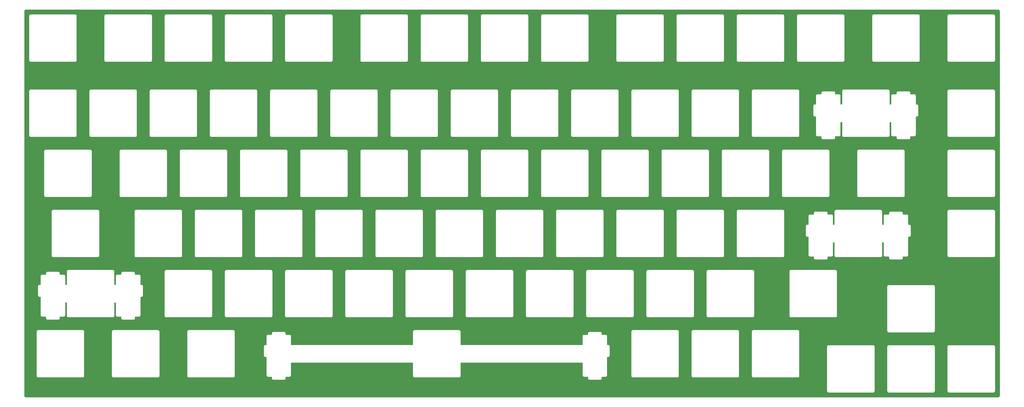
<source format=gbr>
G04 #@! TF.GenerationSoftware,KiCad,Pcbnew,7.0.1*
G04 #@! TF.CreationDate,2023-04-16T01:42:19-07:00*
G04 #@! TF.ProjectId,switch plate,73776974-6368-4207-906c-6174652e6b69,rev?*
G04 #@! TF.SameCoordinates,Original*
G04 #@! TF.FileFunction,Copper,L2,Bot*
G04 #@! TF.FilePolarity,Positive*
%FSLAX46Y46*%
G04 Gerber Fmt 4.6, Leading zero omitted, Abs format (unit mm)*
G04 Created by KiCad (PCBNEW 7.0.1) date 2023-04-16 01:42:19*
%MOMM*%
%LPD*%
G01*
G04 APERTURE LIST*
G04 APERTURE END LIST*
G04 #@! TA.AperFunction,NonConductor*
G36*
X448654922Y-140464282D02*
G01*
X448671411Y-140466139D01*
X448745267Y-140474460D01*
X448772332Y-140480638D01*
X448851538Y-140508353D01*
X448876548Y-140520397D01*
X448947605Y-140565045D01*
X448969312Y-140582357D01*
X449028644Y-140641689D01*
X449045954Y-140663395D01*
X449090600Y-140734449D01*
X449102646Y-140759463D01*
X449130360Y-140838664D01*
X449136539Y-140865736D01*
X449146720Y-140956099D01*
X449147500Y-140969982D01*
X449147500Y-262707832D01*
X449147499Y-262707840D01*
X449147499Y-262782025D01*
X449146720Y-262795907D01*
X449136541Y-262886260D01*
X449130362Y-262913331D01*
X449102649Y-262992533D01*
X449090602Y-263017550D01*
X449045962Y-263088597D01*
X449028649Y-263110308D01*
X448969314Y-263169644D01*
X448947604Y-263186957D01*
X448876558Y-263231598D01*
X448851541Y-263243646D01*
X448772333Y-263271362D01*
X448745263Y-263277540D01*
X448661819Y-263286942D01*
X448655063Y-263287704D01*
X448641180Y-263288484D01*
X141166163Y-263288484D01*
X141166155Y-263288483D01*
X141091961Y-263288483D01*
X141078078Y-263287703D01*
X140987739Y-263277525D01*
X140960667Y-263271346D01*
X140881471Y-263243634D01*
X140856454Y-263231587D01*
X140785403Y-263186943D01*
X140763698Y-263169633D01*
X140704362Y-263110296D01*
X140687054Y-263088591D01*
X140642411Y-263017541D01*
X140630363Y-262992523D01*
X140623094Y-262971750D01*
X140602650Y-262913320D01*
X140596474Y-262886260D01*
X140586283Y-262795801D01*
X140585505Y-262781933D01*
X140585506Y-262723100D01*
X140585505Y-262723096D01*
X140585505Y-261334959D01*
X394521493Y-261334959D01*
X394529183Y-261361151D01*
X394532940Y-261378424D01*
X394536828Y-261405455D01*
X394548166Y-261430281D01*
X394554347Y-261446855D01*
X394562038Y-261473047D01*
X394562039Y-261473049D01*
X394562040Y-261473051D01*
X394576803Y-261496023D01*
X394585276Y-261511541D01*
X394596615Y-261536370D01*
X394614488Y-261556996D01*
X394625090Y-261571160D01*
X394639848Y-261594125D01*
X394660480Y-261612003D01*
X394672985Y-261624508D01*
X394690865Y-261645141D01*
X394713829Y-261659899D01*
X394727995Y-261670503D01*
X394748618Y-261688374D01*
X394748619Y-261688374D01*
X394748620Y-261688375D01*
X394773448Y-261699713D01*
X394788970Y-261708190D01*
X394811937Y-261722950D01*
X394811939Y-261722950D01*
X394811940Y-261722951D01*
X394838128Y-261730640D01*
X394854706Y-261736824D01*
X394875184Y-261746175D01*
X394879536Y-261748163D01*
X394906563Y-261752049D01*
X394923842Y-261755808D01*
X394950032Y-261763498D01*
X394986194Y-261763498D01*
X395093954Y-261763498D01*
X408950032Y-261763498D01*
X409057792Y-261763498D01*
X409093953Y-261763498D01*
X409093954Y-261763498D01*
X409120149Y-261755806D01*
X409137419Y-261752049D01*
X409164450Y-261748163D01*
X409189280Y-261736822D01*
X409205858Y-261730640D01*
X409232044Y-261722952D01*
X409232046Y-261722951D01*
X409255013Y-261708190D01*
X409270539Y-261699713D01*
X409295362Y-261688377D01*
X409295362Y-261688376D01*
X409295366Y-261688375D01*
X409316005Y-261670489D01*
X409330148Y-261659903D01*
X409353121Y-261645141D01*
X409371001Y-261624505D01*
X409383500Y-261612006D01*
X409404136Y-261594126D01*
X409418898Y-261571153D01*
X409429484Y-261557010D01*
X409447370Y-261536371D01*
X409458707Y-261511544D01*
X409467187Y-261496016D01*
X409481946Y-261473051D01*
X409481948Y-261473047D01*
X409489635Y-261446863D01*
X409495817Y-261430285D01*
X409507158Y-261405455D01*
X409511044Y-261378424D01*
X409514802Y-261361151D01*
X409522493Y-261334959D01*
X413571512Y-261334959D01*
X413579202Y-261361151D01*
X413582959Y-261378424D01*
X413586847Y-261405455D01*
X413598185Y-261430281D01*
X413604366Y-261446855D01*
X413612057Y-261473047D01*
X413612058Y-261473049D01*
X413612059Y-261473051D01*
X413626822Y-261496023D01*
X413635295Y-261511541D01*
X413646634Y-261536370D01*
X413664507Y-261556996D01*
X413675109Y-261571160D01*
X413689867Y-261594125D01*
X413710499Y-261612003D01*
X413723004Y-261624508D01*
X413740884Y-261645141D01*
X413763848Y-261659899D01*
X413778014Y-261670503D01*
X413798637Y-261688374D01*
X413798638Y-261688374D01*
X413798639Y-261688375D01*
X413823467Y-261699713D01*
X413838989Y-261708190D01*
X413861956Y-261722950D01*
X413861958Y-261722950D01*
X413861959Y-261722951D01*
X413888147Y-261730640D01*
X413904725Y-261736824D01*
X413925203Y-261746175D01*
X413929555Y-261748163D01*
X413956582Y-261752049D01*
X413973861Y-261755808D01*
X414000051Y-261763498D01*
X414036213Y-261763498D01*
X414143973Y-261763498D01*
X428000051Y-261763498D01*
X428107811Y-261763498D01*
X428143972Y-261763498D01*
X428143973Y-261763498D01*
X428170168Y-261755806D01*
X428187438Y-261752049D01*
X428214469Y-261748163D01*
X428239299Y-261736822D01*
X428255877Y-261730640D01*
X428282063Y-261722952D01*
X428282065Y-261722951D01*
X428305032Y-261708190D01*
X428320558Y-261699713D01*
X428345381Y-261688377D01*
X428345381Y-261688376D01*
X428345385Y-261688375D01*
X428366024Y-261670489D01*
X428380167Y-261659903D01*
X428403140Y-261645141D01*
X428421020Y-261624505D01*
X428433519Y-261612006D01*
X428454155Y-261594126D01*
X428468917Y-261571153D01*
X428479503Y-261557010D01*
X428497389Y-261536371D01*
X428508726Y-261511544D01*
X428517206Y-261496016D01*
X428531965Y-261473051D01*
X428531967Y-261473047D01*
X428539654Y-261446863D01*
X428545836Y-261430285D01*
X428557177Y-261405455D01*
X428561063Y-261378424D01*
X428564821Y-261361151D01*
X428572512Y-261334959D01*
X432621499Y-261334959D01*
X432629189Y-261361151D01*
X432632946Y-261378424D01*
X432636834Y-261405455D01*
X432648172Y-261430281D01*
X432654353Y-261446855D01*
X432662044Y-261473047D01*
X432662045Y-261473049D01*
X432662046Y-261473051D01*
X432676809Y-261496023D01*
X432685282Y-261511541D01*
X432696621Y-261536370D01*
X432714494Y-261556996D01*
X432725096Y-261571160D01*
X432739854Y-261594125D01*
X432760486Y-261612003D01*
X432772991Y-261624508D01*
X432790871Y-261645141D01*
X432813835Y-261659899D01*
X432828001Y-261670503D01*
X432848624Y-261688374D01*
X432848625Y-261688374D01*
X432848626Y-261688375D01*
X432873454Y-261699713D01*
X432888976Y-261708190D01*
X432911943Y-261722950D01*
X432911945Y-261722950D01*
X432911946Y-261722951D01*
X432938134Y-261730640D01*
X432954712Y-261736824D01*
X432975190Y-261746175D01*
X432979542Y-261748163D01*
X433006569Y-261752049D01*
X433023848Y-261755808D01*
X433050038Y-261763498D01*
X433086200Y-261763498D01*
X433193960Y-261763498D01*
X447050038Y-261763498D01*
X447157798Y-261763498D01*
X447193959Y-261763498D01*
X447193960Y-261763498D01*
X447220155Y-261755806D01*
X447237425Y-261752049D01*
X447264456Y-261748163D01*
X447289286Y-261736822D01*
X447305864Y-261730640D01*
X447332050Y-261722952D01*
X447332052Y-261722951D01*
X447355019Y-261708190D01*
X447370545Y-261699713D01*
X447395368Y-261688377D01*
X447395368Y-261688376D01*
X447395372Y-261688375D01*
X447416011Y-261670489D01*
X447430154Y-261659903D01*
X447453127Y-261645141D01*
X447471007Y-261624505D01*
X447483506Y-261612006D01*
X447504142Y-261594126D01*
X447518904Y-261571153D01*
X447529490Y-261557010D01*
X447547376Y-261536371D01*
X447558713Y-261511544D01*
X447567193Y-261496016D01*
X447581952Y-261473051D01*
X447581954Y-261473047D01*
X447589641Y-261446863D01*
X447595823Y-261430285D01*
X447607164Y-261405455D01*
X447611050Y-261378424D01*
X447614808Y-261361151D01*
X447622499Y-261334959D01*
X447622499Y-261191037D01*
X447622499Y-247227199D01*
X447622499Y-247191037D01*
X447614808Y-247164842D01*
X447611049Y-247147564D01*
X447607164Y-247120541D01*
X447605176Y-247116189D01*
X447595825Y-247095711D01*
X447589641Y-247079133D01*
X447581951Y-247052942D01*
X447567191Y-247029975D01*
X447558712Y-247014448D01*
X447547375Y-246989623D01*
X447529504Y-246969000D01*
X447518900Y-246954834D01*
X447504142Y-246931870D01*
X447483509Y-246913990D01*
X447471004Y-246901485D01*
X447453126Y-246880853D01*
X447430161Y-246866095D01*
X447415997Y-246855493D01*
X447395371Y-246837620D01*
X447370542Y-246826281D01*
X447355024Y-246817808D01*
X447332052Y-246803045D01*
X447332050Y-246803044D01*
X447332048Y-246803043D01*
X447305856Y-246795352D01*
X447289287Y-246789172D01*
X447264456Y-246777833D01*
X447237425Y-246773945D01*
X447220152Y-246770188D01*
X447193960Y-246762498D01*
X447157798Y-246762498D01*
X433193960Y-246762498D01*
X433050038Y-246762498D01*
X433023843Y-246770188D01*
X433006566Y-246773946D01*
X432979540Y-246777832D01*
X432954710Y-246789172D01*
X432938139Y-246795353D01*
X432911946Y-246803044D01*
X432888978Y-246817804D01*
X432873462Y-246826276D01*
X432848628Y-246837618D01*
X432827997Y-246855495D01*
X432813841Y-246866092D01*
X432790870Y-246880855D01*
X432772991Y-246901488D01*
X432760489Y-246913990D01*
X432739856Y-246931869D01*
X432725093Y-246954840D01*
X432714496Y-246968996D01*
X432696619Y-246989627D01*
X432685277Y-247014461D01*
X432676805Y-247029977D01*
X432662045Y-247052945D01*
X432654354Y-247079138D01*
X432648173Y-247095709D01*
X432636833Y-247120539D01*
X432632947Y-247147565D01*
X432629189Y-247164842D01*
X432621499Y-247191037D01*
X432621499Y-261334959D01*
X428572512Y-261334959D01*
X428572512Y-261191037D01*
X428572512Y-247227199D01*
X428572512Y-247191037D01*
X428564821Y-247164842D01*
X428561062Y-247147564D01*
X428557177Y-247120541D01*
X428555189Y-247116189D01*
X428545838Y-247095711D01*
X428539654Y-247079133D01*
X428531964Y-247052942D01*
X428517204Y-247029975D01*
X428508725Y-247014448D01*
X428497388Y-246989623D01*
X428479517Y-246969000D01*
X428468913Y-246954834D01*
X428454155Y-246931870D01*
X428433522Y-246913990D01*
X428421017Y-246901485D01*
X428403139Y-246880853D01*
X428380174Y-246866095D01*
X428366010Y-246855493D01*
X428345384Y-246837620D01*
X428320555Y-246826281D01*
X428305037Y-246817808D01*
X428282065Y-246803045D01*
X428282063Y-246803044D01*
X428282061Y-246803043D01*
X428255869Y-246795352D01*
X428239300Y-246789172D01*
X428214469Y-246777833D01*
X428187438Y-246773945D01*
X428170165Y-246770188D01*
X428143973Y-246762498D01*
X428107811Y-246762498D01*
X414143973Y-246762498D01*
X414000051Y-246762498D01*
X413973856Y-246770188D01*
X413956579Y-246773946D01*
X413929553Y-246777832D01*
X413904723Y-246789172D01*
X413888152Y-246795353D01*
X413861959Y-246803044D01*
X413838991Y-246817804D01*
X413823475Y-246826276D01*
X413798641Y-246837618D01*
X413778010Y-246855495D01*
X413763854Y-246866092D01*
X413740883Y-246880855D01*
X413723004Y-246901488D01*
X413710502Y-246913990D01*
X413689869Y-246931869D01*
X413675106Y-246954840D01*
X413664509Y-246968996D01*
X413646632Y-246989627D01*
X413635290Y-247014461D01*
X413626818Y-247029977D01*
X413612058Y-247052945D01*
X413604367Y-247079138D01*
X413598186Y-247095709D01*
X413586846Y-247120539D01*
X413582960Y-247147565D01*
X413579202Y-247164842D01*
X413571512Y-247191037D01*
X413571512Y-261334959D01*
X409522493Y-261334959D01*
X409522493Y-261191037D01*
X409522493Y-247227199D01*
X409522493Y-247191037D01*
X409514802Y-247164842D01*
X409511043Y-247147564D01*
X409507158Y-247120541D01*
X409505170Y-247116189D01*
X409495819Y-247095711D01*
X409489635Y-247079133D01*
X409481945Y-247052942D01*
X409467185Y-247029975D01*
X409458706Y-247014448D01*
X409447369Y-246989623D01*
X409429498Y-246969000D01*
X409418894Y-246954834D01*
X409404136Y-246931870D01*
X409383503Y-246913990D01*
X409370998Y-246901485D01*
X409353120Y-246880853D01*
X409330155Y-246866095D01*
X409315991Y-246855493D01*
X409295365Y-246837620D01*
X409270536Y-246826281D01*
X409255018Y-246817808D01*
X409232046Y-246803045D01*
X409232044Y-246803044D01*
X409232042Y-246803043D01*
X409205850Y-246795352D01*
X409189281Y-246789172D01*
X409164450Y-246777833D01*
X409137419Y-246773945D01*
X409120146Y-246770188D01*
X409093954Y-246762498D01*
X409057792Y-246762498D01*
X395093954Y-246762498D01*
X394950032Y-246762498D01*
X394923837Y-246770188D01*
X394906560Y-246773946D01*
X394879534Y-246777832D01*
X394854704Y-246789172D01*
X394838133Y-246795353D01*
X394811940Y-246803044D01*
X394788972Y-246817804D01*
X394773456Y-246826276D01*
X394748622Y-246837618D01*
X394727991Y-246855495D01*
X394713835Y-246866092D01*
X394690864Y-246880855D01*
X394672985Y-246901488D01*
X394660483Y-246913990D01*
X394639850Y-246931869D01*
X394625087Y-246954840D01*
X394614490Y-246968996D01*
X394596613Y-246989627D01*
X394585271Y-247014461D01*
X394576799Y-247029977D01*
X394562039Y-247052945D01*
X394554348Y-247079138D01*
X394548167Y-247095709D01*
X394536827Y-247120539D01*
X394532941Y-247147565D01*
X394529183Y-247164842D01*
X394521493Y-247191037D01*
X394521493Y-261334959D01*
X140585505Y-261334959D01*
X140585505Y-256571958D01*
X144490505Y-256571958D01*
X144498195Y-256598150D01*
X144501952Y-256615423D01*
X144504266Y-256631509D01*
X144505840Y-256642454D01*
X144517178Y-256667280D01*
X144523359Y-256683854D01*
X144531050Y-256710046D01*
X144531051Y-256710048D01*
X144531052Y-256710050D01*
X144545815Y-256733022D01*
X144554288Y-256748540D01*
X144565627Y-256773369D01*
X144583500Y-256793995D01*
X144594102Y-256808159D01*
X144608860Y-256831124D01*
X144629492Y-256849002D01*
X144641997Y-256861507D01*
X144659877Y-256882140D01*
X144682841Y-256896898D01*
X144697007Y-256907502D01*
X144717630Y-256925373D01*
X144717631Y-256925373D01*
X144717632Y-256925374D01*
X144742460Y-256936712D01*
X144757982Y-256945189D01*
X144780949Y-256959949D01*
X144780951Y-256959949D01*
X144780952Y-256959950D01*
X144807140Y-256967639D01*
X144823718Y-256973823D01*
X144844196Y-256983174D01*
X144848548Y-256985162D01*
X144875575Y-256989048D01*
X144892854Y-256992807D01*
X144919044Y-257000497D01*
X144955206Y-257000497D01*
X145062966Y-257000497D01*
X158919044Y-257000497D01*
X159026804Y-257000497D01*
X159062965Y-257000497D01*
X159062966Y-257000497D01*
X159089161Y-256992805D01*
X159106431Y-256989048D01*
X159133462Y-256985162D01*
X159158292Y-256973821D01*
X159174870Y-256967639D01*
X159201056Y-256959951D01*
X159201058Y-256959950D01*
X159224025Y-256945189D01*
X159239551Y-256936712D01*
X159264374Y-256925376D01*
X159264374Y-256925375D01*
X159264378Y-256925374D01*
X159285017Y-256907488D01*
X159299160Y-256896902D01*
X159322133Y-256882140D01*
X159340013Y-256861504D01*
X159352512Y-256849005D01*
X159373148Y-256831125D01*
X159387910Y-256808152D01*
X159398496Y-256794009D01*
X159416382Y-256773370D01*
X159417696Y-256770494D01*
X159427720Y-256748543D01*
X159436199Y-256733015D01*
X159450958Y-256710050D01*
X159450960Y-256710046D01*
X159458647Y-256683862D01*
X159464829Y-256667284D01*
X159476170Y-256642454D01*
X159480056Y-256615423D01*
X159483814Y-256598150D01*
X159491505Y-256571958D01*
X168302507Y-256571958D01*
X168310197Y-256598150D01*
X168313954Y-256615423D01*
X168316268Y-256631509D01*
X168317842Y-256642454D01*
X168329180Y-256667280D01*
X168335361Y-256683854D01*
X168343052Y-256710046D01*
X168343053Y-256710048D01*
X168343054Y-256710050D01*
X168357817Y-256733022D01*
X168366290Y-256748540D01*
X168377629Y-256773369D01*
X168395502Y-256793995D01*
X168406104Y-256808159D01*
X168420862Y-256831124D01*
X168441494Y-256849002D01*
X168453999Y-256861507D01*
X168471879Y-256882140D01*
X168494843Y-256896898D01*
X168509009Y-256907502D01*
X168529632Y-256925373D01*
X168529633Y-256925373D01*
X168529634Y-256925374D01*
X168554462Y-256936712D01*
X168569984Y-256945189D01*
X168592951Y-256959949D01*
X168592953Y-256959949D01*
X168592954Y-256959950D01*
X168619142Y-256967639D01*
X168635720Y-256973823D01*
X168656198Y-256983174D01*
X168660550Y-256985162D01*
X168687577Y-256989048D01*
X168704856Y-256992807D01*
X168731046Y-257000497D01*
X168767208Y-257000497D01*
X168874968Y-257000497D01*
X182731046Y-257000497D01*
X182838806Y-257000497D01*
X182874967Y-257000497D01*
X182874968Y-257000497D01*
X182901163Y-256992805D01*
X182918433Y-256989048D01*
X182945464Y-256985162D01*
X182970294Y-256973821D01*
X182986872Y-256967639D01*
X183013058Y-256959951D01*
X183013060Y-256959950D01*
X183036027Y-256945189D01*
X183051553Y-256936712D01*
X183076376Y-256925376D01*
X183076376Y-256925375D01*
X183076380Y-256925374D01*
X183097019Y-256907488D01*
X183111162Y-256896902D01*
X183134135Y-256882140D01*
X183152015Y-256861504D01*
X183164514Y-256849005D01*
X183185150Y-256831125D01*
X183199912Y-256808152D01*
X183210498Y-256794009D01*
X183228384Y-256773370D01*
X183229698Y-256770494D01*
X183239722Y-256748543D01*
X183248201Y-256733015D01*
X183262960Y-256710050D01*
X183262962Y-256710046D01*
X183270649Y-256683862D01*
X183276831Y-256667284D01*
X183288172Y-256642454D01*
X183292058Y-256615423D01*
X183295816Y-256598150D01*
X183303507Y-256571958D01*
X192115506Y-256571958D01*
X192123196Y-256598150D01*
X192126953Y-256615423D01*
X192129267Y-256631509D01*
X192130841Y-256642454D01*
X192142179Y-256667280D01*
X192148360Y-256683854D01*
X192156051Y-256710046D01*
X192156052Y-256710048D01*
X192156053Y-256710050D01*
X192170816Y-256733022D01*
X192179289Y-256748540D01*
X192190628Y-256773369D01*
X192208501Y-256793995D01*
X192219103Y-256808159D01*
X192233861Y-256831124D01*
X192254493Y-256849002D01*
X192266998Y-256861507D01*
X192284878Y-256882140D01*
X192307842Y-256896898D01*
X192322008Y-256907502D01*
X192342631Y-256925373D01*
X192342632Y-256925373D01*
X192342633Y-256925374D01*
X192367461Y-256936712D01*
X192382983Y-256945189D01*
X192405950Y-256959949D01*
X192405952Y-256959949D01*
X192405953Y-256959950D01*
X192432141Y-256967639D01*
X192448719Y-256973823D01*
X192469197Y-256983174D01*
X192473549Y-256985162D01*
X192500576Y-256989048D01*
X192517855Y-256992807D01*
X192544045Y-257000497D01*
X192580207Y-257000497D01*
X192687967Y-257000497D01*
X206544042Y-257000497D01*
X206651802Y-257000497D01*
X206687963Y-257000497D01*
X206687964Y-257000497D01*
X206714159Y-256992805D01*
X206731429Y-256989048D01*
X206758460Y-256985162D01*
X206783290Y-256973821D01*
X206799868Y-256967639D01*
X206826054Y-256959951D01*
X206826056Y-256959950D01*
X206849023Y-256945189D01*
X206864549Y-256936712D01*
X206889372Y-256925376D01*
X206889372Y-256925375D01*
X206889376Y-256925374D01*
X206910015Y-256907488D01*
X206924158Y-256896902D01*
X206947131Y-256882140D01*
X206965011Y-256861504D01*
X206977510Y-256849005D01*
X206998146Y-256831125D01*
X207012908Y-256808152D01*
X207023494Y-256794009D01*
X207041380Y-256773370D01*
X207042694Y-256770494D01*
X207052718Y-256748543D01*
X207061197Y-256733015D01*
X207075956Y-256710050D01*
X207075958Y-256710046D01*
X207083645Y-256683862D01*
X207089827Y-256667284D01*
X207101168Y-256642454D01*
X207105054Y-256615423D01*
X207108812Y-256598150D01*
X207116503Y-256571958D01*
X207116503Y-256428036D01*
X207116503Y-250071958D01*
X216352502Y-250071958D01*
X216360192Y-250098150D01*
X216363949Y-250115423D01*
X216367837Y-250142454D01*
X216379175Y-250167280D01*
X216385356Y-250183854D01*
X216393047Y-250210046D01*
X216393048Y-250210048D01*
X216393049Y-250210050D01*
X216407812Y-250233022D01*
X216416285Y-250248540D01*
X216427624Y-250273369D01*
X216445497Y-250293995D01*
X216456099Y-250308159D01*
X216470857Y-250331124D01*
X216491489Y-250349002D01*
X216503994Y-250361507D01*
X216521874Y-250382140D01*
X216544838Y-250396898D01*
X216559004Y-250407502D01*
X216579627Y-250425373D01*
X216579628Y-250425373D01*
X216579629Y-250425374D01*
X216604457Y-250436712D01*
X216619979Y-250445189D01*
X216642946Y-250459949D01*
X216642948Y-250459949D01*
X216642949Y-250459950D01*
X216669137Y-250467639D01*
X216685715Y-250473823D01*
X216706193Y-250483174D01*
X216710545Y-250485162D01*
X216737572Y-250489048D01*
X216754851Y-250492807D01*
X216781041Y-250500497D01*
X216817203Y-250500497D01*
X216924963Y-250500497D01*
X217053507Y-250500497D01*
X217115507Y-250517110D01*
X217160894Y-250562497D01*
X217177507Y-250624497D01*
X217177507Y-256341955D01*
X217185197Y-256368147D01*
X217188954Y-256385420D01*
X217192842Y-256412451D01*
X217199959Y-256428036D01*
X217204180Y-256437277D01*
X217210361Y-256453851D01*
X217218052Y-256480043D01*
X217218053Y-256480045D01*
X217218054Y-256480047D01*
X217232817Y-256503019D01*
X217241290Y-256518537D01*
X217252629Y-256543366D01*
X217270502Y-256563992D01*
X217281104Y-256578156D01*
X217295862Y-256601121D01*
X217316494Y-256618999D01*
X217328999Y-256631504D01*
X217346879Y-256652137D01*
X217369843Y-256666895D01*
X217384009Y-256677499D01*
X217404632Y-256695370D01*
X217404633Y-256695370D01*
X217404634Y-256695371D01*
X217429462Y-256706709D01*
X217444984Y-256715186D01*
X217467951Y-256729946D01*
X217467953Y-256729946D01*
X217467954Y-256729947D01*
X217494142Y-256737636D01*
X217510720Y-256743820D01*
X217521063Y-256748543D01*
X217535550Y-256755159D01*
X217562577Y-256759045D01*
X217579856Y-256762804D01*
X217606046Y-256770494D01*
X217642208Y-256770494D01*
X217749968Y-256770494D01*
X218778505Y-256770494D01*
X218840505Y-256787107D01*
X218885892Y-256832494D01*
X218902505Y-256894494D01*
X218902505Y-257321958D01*
X218910195Y-257348150D01*
X218913952Y-257365423D01*
X218917840Y-257392454D01*
X218929178Y-257417280D01*
X218935359Y-257433854D01*
X218943050Y-257460046D01*
X218943051Y-257460048D01*
X218943052Y-257460050D01*
X218957815Y-257483022D01*
X218966288Y-257498540D01*
X218977627Y-257523369D01*
X218995500Y-257543995D01*
X219006102Y-257558159D01*
X219020860Y-257581124D01*
X219041492Y-257599002D01*
X219053997Y-257611507D01*
X219071877Y-257632140D01*
X219094841Y-257646898D01*
X219109007Y-257657502D01*
X219129630Y-257675373D01*
X219129631Y-257675373D01*
X219129632Y-257675374D01*
X219154460Y-257686712D01*
X219169982Y-257695189D01*
X219192949Y-257709949D01*
X219192951Y-257709949D01*
X219192952Y-257709950D01*
X219219140Y-257717639D01*
X219235718Y-257723823D01*
X219256196Y-257733174D01*
X219260548Y-257735162D01*
X219287575Y-257739048D01*
X219304854Y-257742807D01*
X219331044Y-257750497D01*
X219367206Y-257750497D01*
X219474966Y-257750497D01*
X222631047Y-257750497D01*
X222738807Y-257750497D01*
X222774968Y-257750497D01*
X222774969Y-257750497D01*
X222801164Y-257742805D01*
X222818434Y-257739048D01*
X222845465Y-257735162D01*
X222870295Y-257723821D01*
X222886873Y-257717639D01*
X222913059Y-257709951D01*
X222913061Y-257709950D01*
X222936028Y-257695189D01*
X222951554Y-257686712D01*
X222976377Y-257675376D01*
X222976377Y-257675375D01*
X222976381Y-257675374D01*
X222997020Y-257657488D01*
X223011163Y-257646902D01*
X223034136Y-257632140D01*
X223052016Y-257611504D01*
X223064515Y-257599005D01*
X223085151Y-257581125D01*
X223099913Y-257558152D01*
X223110499Y-257544009D01*
X223128385Y-257523370D01*
X223139722Y-257498543D01*
X223148202Y-257483015D01*
X223162961Y-257460050D01*
X223162963Y-257460046D01*
X223170650Y-257433862D01*
X223176832Y-257417284D01*
X223188173Y-257392454D01*
X223192059Y-257365423D01*
X223195817Y-257348150D01*
X223203508Y-257321958D01*
X223203508Y-257178036D01*
X223203508Y-256894494D01*
X223220121Y-256832494D01*
X223265508Y-256787107D01*
X223327508Y-256770494D01*
X224499967Y-256770494D01*
X224499968Y-256770494D01*
X224526163Y-256762802D01*
X224543433Y-256759045D01*
X224570464Y-256755159D01*
X224595294Y-256743818D01*
X224611872Y-256737636D01*
X224638058Y-256729948D01*
X224638060Y-256729947D01*
X224661027Y-256715186D01*
X224676553Y-256706709D01*
X224701376Y-256695373D01*
X224701376Y-256695372D01*
X224701380Y-256695371D01*
X224722019Y-256677485D01*
X224736162Y-256666899D01*
X224759135Y-256652137D01*
X224777015Y-256631501D01*
X224789514Y-256619002D01*
X224810150Y-256601122D01*
X224824912Y-256578149D01*
X224835498Y-256564006D01*
X224853384Y-256543367D01*
X224864721Y-256518540D01*
X224873201Y-256503012D01*
X224887960Y-256480047D01*
X224887962Y-256480043D01*
X224895649Y-256453859D01*
X224901831Y-256437281D01*
X224913172Y-256412451D01*
X224917058Y-256385420D01*
X224920816Y-256368147D01*
X224928507Y-256341955D01*
X224928507Y-256198033D01*
X224928507Y-252424493D01*
X224945120Y-252362493D01*
X224990507Y-252317106D01*
X225052507Y-252300493D01*
X263427507Y-252300493D01*
X263489507Y-252317106D01*
X263534894Y-252362493D01*
X263551507Y-252424493D01*
X263551507Y-256571958D01*
X263559197Y-256598150D01*
X263562954Y-256615423D01*
X263565268Y-256631509D01*
X263566842Y-256642454D01*
X263578180Y-256667280D01*
X263584361Y-256683854D01*
X263592052Y-256710046D01*
X263592053Y-256710048D01*
X263592054Y-256710050D01*
X263606817Y-256733022D01*
X263615290Y-256748540D01*
X263626629Y-256773369D01*
X263644502Y-256793995D01*
X263655104Y-256808159D01*
X263669862Y-256831124D01*
X263690494Y-256849002D01*
X263702999Y-256861507D01*
X263720879Y-256882140D01*
X263743843Y-256896898D01*
X263758009Y-256907502D01*
X263778632Y-256925373D01*
X263778633Y-256925373D01*
X263778634Y-256925374D01*
X263803462Y-256936712D01*
X263818984Y-256945189D01*
X263841951Y-256959949D01*
X263841953Y-256959949D01*
X263841954Y-256959950D01*
X263868142Y-256967639D01*
X263884720Y-256973823D01*
X263905198Y-256983174D01*
X263909550Y-256985162D01*
X263936577Y-256989048D01*
X263953856Y-256992807D01*
X263980046Y-257000497D01*
X264016208Y-257000497D01*
X264123968Y-257000497D01*
X277981038Y-257000497D01*
X278088798Y-257000497D01*
X278124959Y-257000497D01*
X278124960Y-257000497D01*
X278151155Y-256992805D01*
X278168425Y-256989048D01*
X278195456Y-256985162D01*
X278220286Y-256973821D01*
X278236864Y-256967639D01*
X278263050Y-256959951D01*
X278263052Y-256959950D01*
X278286019Y-256945189D01*
X278301545Y-256936712D01*
X278326368Y-256925376D01*
X278326368Y-256925375D01*
X278326372Y-256925374D01*
X278347011Y-256907488D01*
X278361154Y-256896902D01*
X278384127Y-256882140D01*
X278402007Y-256861504D01*
X278414506Y-256849005D01*
X278435142Y-256831125D01*
X278449904Y-256808152D01*
X278460490Y-256794009D01*
X278478376Y-256773370D01*
X278479690Y-256770494D01*
X278489714Y-256748543D01*
X278498193Y-256733015D01*
X278512952Y-256710050D01*
X278512954Y-256710046D01*
X278520641Y-256683862D01*
X278526823Y-256667284D01*
X278538164Y-256642454D01*
X278542050Y-256615423D01*
X278545808Y-256598150D01*
X278553499Y-256571958D01*
X278553499Y-256428036D01*
X278553499Y-252424493D01*
X278570112Y-252362493D01*
X278615499Y-252317106D01*
X278677499Y-252300493D01*
X317053499Y-252300493D01*
X317115499Y-252317106D01*
X317160886Y-252362493D01*
X317177499Y-252424493D01*
X317177499Y-256341955D01*
X317185189Y-256368147D01*
X317188946Y-256385420D01*
X317192834Y-256412451D01*
X317199951Y-256428036D01*
X317204172Y-256437277D01*
X317210353Y-256453851D01*
X317218044Y-256480043D01*
X317218045Y-256480045D01*
X317218046Y-256480047D01*
X317232809Y-256503019D01*
X317241282Y-256518537D01*
X317252621Y-256543366D01*
X317270494Y-256563992D01*
X317281096Y-256578156D01*
X317295854Y-256601121D01*
X317316486Y-256618999D01*
X317328991Y-256631504D01*
X317346871Y-256652137D01*
X317369835Y-256666895D01*
X317384001Y-256677499D01*
X317404624Y-256695370D01*
X317404625Y-256695370D01*
X317404626Y-256695371D01*
X317429454Y-256706709D01*
X317444976Y-256715186D01*
X317467943Y-256729946D01*
X317467945Y-256729946D01*
X317467946Y-256729947D01*
X317494134Y-256737636D01*
X317510712Y-256743820D01*
X317521055Y-256748543D01*
X317535542Y-256755159D01*
X317562569Y-256759045D01*
X317579848Y-256762804D01*
X317606038Y-256770494D01*
X317642200Y-256770494D01*
X317749960Y-256770494D01*
X318778505Y-256770494D01*
X318840505Y-256787107D01*
X318885892Y-256832494D01*
X318902505Y-256894494D01*
X318902505Y-257321958D01*
X318910195Y-257348150D01*
X318913952Y-257365423D01*
X318917839Y-257392453D01*
X318917840Y-257392454D01*
X318929178Y-257417280D01*
X318935359Y-257433854D01*
X318943050Y-257460046D01*
X318943051Y-257460048D01*
X318943052Y-257460050D01*
X318957815Y-257483022D01*
X318966288Y-257498540D01*
X318977627Y-257523369D01*
X318995500Y-257543995D01*
X319006102Y-257558159D01*
X319020860Y-257581124D01*
X319041492Y-257599002D01*
X319053997Y-257611507D01*
X319071877Y-257632140D01*
X319094841Y-257646898D01*
X319109007Y-257657502D01*
X319129630Y-257675373D01*
X319129631Y-257675373D01*
X319129632Y-257675374D01*
X319154460Y-257686712D01*
X319169982Y-257695189D01*
X319192949Y-257709949D01*
X319192951Y-257709949D01*
X319192952Y-257709950D01*
X319219140Y-257717639D01*
X319235718Y-257723823D01*
X319256196Y-257733174D01*
X319260548Y-257735162D01*
X319287575Y-257739048D01*
X319304854Y-257742807D01*
X319331044Y-257750497D01*
X319367206Y-257750497D01*
X319474966Y-257750497D01*
X322631047Y-257750497D01*
X322738807Y-257750497D01*
X322774968Y-257750497D01*
X322774969Y-257750497D01*
X322801164Y-257742805D01*
X322818434Y-257739048D01*
X322845465Y-257735162D01*
X322870295Y-257723821D01*
X322886873Y-257717639D01*
X322913059Y-257709951D01*
X322913061Y-257709950D01*
X322936028Y-257695189D01*
X322951554Y-257686712D01*
X322976377Y-257675376D01*
X322976377Y-257675375D01*
X322976381Y-257675374D01*
X322997020Y-257657488D01*
X323011163Y-257646902D01*
X323034136Y-257632140D01*
X323052016Y-257611504D01*
X323064515Y-257599005D01*
X323085151Y-257581125D01*
X323099913Y-257558152D01*
X323110499Y-257544009D01*
X323128385Y-257523370D01*
X323139722Y-257498543D01*
X323148202Y-257483015D01*
X323162961Y-257460050D01*
X323162963Y-257460046D01*
X323170650Y-257433862D01*
X323176832Y-257417284D01*
X323188173Y-257392454D01*
X323192059Y-257365423D01*
X323195817Y-257348150D01*
X323203508Y-257321958D01*
X323203508Y-257178036D01*
X323203508Y-256894494D01*
X323220121Y-256832494D01*
X323265508Y-256787107D01*
X323327508Y-256770494D01*
X324499959Y-256770494D01*
X324499960Y-256770494D01*
X324526155Y-256762802D01*
X324543425Y-256759045D01*
X324570456Y-256755159D01*
X324595286Y-256743818D01*
X324611864Y-256737636D01*
X324638050Y-256729948D01*
X324638052Y-256729947D01*
X324661019Y-256715186D01*
X324676545Y-256706709D01*
X324701368Y-256695373D01*
X324701368Y-256695372D01*
X324701372Y-256695371D01*
X324722011Y-256677485D01*
X324736154Y-256666899D01*
X324759127Y-256652137D01*
X324777007Y-256631501D01*
X324789506Y-256619002D01*
X324810142Y-256601122D01*
X324824904Y-256578149D01*
X324829538Y-256571958D01*
X332609506Y-256571958D01*
X332617196Y-256598150D01*
X332620953Y-256615423D01*
X332623267Y-256631509D01*
X332624841Y-256642454D01*
X332636179Y-256667280D01*
X332642360Y-256683854D01*
X332650051Y-256710046D01*
X332650052Y-256710048D01*
X332650053Y-256710050D01*
X332664816Y-256733022D01*
X332673289Y-256748540D01*
X332684628Y-256773369D01*
X332702501Y-256793995D01*
X332713103Y-256808159D01*
X332727861Y-256831124D01*
X332748493Y-256849002D01*
X332760998Y-256861507D01*
X332778878Y-256882140D01*
X332801842Y-256896898D01*
X332816008Y-256907502D01*
X332836631Y-256925373D01*
X332836632Y-256925373D01*
X332836633Y-256925374D01*
X332861461Y-256936712D01*
X332876983Y-256945189D01*
X332899950Y-256959949D01*
X332899952Y-256959949D01*
X332899953Y-256959950D01*
X332926141Y-256967639D01*
X332942719Y-256973823D01*
X332963197Y-256983174D01*
X332967549Y-256985162D01*
X332994576Y-256989048D01*
X333011855Y-256992807D01*
X333038045Y-257000497D01*
X333074207Y-257000497D01*
X333181967Y-257000497D01*
X347038045Y-257000497D01*
X347145805Y-257000497D01*
X347181966Y-257000497D01*
X347181967Y-257000497D01*
X347208162Y-256992805D01*
X347225432Y-256989048D01*
X347252463Y-256985162D01*
X347277293Y-256973821D01*
X347293871Y-256967639D01*
X347320057Y-256959951D01*
X347320059Y-256959950D01*
X347343026Y-256945189D01*
X347358552Y-256936712D01*
X347383375Y-256925376D01*
X347383375Y-256925375D01*
X347383379Y-256925374D01*
X347404018Y-256907488D01*
X347418161Y-256896902D01*
X347441134Y-256882140D01*
X347459014Y-256861504D01*
X347471513Y-256849005D01*
X347492149Y-256831125D01*
X347506911Y-256808152D01*
X347517497Y-256794009D01*
X347535383Y-256773370D01*
X347536697Y-256770494D01*
X347546721Y-256748543D01*
X347555200Y-256733015D01*
X347569959Y-256710050D01*
X347569961Y-256710046D01*
X347577648Y-256683862D01*
X347583830Y-256667284D01*
X347595171Y-256642454D01*
X347599057Y-256615423D01*
X347602815Y-256598150D01*
X347610506Y-256571958D01*
X351659509Y-256571958D01*
X351667199Y-256598150D01*
X351670956Y-256615423D01*
X351673270Y-256631509D01*
X351674844Y-256642454D01*
X351686182Y-256667280D01*
X351692363Y-256683854D01*
X351700054Y-256710046D01*
X351700055Y-256710048D01*
X351700056Y-256710050D01*
X351714819Y-256733022D01*
X351723292Y-256748540D01*
X351734631Y-256773369D01*
X351752504Y-256793995D01*
X351763106Y-256808159D01*
X351777864Y-256831124D01*
X351798496Y-256849002D01*
X351811001Y-256861507D01*
X351828881Y-256882140D01*
X351851845Y-256896898D01*
X351866011Y-256907502D01*
X351886634Y-256925373D01*
X351886635Y-256925373D01*
X351886636Y-256925374D01*
X351911464Y-256936712D01*
X351926986Y-256945189D01*
X351949953Y-256959949D01*
X351949955Y-256959949D01*
X351949956Y-256959950D01*
X351976144Y-256967639D01*
X351992722Y-256973823D01*
X352013200Y-256983174D01*
X352017552Y-256985162D01*
X352044579Y-256989048D01*
X352061858Y-256992807D01*
X352088048Y-257000497D01*
X352124210Y-257000497D01*
X352231970Y-257000497D01*
X366088048Y-257000497D01*
X366195808Y-257000497D01*
X366231969Y-257000497D01*
X366231970Y-257000497D01*
X366258165Y-256992805D01*
X366275435Y-256989048D01*
X366302466Y-256985162D01*
X366327296Y-256973821D01*
X366343874Y-256967639D01*
X366370060Y-256959951D01*
X366370062Y-256959950D01*
X366393029Y-256945189D01*
X366408555Y-256936712D01*
X366433378Y-256925376D01*
X366433378Y-256925375D01*
X366433382Y-256925374D01*
X366454021Y-256907488D01*
X366468164Y-256896902D01*
X366491137Y-256882140D01*
X366509017Y-256861504D01*
X366521516Y-256849005D01*
X366542152Y-256831125D01*
X366556914Y-256808152D01*
X366567500Y-256794009D01*
X366585386Y-256773370D01*
X366586700Y-256770494D01*
X366596724Y-256748543D01*
X366605203Y-256733015D01*
X366619962Y-256710050D01*
X366619964Y-256710046D01*
X366627651Y-256683862D01*
X366633833Y-256667284D01*
X366645174Y-256642454D01*
X366649060Y-256615423D01*
X366652818Y-256598150D01*
X366660509Y-256571958D01*
X370709512Y-256571958D01*
X370717202Y-256598150D01*
X370720959Y-256615423D01*
X370723273Y-256631509D01*
X370724847Y-256642454D01*
X370736185Y-256667280D01*
X370742366Y-256683854D01*
X370750057Y-256710046D01*
X370750058Y-256710048D01*
X370750059Y-256710050D01*
X370764822Y-256733022D01*
X370773295Y-256748540D01*
X370784634Y-256773369D01*
X370802507Y-256793995D01*
X370813109Y-256808159D01*
X370827867Y-256831124D01*
X370848499Y-256849002D01*
X370861004Y-256861507D01*
X370878884Y-256882140D01*
X370901848Y-256896898D01*
X370916014Y-256907502D01*
X370936637Y-256925373D01*
X370936638Y-256925373D01*
X370936639Y-256925374D01*
X370961467Y-256936712D01*
X370976989Y-256945189D01*
X370999956Y-256959949D01*
X370999958Y-256959949D01*
X370999959Y-256959950D01*
X371026147Y-256967639D01*
X371042725Y-256973823D01*
X371063203Y-256983174D01*
X371067555Y-256985162D01*
X371094582Y-256989048D01*
X371111861Y-256992807D01*
X371138051Y-257000497D01*
X371174213Y-257000497D01*
X371281973Y-257000497D01*
X385138051Y-257000497D01*
X385245811Y-257000497D01*
X385281972Y-257000497D01*
X385281973Y-257000497D01*
X385308168Y-256992805D01*
X385325438Y-256989048D01*
X385352469Y-256985162D01*
X385377299Y-256973821D01*
X385393877Y-256967639D01*
X385420063Y-256959951D01*
X385420065Y-256959950D01*
X385443032Y-256945189D01*
X385458558Y-256936712D01*
X385483381Y-256925376D01*
X385483381Y-256925375D01*
X385483385Y-256925374D01*
X385504024Y-256907488D01*
X385518167Y-256896902D01*
X385541140Y-256882140D01*
X385559020Y-256861504D01*
X385571519Y-256849005D01*
X385592155Y-256831125D01*
X385606917Y-256808152D01*
X385617503Y-256794009D01*
X385635389Y-256773370D01*
X385636703Y-256770494D01*
X385646727Y-256748543D01*
X385655206Y-256733015D01*
X385669965Y-256710050D01*
X385669967Y-256710046D01*
X385677654Y-256683862D01*
X385683836Y-256667284D01*
X385695177Y-256642454D01*
X385699063Y-256615423D01*
X385702821Y-256598150D01*
X385710512Y-256571958D01*
X385710512Y-256428036D01*
X385710512Y-242464198D01*
X385710512Y-242428036D01*
X385702821Y-242401841D01*
X385699062Y-242384563D01*
X385698446Y-242380278D01*
X385695177Y-242357540D01*
X385693189Y-242353188D01*
X385683838Y-242332710D01*
X385677654Y-242316132D01*
X385669964Y-242289941D01*
X385666760Y-242284956D01*
X413571512Y-242284956D01*
X413579202Y-242311148D01*
X413582959Y-242328421D01*
X413583577Y-242332710D01*
X413586847Y-242355452D01*
X413598185Y-242380278D01*
X413604366Y-242396852D01*
X413612057Y-242423044D01*
X413612058Y-242423046D01*
X413612059Y-242423048D01*
X413626822Y-242446020D01*
X413635295Y-242461538D01*
X413646634Y-242486367D01*
X413664507Y-242506993D01*
X413675109Y-242521157D01*
X413689867Y-242544122D01*
X413710499Y-242562000D01*
X413723004Y-242574505D01*
X413740884Y-242595138D01*
X413763848Y-242609896D01*
X413778014Y-242620500D01*
X413798637Y-242638371D01*
X413798638Y-242638371D01*
X413798639Y-242638372D01*
X413823467Y-242649710D01*
X413838989Y-242658187D01*
X413861956Y-242672947D01*
X413861958Y-242672947D01*
X413861959Y-242672948D01*
X413888147Y-242680637D01*
X413904725Y-242686821D01*
X413923032Y-242695181D01*
X413929555Y-242698160D01*
X413956582Y-242702046D01*
X413973861Y-242705805D01*
X414000051Y-242713495D01*
X414036213Y-242713495D01*
X414143973Y-242713495D01*
X428000051Y-242713495D01*
X428107811Y-242713495D01*
X428143972Y-242713495D01*
X428143973Y-242713495D01*
X428170168Y-242705803D01*
X428187438Y-242702046D01*
X428214469Y-242698160D01*
X428239299Y-242686819D01*
X428255877Y-242680637D01*
X428282063Y-242672949D01*
X428282065Y-242672948D01*
X428305032Y-242658187D01*
X428320558Y-242649710D01*
X428345381Y-242638374D01*
X428345381Y-242638373D01*
X428345385Y-242638372D01*
X428366024Y-242620486D01*
X428380167Y-242609900D01*
X428403140Y-242595138D01*
X428421020Y-242574502D01*
X428433519Y-242562003D01*
X428454155Y-242544123D01*
X428468917Y-242521150D01*
X428479503Y-242507007D01*
X428497389Y-242486368D01*
X428508726Y-242461541D01*
X428517206Y-242446013D01*
X428531965Y-242423048D01*
X428531967Y-242423044D01*
X428539654Y-242396860D01*
X428545836Y-242380282D01*
X428557177Y-242355452D01*
X428561063Y-242328421D01*
X428564821Y-242311148D01*
X428572512Y-242284956D01*
X428572512Y-242141034D01*
X428572512Y-228177196D01*
X428572512Y-228141034D01*
X428564821Y-228114839D01*
X428561062Y-228097561D01*
X428557177Y-228070538D01*
X428555189Y-228066186D01*
X428545838Y-228045708D01*
X428539654Y-228029130D01*
X428531965Y-228002942D01*
X428531964Y-228002941D01*
X428531964Y-228002939D01*
X428517204Y-227979972D01*
X428508725Y-227964445D01*
X428497388Y-227939620D01*
X428479517Y-227918997D01*
X428468913Y-227904831D01*
X428454155Y-227881867D01*
X428433522Y-227863987D01*
X428421017Y-227851482D01*
X428403139Y-227830850D01*
X428380174Y-227816092D01*
X428366010Y-227805490D01*
X428345384Y-227787617D01*
X428320555Y-227776278D01*
X428305037Y-227767805D01*
X428282065Y-227753042D01*
X428282063Y-227753041D01*
X428282061Y-227753040D01*
X428255869Y-227745349D01*
X428239300Y-227739169D01*
X428214469Y-227727830D01*
X428187438Y-227723942D01*
X428170165Y-227720185D01*
X428143973Y-227712495D01*
X428107811Y-227712495D01*
X414143973Y-227712495D01*
X414000051Y-227712495D01*
X413973856Y-227720185D01*
X413956579Y-227723943D01*
X413929553Y-227727829D01*
X413904723Y-227739169D01*
X413888152Y-227745350D01*
X413861959Y-227753041D01*
X413838991Y-227767801D01*
X413823475Y-227776273D01*
X413798641Y-227787615D01*
X413778010Y-227805492D01*
X413763854Y-227816089D01*
X413740883Y-227830852D01*
X413723004Y-227851485D01*
X413710502Y-227863987D01*
X413689869Y-227881866D01*
X413675106Y-227904837D01*
X413664509Y-227918993D01*
X413646632Y-227939624D01*
X413635290Y-227964458D01*
X413626818Y-227979974D01*
X413612058Y-228002942D01*
X413604367Y-228029135D01*
X413598186Y-228045706D01*
X413586846Y-228070536D01*
X413582960Y-228097562D01*
X413579202Y-228114839D01*
X413571512Y-228141034D01*
X413571512Y-242284956D01*
X385666760Y-242284956D01*
X385655204Y-242266974D01*
X385646725Y-242251447D01*
X385635388Y-242226622D01*
X385617517Y-242205999D01*
X385606913Y-242191833D01*
X385592155Y-242168869D01*
X385571522Y-242150989D01*
X385559017Y-242138484D01*
X385541139Y-242117852D01*
X385518174Y-242103094D01*
X385504010Y-242092492D01*
X385483384Y-242074619D01*
X385458555Y-242063280D01*
X385443037Y-242054807D01*
X385420065Y-242040044D01*
X385420063Y-242040043D01*
X385420061Y-242040042D01*
X385393869Y-242032351D01*
X385377300Y-242026171D01*
X385352469Y-242014832D01*
X385325438Y-242010944D01*
X385308165Y-242007187D01*
X385281973Y-241999497D01*
X385245811Y-241999497D01*
X371281973Y-241999497D01*
X371138051Y-241999497D01*
X371111856Y-242007187D01*
X371094579Y-242010945D01*
X371067553Y-242014831D01*
X371042723Y-242026171D01*
X371026152Y-242032352D01*
X370999959Y-242040043D01*
X370976991Y-242054803D01*
X370961475Y-242063275D01*
X370936641Y-242074617D01*
X370916010Y-242092494D01*
X370901854Y-242103091D01*
X370878883Y-242117854D01*
X370861004Y-242138487D01*
X370848502Y-242150989D01*
X370827869Y-242168868D01*
X370813106Y-242191839D01*
X370802509Y-242205995D01*
X370784632Y-242226626D01*
X370773290Y-242251460D01*
X370764818Y-242266976D01*
X370750058Y-242289944D01*
X370742367Y-242316137D01*
X370736186Y-242332708D01*
X370724846Y-242357538D01*
X370720960Y-242384564D01*
X370717202Y-242401841D01*
X370709512Y-242428036D01*
X370709512Y-256571958D01*
X366660509Y-256571958D01*
X366660509Y-256428036D01*
X366660509Y-242464198D01*
X366660509Y-242428036D01*
X366652818Y-242401841D01*
X366649059Y-242384563D01*
X366648443Y-242380278D01*
X366645174Y-242357540D01*
X366643186Y-242353188D01*
X366633835Y-242332710D01*
X366627651Y-242316132D01*
X366619961Y-242289941D01*
X366605201Y-242266974D01*
X366596722Y-242251447D01*
X366585385Y-242226622D01*
X366567514Y-242205999D01*
X366556910Y-242191833D01*
X366542152Y-242168869D01*
X366521519Y-242150989D01*
X366509014Y-242138484D01*
X366491136Y-242117852D01*
X366468171Y-242103094D01*
X366454007Y-242092492D01*
X366433381Y-242074619D01*
X366408552Y-242063280D01*
X366393034Y-242054807D01*
X366370062Y-242040044D01*
X366370060Y-242040043D01*
X366370058Y-242040042D01*
X366343866Y-242032351D01*
X366327297Y-242026171D01*
X366302466Y-242014832D01*
X366275435Y-242010944D01*
X366258162Y-242007187D01*
X366231970Y-241999497D01*
X366195808Y-241999497D01*
X352231970Y-241999497D01*
X352088048Y-241999497D01*
X352061853Y-242007187D01*
X352044576Y-242010945D01*
X352017550Y-242014831D01*
X351992720Y-242026171D01*
X351976149Y-242032352D01*
X351949956Y-242040043D01*
X351926988Y-242054803D01*
X351911472Y-242063275D01*
X351886638Y-242074617D01*
X351866007Y-242092494D01*
X351851851Y-242103091D01*
X351828880Y-242117854D01*
X351811001Y-242138487D01*
X351798499Y-242150989D01*
X351777866Y-242168868D01*
X351763103Y-242191839D01*
X351752506Y-242205995D01*
X351734629Y-242226626D01*
X351723287Y-242251460D01*
X351714815Y-242266976D01*
X351700055Y-242289944D01*
X351692364Y-242316137D01*
X351686183Y-242332708D01*
X351674843Y-242357538D01*
X351670957Y-242384564D01*
X351667199Y-242401841D01*
X351659509Y-242428036D01*
X351659509Y-256571958D01*
X347610506Y-256571958D01*
X347610506Y-256428036D01*
X347610506Y-242464198D01*
X347610506Y-242428036D01*
X347602815Y-242401841D01*
X347599056Y-242384563D01*
X347598440Y-242380278D01*
X347595171Y-242357540D01*
X347593183Y-242353188D01*
X347583832Y-242332710D01*
X347577648Y-242316132D01*
X347569958Y-242289941D01*
X347555198Y-242266974D01*
X347546719Y-242251447D01*
X347535382Y-242226622D01*
X347517511Y-242205999D01*
X347506907Y-242191833D01*
X347492149Y-242168869D01*
X347471516Y-242150989D01*
X347459011Y-242138484D01*
X347441133Y-242117852D01*
X347418168Y-242103094D01*
X347404004Y-242092492D01*
X347383378Y-242074619D01*
X347358549Y-242063280D01*
X347343031Y-242054807D01*
X347320059Y-242040044D01*
X347320057Y-242040043D01*
X347320055Y-242040042D01*
X347293863Y-242032351D01*
X347277294Y-242026171D01*
X347252463Y-242014832D01*
X347225432Y-242010944D01*
X347208159Y-242007187D01*
X347181967Y-241999497D01*
X347145805Y-241999497D01*
X333181967Y-241999497D01*
X333038045Y-241999497D01*
X333011850Y-242007187D01*
X332994573Y-242010945D01*
X332967547Y-242014831D01*
X332942717Y-242026171D01*
X332926146Y-242032352D01*
X332899953Y-242040043D01*
X332876985Y-242054803D01*
X332861469Y-242063275D01*
X332836635Y-242074617D01*
X332816004Y-242092494D01*
X332801848Y-242103091D01*
X332778877Y-242117854D01*
X332760998Y-242138487D01*
X332748496Y-242150989D01*
X332727863Y-242168868D01*
X332713100Y-242191839D01*
X332702503Y-242205995D01*
X332684626Y-242226626D01*
X332673284Y-242251460D01*
X332664812Y-242266976D01*
X332650052Y-242289944D01*
X332642361Y-242316137D01*
X332636180Y-242332708D01*
X332624840Y-242357538D01*
X332620954Y-242384564D01*
X332617196Y-242401841D01*
X332609506Y-242428036D01*
X332609506Y-256571958D01*
X324829538Y-256571958D01*
X324835490Y-256564006D01*
X324853376Y-256543367D01*
X324864713Y-256518540D01*
X324873193Y-256503012D01*
X324887952Y-256480047D01*
X324887954Y-256480043D01*
X324895641Y-256453859D01*
X324901823Y-256437281D01*
X324913164Y-256412451D01*
X324917050Y-256385420D01*
X324920808Y-256368147D01*
X324928499Y-256341955D01*
X324928499Y-256198033D01*
X324928499Y-250624497D01*
X324945112Y-250562497D01*
X324990499Y-250517110D01*
X325052499Y-250500497D01*
X325324971Y-250500497D01*
X325324972Y-250500497D01*
X325351167Y-250492805D01*
X325368437Y-250489048D01*
X325395468Y-250485162D01*
X325420298Y-250473821D01*
X325436876Y-250467639D01*
X325463062Y-250459951D01*
X325463064Y-250459950D01*
X325486031Y-250445189D01*
X325501557Y-250436712D01*
X325526380Y-250425376D01*
X325526380Y-250425375D01*
X325526384Y-250425374D01*
X325547023Y-250407488D01*
X325561166Y-250396902D01*
X325584139Y-250382140D01*
X325602019Y-250361504D01*
X325614518Y-250349005D01*
X325635154Y-250331125D01*
X325649916Y-250308152D01*
X325660502Y-250294009D01*
X325678388Y-250273370D01*
X325689725Y-250248543D01*
X325698205Y-250233015D01*
X325712964Y-250210050D01*
X325712966Y-250210046D01*
X325720653Y-250183862D01*
X325726835Y-250167284D01*
X325738176Y-250142454D01*
X325742062Y-250115423D01*
X325745820Y-250098150D01*
X325753511Y-250071958D01*
X325753511Y-249928036D01*
X325753511Y-247164195D01*
X325753511Y-247128033D01*
X325745820Y-247101838D01*
X325742061Y-247084560D01*
X325738176Y-247057537D01*
X325736077Y-247052942D01*
X325726837Y-247032707D01*
X325720653Y-247016129D01*
X325720163Y-247014461D01*
X325712964Y-246989941D01*
X325712963Y-246989940D01*
X325712963Y-246989938D01*
X325698203Y-246966971D01*
X325689724Y-246951444D01*
X325678387Y-246926619D01*
X325660516Y-246905996D01*
X325649912Y-246891830D01*
X325635154Y-246868866D01*
X325614521Y-246850986D01*
X325602016Y-246838481D01*
X325584138Y-246817849D01*
X325561173Y-246803091D01*
X325547009Y-246792489D01*
X325526383Y-246774616D01*
X325501554Y-246763277D01*
X325486036Y-246754804D01*
X325463064Y-246740041D01*
X325463062Y-246740040D01*
X325463060Y-246740039D01*
X325436868Y-246732348D01*
X325420299Y-246726168D01*
X325395468Y-246714829D01*
X325368437Y-246710941D01*
X325351164Y-246707184D01*
X325324972Y-246699494D01*
X325288810Y-246699494D01*
X325052499Y-246699494D01*
X324990499Y-246682881D01*
X324945112Y-246637494D01*
X324928499Y-246575494D01*
X324928499Y-243898038D01*
X324920810Y-243871852D01*
X324917049Y-243854565D01*
X324913164Y-243827542D01*
X324911176Y-243823190D01*
X324901825Y-243802712D01*
X324895641Y-243786134D01*
X324887951Y-243759943D01*
X324873191Y-243736976D01*
X324864712Y-243721449D01*
X324853375Y-243696624D01*
X324835504Y-243676001D01*
X324824900Y-243661835D01*
X324810142Y-243638871D01*
X324789509Y-243620991D01*
X324777004Y-243608486D01*
X324759126Y-243587854D01*
X324736161Y-243573096D01*
X324721997Y-243562494D01*
X324701371Y-243544621D01*
X324676542Y-243533282D01*
X324661024Y-243524809D01*
X324638052Y-243510046D01*
X324638050Y-243510045D01*
X324638048Y-243510044D01*
X324611856Y-243502353D01*
X324595287Y-243496173D01*
X324570456Y-243484834D01*
X324543425Y-243480946D01*
X324526152Y-243477189D01*
X324499960Y-243469499D01*
X324463798Y-243469499D01*
X323327508Y-243469499D01*
X323265508Y-243452886D01*
X323220121Y-243407499D01*
X323203508Y-243345499D01*
X323203508Y-242978032D01*
X323195819Y-242951846D01*
X323192058Y-242934559D01*
X323188173Y-242907536D01*
X323186185Y-242903184D01*
X323176834Y-242882706D01*
X323170650Y-242866128D01*
X323162960Y-242839937D01*
X323148200Y-242816970D01*
X323139721Y-242801443D01*
X323128384Y-242776618D01*
X323110513Y-242755995D01*
X323099909Y-242741829D01*
X323085151Y-242718865D01*
X323064518Y-242700985D01*
X323052013Y-242688480D01*
X323034135Y-242667848D01*
X323011170Y-242653090D01*
X322997006Y-242642488D01*
X322976380Y-242624615D01*
X322951551Y-242613276D01*
X322936033Y-242604803D01*
X322913061Y-242590040D01*
X322913059Y-242590039D01*
X322913057Y-242590038D01*
X322886865Y-242582347D01*
X322870296Y-242576167D01*
X322845465Y-242564828D01*
X322818434Y-242560940D01*
X322801161Y-242557183D01*
X322774969Y-242549493D01*
X322738807Y-242549493D01*
X319474966Y-242549493D01*
X319331044Y-242549493D01*
X319304849Y-242557183D01*
X319287572Y-242560941D01*
X319260546Y-242564827D01*
X319235716Y-242576167D01*
X319219145Y-242582348D01*
X319192952Y-242590039D01*
X319169984Y-242604799D01*
X319154468Y-242613271D01*
X319129634Y-242624613D01*
X319109003Y-242642490D01*
X319094847Y-242653087D01*
X319071876Y-242667850D01*
X319053997Y-242688483D01*
X319041495Y-242700985D01*
X319020862Y-242718864D01*
X319006099Y-242741835D01*
X318995502Y-242755991D01*
X318977625Y-242776622D01*
X318966283Y-242801456D01*
X318957811Y-242816972D01*
X318943051Y-242839940D01*
X318935360Y-242866133D01*
X318929179Y-242882704D01*
X318917839Y-242907534D01*
X318913953Y-242934560D01*
X318910195Y-242951837D01*
X318902505Y-242978032D01*
X318902505Y-243345499D01*
X318885892Y-243407499D01*
X318840505Y-243452886D01*
X318778505Y-243469499D01*
X317606038Y-243469499D01*
X317579843Y-243477189D01*
X317562566Y-243480947D01*
X317535540Y-243484833D01*
X317510710Y-243496173D01*
X317494139Y-243502354D01*
X317467946Y-243510045D01*
X317444978Y-243524805D01*
X317429462Y-243533277D01*
X317404628Y-243544619D01*
X317383997Y-243562496D01*
X317369841Y-243573093D01*
X317346870Y-243587856D01*
X317328991Y-243608489D01*
X317316489Y-243620991D01*
X317295856Y-243638870D01*
X317281093Y-243661841D01*
X317270496Y-243675997D01*
X317252619Y-243696628D01*
X317241277Y-243721462D01*
X317232805Y-243736978D01*
X317218045Y-243759946D01*
X317210354Y-243786139D01*
X317204173Y-243802710D01*
X317192833Y-243827540D01*
X317188947Y-243854566D01*
X317185189Y-243871843D01*
X317177499Y-243898038D01*
X317177499Y-246575494D01*
X317160886Y-246637494D01*
X317115499Y-246682881D01*
X317053499Y-246699494D01*
X278677499Y-246699494D01*
X278615499Y-246682881D01*
X278570112Y-246637494D01*
X278553499Y-246575494D01*
X278553499Y-242428036D01*
X278545810Y-242401850D01*
X278542049Y-242384563D01*
X278541433Y-242380278D01*
X278538164Y-242357540D01*
X278536176Y-242353188D01*
X278526825Y-242332710D01*
X278520641Y-242316132D01*
X278512951Y-242289941D01*
X278498191Y-242266974D01*
X278489712Y-242251447D01*
X278478375Y-242226622D01*
X278460504Y-242205999D01*
X278449900Y-242191833D01*
X278435142Y-242168869D01*
X278414509Y-242150989D01*
X278402004Y-242138484D01*
X278384126Y-242117852D01*
X278361161Y-242103094D01*
X278346997Y-242092492D01*
X278326371Y-242074619D01*
X278301542Y-242063280D01*
X278286024Y-242054807D01*
X278263052Y-242040044D01*
X278263050Y-242040043D01*
X278263048Y-242040042D01*
X278236856Y-242032351D01*
X278220287Y-242026171D01*
X278195456Y-242014832D01*
X278168425Y-242010944D01*
X278151152Y-242007187D01*
X278124960Y-241999497D01*
X278088798Y-241999497D01*
X264123968Y-241999497D01*
X263980046Y-241999497D01*
X263953851Y-242007187D01*
X263936574Y-242010945D01*
X263909548Y-242014831D01*
X263884718Y-242026171D01*
X263868147Y-242032352D01*
X263841954Y-242040043D01*
X263818986Y-242054803D01*
X263803470Y-242063275D01*
X263778636Y-242074617D01*
X263758005Y-242092494D01*
X263743849Y-242103091D01*
X263720878Y-242117854D01*
X263702999Y-242138487D01*
X263690497Y-242150989D01*
X263669864Y-242168868D01*
X263655101Y-242191839D01*
X263644504Y-242205995D01*
X263626627Y-242226626D01*
X263615285Y-242251460D01*
X263606813Y-242266976D01*
X263592053Y-242289944D01*
X263584362Y-242316137D01*
X263578181Y-242332708D01*
X263566841Y-242357538D01*
X263562955Y-242384564D01*
X263559197Y-242401841D01*
X263551507Y-242428036D01*
X263551507Y-246575494D01*
X263534894Y-246637494D01*
X263489507Y-246682881D01*
X263427507Y-246699494D01*
X225052507Y-246699494D01*
X224990507Y-246682881D01*
X224945120Y-246637494D01*
X224928507Y-246575494D01*
X224928507Y-243898038D01*
X224920818Y-243871852D01*
X224917057Y-243854565D01*
X224913172Y-243827542D01*
X224911184Y-243823190D01*
X224901833Y-243802712D01*
X224895649Y-243786134D01*
X224887959Y-243759943D01*
X224873199Y-243736976D01*
X224864720Y-243721449D01*
X224853383Y-243696624D01*
X224835512Y-243676001D01*
X224824908Y-243661835D01*
X224810150Y-243638871D01*
X224789517Y-243620991D01*
X224777012Y-243608486D01*
X224759134Y-243587854D01*
X224736169Y-243573096D01*
X224722005Y-243562494D01*
X224701379Y-243544621D01*
X224676550Y-243533282D01*
X224661032Y-243524809D01*
X224638060Y-243510046D01*
X224638058Y-243510045D01*
X224638056Y-243510044D01*
X224611864Y-243502353D01*
X224595295Y-243496173D01*
X224570464Y-243484834D01*
X224543433Y-243480946D01*
X224526160Y-243477189D01*
X224499968Y-243469499D01*
X224463806Y-243469499D01*
X223327508Y-243469499D01*
X223265508Y-243452886D01*
X223220121Y-243407499D01*
X223203508Y-243345499D01*
X223203508Y-242978032D01*
X223195819Y-242951846D01*
X223192058Y-242934559D01*
X223188173Y-242907536D01*
X223186185Y-242903184D01*
X223176834Y-242882706D01*
X223170650Y-242866128D01*
X223162960Y-242839937D01*
X223148200Y-242816970D01*
X223139721Y-242801443D01*
X223128384Y-242776618D01*
X223110513Y-242755995D01*
X223099909Y-242741829D01*
X223085151Y-242718865D01*
X223064518Y-242700985D01*
X223052013Y-242688480D01*
X223034135Y-242667848D01*
X223011170Y-242653090D01*
X222997006Y-242642488D01*
X222976380Y-242624615D01*
X222951551Y-242613276D01*
X222936033Y-242604803D01*
X222913061Y-242590040D01*
X222913059Y-242590039D01*
X222913057Y-242590038D01*
X222886865Y-242582347D01*
X222870296Y-242576167D01*
X222845465Y-242564828D01*
X222818434Y-242560940D01*
X222801161Y-242557183D01*
X222774969Y-242549493D01*
X222738807Y-242549493D01*
X219474966Y-242549493D01*
X219331044Y-242549493D01*
X219304849Y-242557183D01*
X219287572Y-242560941D01*
X219260546Y-242564827D01*
X219235716Y-242576167D01*
X219219145Y-242582348D01*
X219192952Y-242590039D01*
X219169984Y-242604799D01*
X219154468Y-242613271D01*
X219129634Y-242624613D01*
X219109003Y-242642490D01*
X219094847Y-242653087D01*
X219071876Y-242667850D01*
X219053997Y-242688483D01*
X219041495Y-242700985D01*
X219020862Y-242718864D01*
X219006099Y-242741835D01*
X218995502Y-242755991D01*
X218977625Y-242776622D01*
X218966283Y-242801456D01*
X218957811Y-242816972D01*
X218943051Y-242839940D01*
X218935360Y-242866133D01*
X218929179Y-242882704D01*
X218917839Y-242907534D01*
X218913953Y-242934560D01*
X218910195Y-242951837D01*
X218902505Y-242978032D01*
X218902505Y-243345499D01*
X218885892Y-243407499D01*
X218840505Y-243452886D01*
X218778505Y-243469499D01*
X217606046Y-243469499D01*
X217579851Y-243477189D01*
X217562574Y-243480947D01*
X217535548Y-243484833D01*
X217510718Y-243496173D01*
X217494147Y-243502354D01*
X217467954Y-243510045D01*
X217444986Y-243524805D01*
X217429470Y-243533277D01*
X217404636Y-243544619D01*
X217384005Y-243562496D01*
X217369849Y-243573093D01*
X217346878Y-243587856D01*
X217328999Y-243608489D01*
X217316497Y-243620991D01*
X217295864Y-243638870D01*
X217281101Y-243661841D01*
X217270504Y-243675997D01*
X217252627Y-243696628D01*
X217241285Y-243721462D01*
X217232813Y-243736978D01*
X217218053Y-243759946D01*
X217210362Y-243786139D01*
X217204181Y-243802710D01*
X217192841Y-243827540D01*
X217188955Y-243854566D01*
X217185197Y-243871843D01*
X217177507Y-243898038D01*
X217177507Y-246575494D01*
X217160894Y-246637494D01*
X217115507Y-246682881D01*
X217053507Y-246699494D01*
X216781041Y-246699494D01*
X216754846Y-246707184D01*
X216737569Y-246710942D01*
X216710543Y-246714828D01*
X216685713Y-246726168D01*
X216669142Y-246732349D01*
X216642949Y-246740040D01*
X216619981Y-246754800D01*
X216604465Y-246763272D01*
X216579631Y-246774614D01*
X216559000Y-246792491D01*
X216544844Y-246803088D01*
X216521873Y-246817851D01*
X216503994Y-246838484D01*
X216491492Y-246850986D01*
X216470859Y-246868865D01*
X216456096Y-246891836D01*
X216445499Y-246905992D01*
X216427622Y-246926623D01*
X216416280Y-246951457D01*
X216407808Y-246966973D01*
X216393048Y-246989941D01*
X216385357Y-247016134D01*
X216379176Y-247032705D01*
X216367836Y-247057535D01*
X216363950Y-247084561D01*
X216360192Y-247101838D01*
X216352502Y-247128033D01*
X216352502Y-250071958D01*
X207116503Y-250071958D01*
X207116503Y-242464198D01*
X207116503Y-242428036D01*
X207108812Y-242401841D01*
X207105053Y-242384563D01*
X207104437Y-242380278D01*
X207101168Y-242357540D01*
X207099180Y-242353188D01*
X207089829Y-242332710D01*
X207083645Y-242316132D01*
X207075955Y-242289941D01*
X207061195Y-242266974D01*
X207052716Y-242251447D01*
X207041379Y-242226622D01*
X207023508Y-242205999D01*
X207012904Y-242191833D01*
X206998146Y-242168869D01*
X206977513Y-242150989D01*
X206965008Y-242138484D01*
X206947130Y-242117852D01*
X206924165Y-242103094D01*
X206910001Y-242092492D01*
X206889375Y-242074619D01*
X206864546Y-242063280D01*
X206849028Y-242054807D01*
X206826056Y-242040044D01*
X206826054Y-242040043D01*
X206826052Y-242040042D01*
X206799860Y-242032351D01*
X206783291Y-242026171D01*
X206758460Y-242014832D01*
X206731429Y-242010944D01*
X206714156Y-242007187D01*
X206687964Y-241999497D01*
X206651802Y-241999497D01*
X192687967Y-241999497D01*
X192544045Y-241999497D01*
X192517850Y-242007187D01*
X192500573Y-242010945D01*
X192473547Y-242014831D01*
X192448717Y-242026171D01*
X192432146Y-242032352D01*
X192405953Y-242040043D01*
X192382985Y-242054803D01*
X192367469Y-242063275D01*
X192342635Y-242074617D01*
X192322004Y-242092494D01*
X192307848Y-242103091D01*
X192284877Y-242117854D01*
X192266998Y-242138487D01*
X192254496Y-242150989D01*
X192233863Y-242168868D01*
X192219100Y-242191839D01*
X192208503Y-242205995D01*
X192190626Y-242226626D01*
X192179284Y-242251460D01*
X192170812Y-242266976D01*
X192156052Y-242289944D01*
X192148361Y-242316137D01*
X192142180Y-242332708D01*
X192130840Y-242357538D01*
X192126954Y-242384564D01*
X192123196Y-242401841D01*
X192115506Y-242428036D01*
X192115506Y-256571958D01*
X183303507Y-256571958D01*
X183303507Y-256428036D01*
X183303507Y-242464198D01*
X183303507Y-242428036D01*
X183295816Y-242401841D01*
X183292057Y-242384563D01*
X183291441Y-242380278D01*
X183288172Y-242357540D01*
X183286184Y-242353188D01*
X183276833Y-242332710D01*
X183270649Y-242316132D01*
X183262959Y-242289941D01*
X183248199Y-242266974D01*
X183239720Y-242251447D01*
X183228383Y-242226622D01*
X183210512Y-242205999D01*
X183199908Y-242191833D01*
X183185150Y-242168869D01*
X183164517Y-242150989D01*
X183152012Y-242138484D01*
X183134134Y-242117852D01*
X183111169Y-242103094D01*
X183097005Y-242092492D01*
X183076379Y-242074619D01*
X183051550Y-242063280D01*
X183036032Y-242054807D01*
X183013060Y-242040044D01*
X183013058Y-242040043D01*
X183013056Y-242040042D01*
X182986864Y-242032351D01*
X182970295Y-242026171D01*
X182945464Y-242014832D01*
X182918433Y-242010944D01*
X182901160Y-242007187D01*
X182874968Y-241999497D01*
X182838806Y-241999497D01*
X168874968Y-241999497D01*
X168731046Y-241999497D01*
X168704851Y-242007187D01*
X168687574Y-242010945D01*
X168660548Y-242014831D01*
X168635718Y-242026171D01*
X168619147Y-242032352D01*
X168592954Y-242040043D01*
X168569986Y-242054803D01*
X168554470Y-242063275D01*
X168529636Y-242074617D01*
X168509005Y-242092494D01*
X168494849Y-242103091D01*
X168471878Y-242117854D01*
X168453999Y-242138487D01*
X168441497Y-242150989D01*
X168420864Y-242168868D01*
X168406101Y-242191839D01*
X168395504Y-242205995D01*
X168377627Y-242226626D01*
X168366285Y-242251460D01*
X168357813Y-242266976D01*
X168343053Y-242289944D01*
X168335362Y-242316137D01*
X168329181Y-242332708D01*
X168317841Y-242357538D01*
X168313955Y-242384564D01*
X168310197Y-242401841D01*
X168302507Y-242428036D01*
X168302507Y-256571958D01*
X159491505Y-256571958D01*
X159491505Y-256428036D01*
X159491505Y-242464198D01*
X159491505Y-242428036D01*
X159483814Y-242401841D01*
X159480055Y-242384563D01*
X159479439Y-242380278D01*
X159476170Y-242357540D01*
X159474182Y-242353188D01*
X159464831Y-242332710D01*
X159458647Y-242316132D01*
X159450957Y-242289941D01*
X159436197Y-242266974D01*
X159427718Y-242251447D01*
X159416381Y-242226622D01*
X159398510Y-242205999D01*
X159387906Y-242191833D01*
X159373148Y-242168869D01*
X159352515Y-242150989D01*
X159340010Y-242138484D01*
X159322132Y-242117852D01*
X159299167Y-242103094D01*
X159285003Y-242092492D01*
X159264377Y-242074619D01*
X159239548Y-242063280D01*
X159224030Y-242054807D01*
X159201058Y-242040044D01*
X159201056Y-242040043D01*
X159201054Y-242040042D01*
X159174862Y-242032351D01*
X159158293Y-242026171D01*
X159133462Y-242014832D01*
X159106431Y-242010944D01*
X159089158Y-242007187D01*
X159062966Y-241999497D01*
X159026804Y-241999497D01*
X145062966Y-241999497D01*
X144919044Y-241999497D01*
X144892849Y-242007187D01*
X144875572Y-242010945D01*
X144848546Y-242014831D01*
X144823716Y-242026171D01*
X144807145Y-242032352D01*
X144780952Y-242040043D01*
X144757984Y-242054803D01*
X144742468Y-242063275D01*
X144717634Y-242074617D01*
X144697003Y-242092494D01*
X144682847Y-242103091D01*
X144659876Y-242117854D01*
X144641997Y-242138487D01*
X144629495Y-242150989D01*
X144608862Y-242168868D01*
X144594099Y-242191839D01*
X144583502Y-242205995D01*
X144565625Y-242226626D01*
X144554283Y-242251460D01*
X144545811Y-242266976D01*
X144531051Y-242289944D01*
X144523360Y-242316137D01*
X144517179Y-242332708D01*
X144505839Y-242357538D01*
X144501953Y-242384564D01*
X144498195Y-242401841D01*
X144490505Y-242428036D01*
X144490505Y-256571958D01*
X140585505Y-256571958D01*
X140585505Y-231021955D01*
X144915505Y-231021955D01*
X144923195Y-231048147D01*
X144926952Y-231065420D01*
X144930839Y-231092450D01*
X144930840Y-231092451D01*
X144942178Y-231117277D01*
X144948359Y-231133851D01*
X144956050Y-231160043D01*
X144956051Y-231160045D01*
X144956052Y-231160047D01*
X144970815Y-231183019D01*
X144979288Y-231198537D01*
X144990627Y-231223366D01*
X145008500Y-231243992D01*
X145019102Y-231258156D01*
X145033860Y-231281121D01*
X145054492Y-231298999D01*
X145066997Y-231311504D01*
X145084877Y-231332137D01*
X145107841Y-231346895D01*
X145122007Y-231357499D01*
X145142630Y-231375370D01*
X145142631Y-231375370D01*
X145142632Y-231375371D01*
X145167460Y-231386709D01*
X145182982Y-231395186D01*
X145205949Y-231409946D01*
X145205951Y-231409946D01*
X145205952Y-231409947D01*
X145232140Y-231417636D01*
X145248718Y-231423820D01*
X145269196Y-231433171D01*
X145273548Y-231435159D01*
X145300575Y-231439045D01*
X145317854Y-231442804D01*
X145344044Y-231450494D01*
X145380206Y-231450494D01*
X145487966Y-231450494D01*
X145616505Y-231450494D01*
X145678505Y-231467107D01*
X145723892Y-231512494D01*
X145740505Y-231574494D01*
X145740505Y-237291960D01*
X145748195Y-237318152D01*
X145751952Y-237335425D01*
X145755839Y-237362455D01*
X145755840Y-237362456D01*
X145767178Y-237387282D01*
X145773359Y-237403856D01*
X145781050Y-237430048D01*
X145781051Y-237430050D01*
X145781052Y-237430052D01*
X145795815Y-237453024D01*
X145804288Y-237468542D01*
X145815627Y-237493371D01*
X145833500Y-237513997D01*
X145844102Y-237528161D01*
X145858860Y-237551126D01*
X145879492Y-237569004D01*
X145891997Y-237581509D01*
X145909877Y-237602142D01*
X145932841Y-237616900D01*
X145947007Y-237627504D01*
X145967630Y-237645375D01*
X145967631Y-237645375D01*
X145967632Y-237645376D01*
X145992460Y-237656714D01*
X146007982Y-237665191D01*
X146030949Y-237679951D01*
X146030951Y-237679951D01*
X146030952Y-237679952D01*
X146041354Y-237683006D01*
X146057140Y-237687641D01*
X146073718Y-237693825D01*
X146094196Y-237703176D01*
X146098548Y-237705164D01*
X146125575Y-237709050D01*
X146142854Y-237712809D01*
X146169044Y-237720499D01*
X146205206Y-237720499D01*
X146312966Y-237720499D01*
X147341505Y-237720499D01*
X147403505Y-237737112D01*
X147448892Y-237782499D01*
X147465505Y-237844499D01*
X147465505Y-238271955D01*
X147473195Y-238298147D01*
X147476952Y-238315420D01*
X147480840Y-238342451D01*
X147492178Y-238367277D01*
X147498359Y-238383851D01*
X147506050Y-238410043D01*
X147506051Y-238410045D01*
X147506052Y-238410047D01*
X147520815Y-238433019D01*
X147529288Y-238448537D01*
X147540627Y-238473366D01*
X147558500Y-238493992D01*
X147569102Y-238508156D01*
X147583860Y-238531121D01*
X147604492Y-238548999D01*
X147616997Y-238561504D01*
X147634877Y-238582137D01*
X147657841Y-238596895D01*
X147672007Y-238607499D01*
X147692630Y-238625370D01*
X147692631Y-238625370D01*
X147692632Y-238625371D01*
X147717460Y-238636709D01*
X147732982Y-238645186D01*
X147755949Y-238659946D01*
X147755951Y-238659946D01*
X147755952Y-238659947D01*
X147782140Y-238667636D01*
X147798718Y-238673820D01*
X147819196Y-238683171D01*
X147823548Y-238685159D01*
X147850575Y-238689045D01*
X147867854Y-238692804D01*
X147894044Y-238700494D01*
X147930206Y-238700494D01*
X148037966Y-238700494D01*
X151194043Y-238700494D01*
X151301803Y-238700494D01*
X151337964Y-238700494D01*
X151337965Y-238700494D01*
X151364160Y-238692802D01*
X151381430Y-238689045D01*
X151408461Y-238685159D01*
X151433291Y-238673818D01*
X151449869Y-238667636D01*
X151476055Y-238659948D01*
X151476057Y-238659947D01*
X151499024Y-238645186D01*
X151514550Y-238636709D01*
X151539373Y-238625373D01*
X151539373Y-238625372D01*
X151539377Y-238625371D01*
X151560016Y-238607485D01*
X151574159Y-238596899D01*
X151597132Y-238582137D01*
X151615012Y-238561501D01*
X151627511Y-238549002D01*
X151648147Y-238531122D01*
X151662909Y-238508149D01*
X151673495Y-238494006D01*
X151691381Y-238473367D01*
X151702718Y-238448540D01*
X151711198Y-238433012D01*
X151725957Y-238410047D01*
X151725959Y-238410043D01*
X151733646Y-238383859D01*
X151739828Y-238367281D01*
X151751169Y-238342451D01*
X151755055Y-238315420D01*
X151758813Y-238298147D01*
X151766504Y-238271955D01*
X151766504Y-238128033D01*
X151766504Y-237844499D01*
X151783117Y-237782499D01*
X151828504Y-237737112D01*
X151890504Y-237720499D01*
X153062965Y-237720499D01*
X153062966Y-237720499D01*
X153089161Y-237712807D01*
X153106431Y-237709050D01*
X153133462Y-237705164D01*
X153158292Y-237693823D01*
X153174870Y-237687641D01*
X153201056Y-237679953D01*
X153201058Y-237679952D01*
X153224025Y-237665191D01*
X153239551Y-237656714D01*
X153264374Y-237645378D01*
X153264374Y-237645377D01*
X153264378Y-237645376D01*
X153285017Y-237627490D01*
X153299160Y-237616904D01*
X153322133Y-237602142D01*
X153340013Y-237581506D01*
X153352512Y-237569007D01*
X153373148Y-237551127D01*
X153387910Y-237528154D01*
X153398496Y-237514011D01*
X153416382Y-237493372D01*
X153427719Y-237468545D01*
X153436199Y-237453017D01*
X153450958Y-237430052D01*
X153450960Y-237430048D01*
X153458647Y-237403864D01*
X153464829Y-237387286D01*
X153476170Y-237362456D01*
X153480056Y-237335425D01*
X153483814Y-237318152D01*
X153491505Y-237291960D01*
X153491505Y-237148038D01*
X153491505Y-233374497D01*
X153508118Y-233312497D01*
X153553505Y-233267110D01*
X153615505Y-233250497D01*
X153891504Y-233250497D01*
X153953504Y-233267110D01*
X153998891Y-233312497D01*
X154015504Y-233374497D01*
X154015504Y-237521955D01*
X154023194Y-237548147D01*
X154026951Y-237565420D01*
X154030839Y-237592451D01*
X154042004Y-237616900D01*
X154042177Y-237617277D01*
X154048358Y-237633851D01*
X154056049Y-237660043D01*
X154056050Y-237660045D01*
X154056051Y-237660047D01*
X154070814Y-237683019D01*
X154079287Y-237698537D01*
X154090626Y-237723366D01*
X154108499Y-237743992D01*
X154119101Y-237758156D01*
X154133859Y-237781121D01*
X154154491Y-237798999D01*
X154166996Y-237811504D01*
X154184876Y-237832137D01*
X154207840Y-237846895D01*
X154222006Y-237857499D01*
X154242629Y-237875370D01*
X154242630Y-237875370D01*
X154242631Y-237875371D01*
X154267459Y-237886709D01*
X154282981Y-237895186D01*
X154305948Y-237909946D01*
X154305950Y-237909946D01*
X154305951Y-237909947D01*
X154332139Y-237917636D01*
X154348717Y-237923820D01*
X154369195Y-237933171D01*
X154373547Y-237935159D01*
X154400574Y-237939045D01*
X154417853Y-237942804D01*
X154444043Y-237950494D01*
X154480205Y-237950494D01*
X154587965Y-237950494D01*
X168444043Y-237950494D01*
X168551803Y-237950494D01*
X168587964Y-237950494D01*
X168587965Y-237950494D01*
X168614160Y-237942802D01*
X168631430Y-237939045D01*
X168658461Y-237935159D01*
X168683291Y-237923818D01*
X168699869Y-237917636D01*
X168726055Y-237909948D01*
X168726057Y-237909947D01*
X168749024Y-237895186D01*
X168764550Y-237886709D01*
X168789373Y-237875373D01*
X168789373Y-237875372D01*
X168789377Y-237875371D01*
X168810016Y-237857485D01*
X168824159Y-237846899D01*
X168847132Y-237832137D01*
X168865012Y-237811501D01*
X168877511Y-237799002D01*
X168898147Y-237781122D01*
X168912909Y-237758149D01*
X168923495Y-237744006D01*
X168941381Y-237723367D01*
X168952718Y-237698540D01*
X168961198Y-237683012D01*
X168975957Y-237660047D01*
X168975959Y-237660043D01*
X168983646Y-237633859D01*
X168989828Y-237617281D01*
X169001169Y-237592451D01*
X169005055Y-237565420D01*
X169008813Y-237548147D01*
X169016504Y-237521955D01*
X169016504Y-237378033D01*
X169016504Y-233374497D01*
X169033117Y-233312497D01*
X169078504Y-233267110D01*
X169140504Y-233250497D01*
X169416506Y-233250497D01*
X169478506Y-233267110D01*
X169523893Y-233312497D01*
X169540506Y-233374497D01*
X169540506Y-237291960D01*
X169548196Y-237318152D01*
X169551953Y-237335425D01*
X169555840Y-237362455D01*
X169555841Y-237362456D01*
X169567179Y-237387282D01*
X169573360Y-237403856D01*
X169581051Y-237430048D01*
X169581052Y-237430050D01*
X169581053Y-237430052D01*
X169595816Y-237453024D01*
X169604289Y-237468542D01*
X169615628Y-237493371D01*
X169633501Y-237513997D01*
X169644103Y-237528161D01*
X169658861Y-237551126D01*
X169679493Y-237569004D01*
X169691998Y-237581509D01*
X169709878Y-237602142D01*
X169732842Y-237616900D01*
X169747008Y-237627504D01*
X169767631Y-237645375D01*
X169767632Y-237645375D01*
X169767633Y-237645376D01*
X169792461Y-237656714D01*
X169807983Y-237665191D01*
X169830950Y-237679951D01*
X169830952Y-237679951D01*
X169830953Y-237679952D01*
X169841355Y-237683006D01*
X169857141Y-237687641D01*
X169873719Y-237693825D01*
X169894197Y-237703176D01*
X169898549Y-237705164D01*
X169925576Y-237709050D01*
X169942855Y-237712809D01*
X169969045Y-237720499D01*
X170005207Y-237720499D01*
X170112967Y-237720499D01*
X171141504Y-237720499D01*
X171203504Y-237737112D01*
X171248891Y-237782499D01*
X171265504Y-237844499D01*
X171265504Y-238271955D01*
X171273194Y-238298147D01*
X171276951Y-238315420D01*
X171280839Y-238342451D01*
X171292177Y-238367277D01*
X171298358Y-238383851D01*
X171306049Y-238410043D01*
X171306050Y-238410045D01*
X171306051Y-238410047D01*
X171320814Y-238433019D01*
X171329287Y-238448537D01*
X171340626Y-238473366D01*
X171358499Y-238493992D01*
X171369101Y-238508156D01*
X171383859Y-238531121D01*
X171404491Y-238548999D01*
X171416996Y-238561504D01*
X171434876Y-238582137D01*
X171457840Y-238596895D01*
X171472006Y-238607499D01*
X171492629Y-238625370D01*
X171492630Y-238625370D01*
X171492631Y-238625371D01*
X171517459Y-238636709D01*
X171532981Y-238645186D01*
X171555948Y-238659946D01*
X171555950Y-238659946D01*
X171555951Y-238659947D01*
X171582139Y-238667636D01*
X171598717Y-238673820D01*
X171619195Y-238683171D01*
X171623547Y-238685159D01*
X171650574Y-238689045D01*
X171667853Y-238692804D01*
X171694043Y-238700494D01*
X171730205Y-238700494D01*
X171837965Y-238700494D01*
X174994042Y-238700494D01*
X175101802Y-238700494D01*
X175137963Y-238700494D01*
X175137964Y-238700494D01*
X175164159Y-238692802D01*
X175181429Y-238689045D01*
X175208460Y-238685159D01*
X175233290Y-238673818D01*
X175249868Y-238667636D01*
X175276054Y-238659948D01*
X175276056Y-238659947D01*
X175299023Y-238645186D01*
X175314549Y-238636709D01*
X175339372Y-238625373D01*
X175339372Y-238625372D01*
X175339376Y-238625371D01*
X175360015Y-238607485D01*
X175374158Y-238596899D01*
X175397131Y-238582137D01*
X175415011Y-238561501D01*
X175427510Y-238549002D01*
X175448146Y-238531122D01*
X175462908Y-238508149D01*
X175473494Y-238494006D01*
X175491380Y-238473367D01*
X175502717Y-238448540D01*
X175511197Y-238433012D01*
X175525956Y-238410047D01*
X175525958Y-238410043D01*
X175533645Y-238383859D01*
X175539827Y-238367281D01*
X175551168Y-238342451D01*
X175555054Y-238315420D01*
X175558812Y-238298147D01*
X175566503Y-238271955D01*
X175566503Y-238128033D01*
X175566503Y-237844499D01*
X175583116Y-237782499D01*
X175628503Y-237737112D01*
X175690503Y-237720499D01*
X176862966Y-237720499D01*
X176862967Y-237720499D01*
X176889162Y-237712807D01*
X176906432Y-237709050D01*
X176933463Y-237705164D01*
X176958293Y-237693823D01*
X176974871Y-237687641D01*
X177001057Y-237679953D01*
X177001059Y-237679952D01*
X177024026Y-237665191D01*
X177039552Y-237656714D01*
X177064375Y-237645378D01*
X177064375Y-237645377D01*
X177064379Y-237645376D01*
X177085018Y-237627490D01*
X177099161Y-237616904D01*
X177122134Y-237602142D01*
X177140014Y-237581506D01*
X177152513Y-237569007D01*
X177173149Y-237551127D01*
X177187911Y-237528154D01*
X177192551Y-237521955D01*
X184971505Y-237521955D01*
X184979195Y-237548147D01*
X184982952Y-237565420D01*
X184986840Y-237592451D01*
X184998005Y-237616900D01*
X184998178Y-237617277D01*
X185004359Y-237633851D01*
X185012050Y-237660043D01*
X185012051Y-237660045D01*
X185012052Y-237660047D01*
X185026815Y-237683019D01*
X185035288Y-237698537D01*
X185046627Y-237723366D01*
X185064500Y-237743992D01*
X185075102Y-237758156D01*
X185089860Y-237781121D01*
X185110492Y-237798999D01*
X185122997Y-237811504D01*
X185140877Y-237832137D01*
X185163841Y-237846895D01*
X185178007Y-237857499D01*
X185198630Y-237875370D01*
X185198631Y-237875370D01*
X185198632Y-237875371D01*
X185223460Y-237886709D01*
X185238982Y-237895186D01*
X185261949Y-237909946D01*
X185261951Y-237909946D01*
X185261952Y-237909947D01*
X185288140Y-237917636D01*
X185304718Y-237923820D01*
X185325196Y-237933171D01*
X185329548Y-237935159D01*
X185356575Y-237939045D01*
X185373854Y-237942804D01*
X185400044Y-237950494D01*
X185436206Y-237950494D01*
X185543966Y-237950494D01*
X199400044Y-237950494D01*
X199507804Y-237950494D01*
X199543965Y-237950494D01*
X199543966Y-237950494D01*
X199570161Y-237942802D01*
X199587431Y-237939045D01*
X199614462Y-237935159D01*
X199639292Y-237923818D01*
X199655870Y-237917636D01*
X199682056Y-237909948D01*
X199682058Y-237909947D01*
X199705025Y-237895186D01*
X199720551Y-237886709D01*
X199745374Y-237875373D01*
X199745374Y-237875372D01*
X199745378Y-237875371D01*
X199766017Y-237857485D01*
X199780160Y-237846899D01*
X199803133Y-237832137D01*
X199821013Y-237811501D01*
X199833512Y-237799002D01*
X199854148Y-237781122D01*
X199868910Y-237758149D01*
X199879496Y-237744006D01*
X199897382Y-237723367D01*
X199908719Y-237698540D01*
X199917199Y-237683012D01*
X199931958Y-237660047D01*
X199931960Y-237660043D01*
X199939647Y-237633859D01*
X199945829Y-237617281D01*
X199957170Y-237592451D01*
X199961056Y-237565420D01*
X199964814Y-237548147D01*
X199972505Y-237521955D01*
X204021509Y-237521955D01*
X204029199Y-237548147D01*
X204032956Y-237565420D01*
X204036844Y-237592451D01*
X204048009Y-237616900D01*
X204048182Y-237617277D01*
X204054363Y-237633851D01*
X204062054Y-237660043D01*
X204062055Y-237660045D01*
X204062056Y-237660047D01*
X204076819Y-237683019D01*
X204085292Y-237698537D01*
X204096631Y-237723366D01*
X204114504Y-237743992D01*
X204125106Y-237758156D01*
X204139864Y-237781121D01*
X204160496Y-237798999D01*
X204173001Y-237811504D01*
X204190881Y-237832137D01*
X204213845Y-237846895D01*
X204228011Y-237857499D01*
X204248634Y-237875370D01*
X204248635Y-237875370D01*
X204248636Y-237875371D01*
X204273464Y-237886709D01*
X204288986Y-237895186D01*
X204311953Y-237909946D01*
X204311955Y-237909946D01*
X204311956Y-237909947D01*
X204338144Y-237917636D01*
X204354722Y-237923820D01*
X204375200Y-237933171D01*
X204379552Y-237935159D01*
X204406579Y-237939045D01*
X204423858Y-237942804D01*
X204450048Y-237950494D01*
X204486210Y-237950494D01*
X204593970Y-237950494D01*
X218450048Y-237950494D01*
X218557808Y-237950494D01*
X218593969Y-237950494D01*
X218593970Y-237950494D01*
X218620165Y-237942802D01*
X218637435Y-237939045D01*
X218664466Y-237935159D01*
X218689296Y-237923818D01*
X218705874Y-237917636D01*
X218732060Y-237909948D01*
X218732062Y-237909947D01*
X218755029Y-237895186D01*
X218770555Y-237886709D01*
X218795378Y-237875373D01*
X218795378Y-237875372D01*
X218795382Y-237875371D01*
X218816021Y-237857485D01*
X218830164Y-237846899D01*
X218853137Y-237832137D01*
X218871017Y-237811501D01*
X218883516Y-237799002D01*
X218904152Y-237781122D01*
X218918914Y-237758149D01*
X218929500Y-237744006D01*
X218947386Y-237723367D01*
X218958723Y-237698540D01*
X218967203Y-237683012D01*
X218981962Y-237660047D01*
X218981964Y-237660043D01*
X218989651Y-237633859D01*
X218995833Y-237617281D01*
X219007174Y-237592451D01*
X219011060Y-237565420D01*
X219014818Y-237548147D01*
X219022509Y-237521955D01*
X223071504Y-237521955D01*
X223079194Y-237548147D01*
X223082951Y-237565420D01*
X223086839Y-237592451D01*
X223098004Y-237616900D01*
X223098177Y-237617277D01*
X223104358Y-237633851D01*
X223112049Y-237660043D01*
X223112050Y-237660045D01*
X223112051Y-237660047D01*
X223126814Y-237683019D01*
X223135287Y-237698537D01*
X223146626Y-237723366D01*
X223164499Y-237743992D01*
X223175101Y-237758156D01*
X223189859Y-237781121D01*
X223210491Y-237798999D01*
X223222996Y-237811504D01*
X223240876Y-237832137D01*
X223263840Y-237846895D01*
X223278006Y-237857499D01*
X223298629Y-237875370D01*
X223298630Y-237875370D01*
X223298631Y-237875371D01*
X223323459Y-237886709D01*
X223338981Y-237895186D01*
X223361948Y-237909946D01*
X223361950Y-237909946D01*
X223361951Y-237909947D01*
X223388139Y-237917636D01*
X223404717Y-237923820D01*
X223425195Y-237933171D01*
X223429547Y-237935159D01*
X223456574Y-237939045D01*
X223473853Y-237942804D01*
X223500043Y-237950494D01*
X223536205Y-237950494D01*
X223643965Y-237950494D01*
X237500043Y-237950494D01*
X237607803Y-237950494D01*
X237643964Y-237950494D01*
X237643965Y-237950494D01*
X237670160Y-237942802D01*
X237687430Y-237939045D01*
X237714461Y-237935159D01*
X237739291Y-237923818D01*
X237755869Y-237917636D01*
X237782055Y-237909948D01*
X237782057Y-237909947D01*
X237805024Y-237895186D01*
X237820550Y-237886709D01*
X237845373Y-237875373D01*
X237845373Y-237875372D01*
X237845377Y-237875371D01*
X237866016Y-237857485D01*
X237880159Y-237846899D01*
X237903132Y-237832137D01*
X237921012Y-237811501D01*
X237933511Y-237799002D01*
X237954147Y-237781122D01*
X237968909Y-237758149D01*
X237979495Y-237744006D01*
X237997381Y-237723367D01*
X238008718Y-237698540D01*
X238017198Y-237683012D01*
X238031957Y-237660047D01*
X238031959Y-237660043D01*
X238039646Y-237633859D01*
X238045828Y-237617281D01*
X238057169Y-237592451D01*
X238061055Y-237565420D01*
X238064813Y-237548147D01*
X238072504Y-237521955D01*
X242121507Y-237521955D01*
X242129197Y-237548147D01*
X242132954Y-237565420D01*
X242136842Y-237592451D01*
X242148007Y-237616900D01*
X242148180Y-237617277D01*
X242154361Y-237633851D01*
X242162052Y-237660043D01*
X242162053Y-237660045D01*
X242162054Y-237660047D01*
X242176817Y-237683019D01*
X242185290Y-237698537D01*
X242196629Y-237723366D01*
X242214502Y-237743992D01*
X242225104Y-237758156D01*
X242239862Y-237781121D01*
X242260494Y-237798999D01*
X242272999Y-237811504D01*
X242290879Y-237832137D01*
X242313843Y-237846895D01*
X242328009Y-237857499D01*
X242348632Y-237875370D01*
X242348633Y-237875370D01*
X242348634Y-237875371D01*
X242373462Y-237886709D01*
X242388984Y-237895186D01*
X242411951Y-237909946D01*
X242411953Y-237909946D01*
X242411954Y-237909947D01*
X242438142Y-237917636D01*
X242454720Y-237923820D01*
X242475198Y-237933171D01*
X242479550Y-237935159D01*
X242506577Y-237939045D01*
X242523856Y-237942804D01*
X242550046Y-237950494D01*
X242586208Y-237950494D01*
X242693968Y-237950494D01*
X256550046Y-237950494D01*
X256657806Y-237950494D01*
X256693967Y-237950494D01*
X256693968Y-237950494D01*
X256720163Y-237942802D01*
X256737433Y-237939045D01*
X256764464Y-237935159D01*
X256789294Y-237923818D01*
X256805872Y-237917636D01*
X256832058Y-237909948D01*
X256832060Y-237909947D01*
X256855027Y-237895186D01*
X256870553Y-237886709D01*
X256895376Y-237875373D01*
X256895376Y-237875372D01*
X256895380Y-237875371D01*
X256916019Y-237857485D01*
X256930162Y-237846899D01*
X256953135Y-237832137D01*
X256971015Y-237811501D01*
X256983514Y-237799002D01*
X257004150Y-237781122D01*
X257018912Y-237758149D01*
X257029498Y-237744006D01*
X257047384Y-237723367D01*
X257058721Y-237698540D01*
X257067201Y-237683012D01*
X257081960Y-237660047D01*
X257081962Y-237660043D01*
X257089649Y-237633859D01*
X257095831Y-237617281D01*
X257107172Y-237592451D01*
X257111058Y-237565420D01*
X257114816Y-237548147D01*
X257122507Y-237521955D01*
X261171502Y-237521955D01*
X261179192Y-237548147D01*
X261182949Y-237565420D01*
X261186837Y-237592451D01*
X261198002Y-237616900D01*
X261198175Y-237617277D01*
X261204356Y-237633851D01*
X261212047Y-237660043D01*
X261212048Y-237660045D01*
X261212049Y-237660047D01*
X261226812Y-237683019D01*
X261235285Y-237698537D01*
X261246624Y-237723366D01*
X261264497Y-237743992D01*
X261275099Y-237758156D01*
X261289857Y-237781121D01*
X261310489Y-237798999D01*
X261322994Y-237811504D01*
X261340874Y-237832137D01*
X261363838Y-237846895D01*
X261378004Y-237857499D01*
X261398627Y-237875370D01*
X261398628Y-237875370D01*
X261398629Y-237875371D01*
X261423457Y-237886709D01*
X261438979Y-237895186D01*
X261461946Y-237909946D01*
X261461948Y-237909946D01*
X261461949Y-237909947D01*
X261488137Y-237917636D01*
X261504715Y-237923820D01*
X261525193Y-237933171D01*
X261529545Y-237935159D01*
X261556572Y-237939045D01*
X261573851Y-237942804D01*
X261600041Y-237950494D01*
X261636203Y-237950494D01*
X261743963Y-237950494D01*
X275600041Y-237950494D01*
X275707801Y-237950494D01*
X275743962Y-237950494D01*
X275743963Y-237950494D01*
X275770158Y-237942802D01*
X275787428Y-237939045D01*
X275814459Y-237935159D01*
X275839289Y-237923818D01*
X275855867Y-237917636D01*
X275882053Y-237909948D01*
X275882055Y-237909947D01*
X275905022Y-237895186D01*
X275920548Y-237886709D01*
X275945371Y-237875373D01*
X275945371Y-237875372D01*
X275945375Y-237875371D01*
X275966014Y-237857485D01*
X275980157Y-237846899D01*
X276003130Y-237832137D01*
X276021010Y-237811501D01*
X276033509Y-237799002D01*
X276054145Y-237781122D01*
X276068907Y-237758149D01*
X276079493Y-237744006D01*
X276097379Y-237723367D01*
X276108716Y-237698540D01*
X276117196Y-237683012D01*
X276131955Y-237660047D01*
X276131957Y-237660043D01*
X276139644Y-237633859D01*
X276145826Y-237617281D01*
X276157167Y-237592451D01*
X276161053Y-237565420D01*
X276164811Y-237548147D01*
X276172502Y-237521955D01*
X280221505Y-237521955D01*
X280229195Y-237548147D01*
X280232952Y-237565420D01*
X280236840Y-237592451D01*
X280248005Y-237616900D01*
X280248178Y-237617277D01*
X280254359Y-237633851D01*
X280262050Y-237660043D01*
X280262051Y-237660045D01*
X280262052Y-237660047D01*
X280276815Y-237683019D01*
X280285288Y-237698537D01*
X280296627Y-237723366D01*
X280314500Y-237743992D01*
X280325102Y-237758156D01*
X280339860Y-237781121D01*
X280360492Y-237798999D01*
X280372997Y-237811504D01*
X280390877Y-237832137D01*
X280413841Y-237846895D01*
X280428007Y-237857499D01*
X280448630Y-237875370D01*
X280448631Y-237875370D01*
X280448632Y-237875371D01*
X280473460Y-237886709D01*
X280488982Y-237895186D01*
X280511949Y-237909946D01*
X280511951Y-237909946D01*
X280511952Y-237909947D01*
X280538140Y-237917636D01*
X280554718Y-237923820D01*
X280575196Y-237933171D01*
X280579548Y-237935159D01*
X280606575Y-237939045D01*
X280623854Y-237942804D01*
X280650044Y-237950494D01*
X280686206Y-237950494D01*
X280793966Y-237950494D01*
X294650044Y-237950494D01*
X294757804Y-237950494D01*
X294793965Y-237950494D01*
X294793966Y-237950494D01*
X294820161Y-237942802D01*
X294837431Y-237939045D01*
X294864462Y-237935159D01*
X294889292Y-237923818D01*
X294905870Y-237917636D01*
X294932056Y-237909948D01*
X294932058Y-237909947D01*
X294955025Y-237895186D01*
X294970551Y-237886709D01*
X294995374Y-237875373D01*
X294995374Y-237875372D01*
X294995378Y-237875371D01*
X295016017Y-237857485D01*
X295030160Y-237846899D01*
X295053133Y-237832137D01*
X295071013Y-237811501D01*
X295083512Y-237799002D01*
X295104148Y-237781122D01*
X295118910Y-237758149D01*
X295129496Y-237744006D01*
X295147382Y-237723367D01*
X295158719Y-237698540D01*
X295167199Y-237683012D01*
X295181958Y-237660047D01*
X295181960Y-237660043D01*
X295189647Y-237633859D01*
X295195829Y-237617281D01*
X295207170Y-237592451D01*
X295211056Y-237565420D01*
X295214814Y-237548147D01*
X295222505Y-237521955D01*
X299271509Y-237521955D01*
X299279199Y-237548147D01*
X299282956Y-237565420D01*
X299286844Y-237592451D01*
X299298009Y-237616900D01*
X299298182Y-237617277D01*
X299304363Y-237633851D01*
X299312054Y-237660043D01*
X299312055Y-237660045D01*
X299312056Y-237660047D01*
X299326819Y-237683019D01*
X299335292Y-237698537D01*
X299346631Y-237723366D01*
X299364504Y-237743992D01*
X299375106Y-237758156D01*
X299389864Y-237781121D01*
X299410496Y-237798999D01*
X299423001Y-237811504D01*
X299440881Y-237832137D01*
X299463845Y-237846895D01*
X299478011Y-237857499D01*
X299498634Y-237875370D01*
X299498635Y-237875370D01*
X299498636Y-237875371D01*
X299523464Y-237886709D01*
X299538986Y-237895186D01*
X299561953Y-237909946D01*
X299561955Y-237909946D01*
X299561956Y-237909947D01*
X299588144Y-237917636D01*
X299604722Y-237923820D01*
X299625200Y-237933171D01*
X299629552Y-237935159D01*
X299656579Y-237939045D01*
X299673858Y-237942804D01*
X299700048Y-237950494D01*
X299736210Y-237950494D01*
X299843970Y-237950494D01*
X313700048Y-237950494D01*
X313807808Y-237950494D01*
X313843969Y-237950494D01*
X313843970Y-237950494D01*
X313870165Y-237942802D01*
X313887435Y-237939045D01*
X313914466Y-237935159D01*
X313939296Y-237923818D01*
X313955874Y-237917636D01*
X313982060Y-237909948D01*
X313982062Y-237909947D01*
X314005029Y-237895186D01*
X314020555Y-237886709D01*
X314045378Y-237875373D01*
X314045378Y-237875372D01*
X314045382Y-237875371D01*
X314066021Y-237857485D01*
X314080164Y-237846899D01*
X314103137Y-237832137D01*
X314121017Y-237811501D01*
X314133516Y-237799002D01*
X314154152Y-237781122D01*
X314168914Y-237758149D01*
X314179500Y-237744006D01*
X314197386Y-237723367D01*
X314208723Y-237698540D01*
X314217203Y-237683012D01*
X314231962Y-237660047D01*
X314231964Y-237660043D01*
X314239651Y-237633859D01*
X314245833Y-237617281D01*
X314257174Y-237592451D01*
X314261060Y-237565420D01*
X314264818Y-237548147D01*
X314272509Y-237521955D01*
X318321512Y-237521955D01*
X318329202Y-237548147D01*
X318332959Y-237565420D01*
X318336847Y-237592451D01*
X318348012Y-237616900D01*
X318348185Y-237617277D01*
X318354366Y-237633851D01*
X318362057Y-237660043D01*
X318362058Y-237660045D01*
X318362059Y-237660047D01*
X318376822Y-237683019D01*
X318385295Y-237698537D01*
X318396634Y-237723366D01*
X318414507Y-237743992D01*
X318425109Y-237758156D01*
X318439867Y-237781121D01*
X318460499Y-237798999D01*
X318473004Y-237811504D01*
X318490884Y-237832137D01*
X318513848Y-237846895D01*
X318528014Y-237857499D01*
X318548637Y-237875370D01*
X318548638Y-237875370D01*
X318548639Y-237875371D01*
X318573467Y-237886709D01*
X318588989Y-237895186D01*
X318611956Y-237909946D01*
X318611958Y-237909946D01*
X318611959Y-237909947D01*
X318638147Y-237917636D01*
X318654725Y-237923820D01*
X318675203Y-237933171D01*
X318679555Y-237935159D01*
X318706582Y-237939045D01*
X318723861Y-237942804D01*
X318750051Y-237950494D01*
X318786213Y-237950494D01*
X318893973Y-237950494D01*
X332750051Y-237950494D01*
X332857811Y-237950494D01*
X332893972Y-237950494D01*
X332893973Y-237950494D01*
X332920168Y-237942802D01*
X332937438Y-237939045D01*
X332964469Y-237935159D01*
X332989299Y-237923818D01*
X333005877Y-237917636D01*
X333032063Y-237909948D01*
X333032065Y-237909947D01*
X333055032Y-237895186D01*
X333070558Y-237886709D01*
X333095381Y-237875373D01*
X333095381Y-237875372D01*
X333095385Y-237875371D01*
X333116024Y-237857485D01*
X333130167Y-237846899D01*
X333153140Y-237832137D01*
X333171020Y-237811501D01*
X333183519Y-237799002D01*
X333204155Y-237781122D01*
X333218917Y-237758149D01*
X333229503Y-237744006D01*
X333247389Y-237723367D01*
X333258726Y-237698540D01*
X333267206Y-237683012D01*
X333281965Y-237660047D01*
X333281967Y-237660043D01*
X333289654Y-237633859D01*
X333295836Y-237617281D01*
X333307177Y-237592451D01*
X333311063Y-237565420D01*
X333314821Y-237548147D01*
X333322512Y-237521955D01*
X337371499Y-237521955D01*
X337379189Y-237548147D01*
X337382946Y-237565420D01*
X337386834Y-237592451D01*
X337397999Y-237616900D01*
X337398172Y-237617277D01*
X337404353Y-237633851D01*
X337412044Y-237660043D01*
X337412045Y-237660045D01*
X337412046Y-237660047D01*
X337426809Y-237683019D01*
X337435282Y-237698537D01*
X337446621Y-237723366D01*
X337464494Y-237743992D01*
X337475096Y-237758156D01*
X337489854Y-237781121D01*
X337510486Y-237798999D01*
X337522991Y-237811504D01*
X337540871Y-237832137D01*
X337563835Y-237846895D01*
X337578001Y-237857499D01*
X337598624Y-237875370D01*
X337598625Y-237875370D01*
X337598626Y-237875371D01*
X337623454Y-237886709D01*
X337638976Y-237895186D01*
X337661943Y-237909946D01*
X337661945Y-237909946D01*
X337661946Y-237909947D01*
X337688134Y-237917636D01*
X337704712Y-237923820D01*
X337725190Y-237933171D01*
X337729542Y-237935159D01*
X337756569Y-237939045D01*
X337773848Y-237942804D01*
X337800038Y-237950494D01*
X337836200Y-237950494D01*
X337943960Y-237950494D01*
X351800038Y-237950494D01*
X351907798Y-237950494D01*
X351943959Y-237950494D01*
X351943960Y-237950494D01*
X351970155Y-237942802D01*
X351987425Y-237939045D01*
X352014456Y-237935159D01*
X352039286Y-237923818D01*
X352055864Y-237917636D01*
X352082050Y-237909948D01*
X352082052Y-237909947D01*
X352105019Y-237895186D01*
X352120545Y-237886709D01*
X352145368Y-237875373D01*
X352145368Y-237875372D01*
X352145372Y-237875371D01*
X352166011Y-237857485D01*
X352180154Y-237846899D01*
X352203127Y-237832137D01*
X352221007Y-237811501D01*
X352233506Y-237799002D01*
X352254142Y-237781122D01*
X352268904Y-237758149D01*
X352279490Y-237744006D01*
X352297376Y-237723367D01*
X352308713Y-237698540D01*
X352317193Y-237683012D01*
X352331952Y-237660047D01*
X352331954Y-237660043D01*
X352339641Y-237633859D01*
X352345823Y-237617281D01*
X352357164Y-237592451D01*
X352361050Y-237565420D01*
X352364808Y-237548147D01*
X352372499Y-237521955D01*
X356421502Y-237521955D01*
X356429192Y-237548147D01*
X356432949Y-237565420D01*
X356436837Y-237592451D01*
X356448002Y-237616900D01*
X356448175Y-237617277D01*
X356454356Y-237633851D01*
X356462047Y-237660043D01*
X356462048Y-237660045D01*
X356462049Y-237660047D01*
X356476812Y-237683019D01*
X356485285Y-237698537D01*
X356496624Y-237723366D01*
X356514497Y-237743992D01*
X356525099Y-237758156D01*
X356539857Y-237781121D01*
X356560489Y-237798999D01*
X356572994Y-237811504D01*
X356590874Y-237832137D01*
X356613838Y-237846895D01*
X356628004Y-237857499D01*
X356648627Y-237875370D01*
X356648628Y-237875370D01*
X356648629Y-237875371D01*
X356673457Y-237886709D01*
X356688979Y-237895186D01*
X356711946Y-237909946D01*
X356711948Y-237909946D01*
X356711949Y-237909947D01*
X356738137Y-237917636D01*
X356754715Y-237923820D01*
X356775193Y-237933171D01*
X356779545Y-237935159D01*
X356806572Y-237939045D01*
X356823851Y-237942804D01*
X356850041Y-237950494D01*
X356886203Y-237950494D01*
X356993963Y-237950494D01*
X370850041Y-237950494D01*
X370957801Y-237950494D01*
X370993962Y-237950494D01*
X370993963Y-237950494D01*
X371020158Y-237942802D01*
X371037428Y-237939045D01*
X371064459Y-237935159D01*
X371089289Y-237923818D01*
X371105867Y-237917636D01*
X371132053Y-237909948D01*
X371132055Y-237909947D01*
X371155022Y-237895186D01*
X371170548Y-237886709D01*
X371195371Y-237875373D01*
X371195371Y-237875372D01*
X371195375Y-237875371D01*
X371216014Y-237857485D01*
X371230157Y-237846899D01*
X371253130Y-237832137D01*
X371271010Y-237811501D01*
X371283509Y-237799002D01*
X371304145Y-237781122D01*
X371318907Y-237758149D01*
X371329493Y-237744006D01*
X371347379Y-237723367D01*
X371358716Y-237698540D01*
X371367196Y-237683012D01*
X371381955Y-237660047D01*
X371381957Y-237660043D01*
X371389644Y-237633859D01*
X371395826Y-237617281D01*
X371407167Y-237592451D01*
X371411053Y-237565420D01*
X371414811Y-237548147D01*
X371422502Y-237521955D01*
X382615503Y-237521955D01*
X382623193Y-237548147D01*
X382626950Y-237565420D01*
X382630838Y-237592451D01*
X382642003Y-237616900D01*
X382642176Y-237617277D01*
X382648357Y-237633851D01*
X382656048Y-237660043D01*
X382656049Y-237660045D01*
X382656050Y-237660047D01*
X382670813Y-237683019D01*
X382679286Y-237698537D01*
X382690625Y-237723366D01*
X382708498Y-237743992D01*
X382719100Y-237758156D01*
X382733858Y-237781121D01*
X382754490Y-237798999D01*
X382766995Y-237811504D01*
X382784875Y-237832137D01*
X382807839Y-237846895D01*
X382822005Y-237857499D01*
X382842628Y-237875370D01*
X382842629Y-237875370D01*
X382842630Y-237875371D01*
X382867458Y-237886709D01*
X382882980Y-237895186D01*
X382905947Y-237909946D01*
X382905949Y-237909946D01*
X382905950Y-237909947D01*
X382932138Y-237917636D01*
X382948716Y-237923820D01*
X382969194Y-237933171D01*
X382973546Y-237935159D01*
X383000573Y-237939045D01*
X383017852Y-237942804D01*
X383044042Y-237950494D01*
X383080204Y-237950494D01*
X383187964Y-237950494D01*
X397044057Y-237950494D01*
X397151817Y-237950494D01*
X397187978Y-237950494D01*
X397187979Y-237950494D01*
X397214174Y-237942802D01*
X397231444Y-237939045D01*
X397258475Y-237935159D01*
X397283305Y-237923818D01*
X397299883Y-237917636D01*
X397326069Y-237909948D01*
X397326071Y-237909947D01*
X397349038Y-237895186D01*
X397364564Y-237886709D01*
X397389387Y-237875373D01*
X397389387Y-237875372D01*
X397389391Y-237875371D01*
X397410030Y-237857485D01*
X397424173Y-237846899D01*
X397447146Y-237832137D01*
X397465026Y-237811501D01*
X397477525Y-237799002D01*
X397498161Y-237781122D01*
X397512923Y-237758149D01*
X397523509Y-237744006D01*
X397541395Y-237723367D01*
X397552732Y-237698540D01*
X397561212Y-237683012D01*
X397575971Y-237660047D01*
X397575973Y-237660043D01*
X397583660Y-237633859D01*
X397589842Y-237617281D01*
X397601183Y-237592451D01*
X397605069Y-237565420D01*
X397608827Y-237548147D01*
X397616518Y-237521955D01*
X397616518Y-237378033D01*
X397616518Y-223414195D01*
X397616518Y-223378033D01*
X397608827Y-223351838D01*
X397605068Y-223334560D01*
X397601183Y-223307537D01*
X397599195Y-223303185D01*
X397589844Y-223282707D01*
X397583660Y-223266129D01*
X397575970Y-223239938D01*
X397561210Y-223216971D01*
X397552731Y-223201444D01*
X397541394Y-223176619D01*
X397523523Y-223155996D01*
X397512919Y-223141830D01*
X397498161Y-223118866D01*
X397477528Y-223100986D01*
X397465023Y-223088481D01*
X397447145Y-223067849D01*
X397424180Y-223053091D01*
X397410016Y-223042489D01*
X397389390Y-223024616D01*
X397364561Y-223013277D01*
X397349043Y-223004804D01*
X397326071Y-222990041D01*
X397326069Y-222990040D01*
X397326067Y-222990039D01*
X397299875Y-222982348D01*
X397283306Y-222976168D01*
X397258475Y-222964829D01*
X397231444Y-222960941D01*
X397214171Y-222957184D01*
X397187979Y-222949494D01*
X397151817Y-222949494D01*
X383187964Y-222949494D01*
X383044042Y-222949494D01*
X383017847Y-222957184D01*
X383000570Y-222960942D01*
X382973544Y-222964828D01*
X382948714Y-222976168D01*
X382932143Y-222982349D01*
X382905950Y-222990040D01*
X382882982Y-223004800D01*
X382867466Y-223013272D01*
X382842632Y-223024614D01*
X382822001Y-223042491D01*
X382807845Y-223053088D01*
X382784874Y-223067851D01*
X382766995Y-223088484D01*
X382754493Y-223100986D01*
X382733860Y-223118865D01*
X382719097Y-223141836D01*
X382708500Y-223155992D01*
X382690623Y-223176623D01*
X382679281Y-223201457D01*
X382670809Y-223216973D01*
X382656049Y-223239941D01*
X382648358Y-223266134D01*
X382642177Y-223282705D01*
X382630837Y-223307535D01*
X382626951Y-223334561D01*
X382623193Y-223351838D01*
X382615503Y-223378033D01*
X382615503Y-237521955D01*
X371422502Y-237521955D01*
X371422502Y-237378033D01*
X371422502Y-223414195D01*
X371422502Y-223378033D01*
X371414811Y-223351838D01*
X371411052Y-223334560D01*
X371407167Y-223307537D01*
X371405179Y-223303185D01*
X371395828Y-223282707D01*
X371389644Y-223266129D01*
X371381954Y-223239938D01*
X371367194Y-223216971D01*
X371358715Y-223201444D01*
X371347378Y-223176619D01*
X371329507Y-223155996D01*
X371318903Y-223141830D01*
X371304145Y-223118866D01*
X371283512Y-223100986D01*
X371271007Y-223088481D01*
X371253129Y-223067849D01*
X371230164Y-223053091D01*
X371216000Y-223042489D01*
X371195374Y-223024616D01*
X371170545Y-223013277D01*
X371155027Y-223004804D01*
X371132055Y-222990041D01*
X371132053Y-222990040D01*
X371132051Y-222990039D01*
X371105859Y-222982348D01*
X371089290Y-222976168D01*
X371064459Y-222964829D01*
X371037428Y-222960941D01*
X371020155Y-222957184D01*
X370993963Y-222949494D01*
X370957801Y-222949494D01*
X356993963Y-222949494D01*
X356850041Y-222949494D01*
X356823846Y-222957184D01*
X356806569Y-222960942D01*
X356779543Y-222964828D01*
X356754713Y-222976168D01*
X356738142Y-222982349D01*
X356711949Y-222990040D01*
X356688981Y-223004800D01*
X356673465Y-223013272D01*
X356648631Y-223024614D01*
X356628000Y-223042491D01*
X356613844Y-223053088D01*
X356590873Y-223067851D01*
X356572994Y-223088484D01*
X356560492Y-223100986D01*
X356539859Y-223118865D01*
X356525096Y-223141836D01*
X356514499Y-223155992D01*
X356496622Y-223176623D01*
X356485280Y-223201457D01*
X356476808Y-223216973D01*
X356462048Y-223239941D01*
X356454357Y-223266134D01*
X356448176Y-223282705D01*
X356436836Y-223307535D01*
X356432950Y-223334561D01*
X356429192Y-223351838D01*
X356421502Y-223378033D01*
X356421502Y-237521955D01*
X352372499Y-237521955D01*
X352372499Y-237378033D01*
X352372499Y-223414195D01*
X352372499Y-223378033D01*
X352364808Y-223351838D01*
X352361049Y-223334560D01*
X352357164Y-223307537D01*
X352355176Y-223303185D01*
X352345825Y-223282707D01*
X352339641Y-223266129D01*
X352331951Y-223239938D01*
X352317191Y-223216971D01*
X352308712Y-223201444D01*
X352297375Y-223176619D01*
X352279504Y-223155996D01*
X352268900Y-223141830D01*
X352254142Y-223118866D01*
X352233509Y-223100986D01*
X352221004Y-223088481D01*
X352203126Y-223067849D01*
X352180161Y-223053091D01*
X352165997Y-223042489D01*
X352145371Y-223024616D01*
X352120542Y-223013277D01*
X352105024Y-223004804D01*
X352082052Y-222990041D01*
X352082050Y-222990040D01*
X352082048Y-222990039D01*
X352055856Y-222982348D01*
X352039287Y-222976168D01*
X352014456Y-222964829D01*
X351987425Y-222960941D01*
X351970152Y-222957184D01*
X351943960Y-222949494D01*
X351907798Y-222949494D01*
X337943960Y-222949494D01*
X337800038Y-222949494D01*
X337773843Y-222957184D01*
X337756566Y-222960942D01*
X337729540Y-222964828D01*
X337704710Y-222976168D01*
X337688139Y-222982349D01*
X337661946Y-222990040D01*
X337638978Y-223004800D01*
X337623462Y-223013272D01*
X337598628Y-223024614D01*
X337577997Y-223042491D01*
X337563841Y-223053088D01*
X337540870Y-223067851D01*
X337522991Y-223088484D01*
X337510489Y-223100986D01*
X337489856Y-223118865D01*
X337475093Y-223141836D01*
X337464496Y-223155992D01*
X337446619Y-223176623D01*
X337435277Y-223201457D01*
X337426805Y-223216973D01*
X337412045Y-223239941D01*
X337404354Y-223266134D01*
X337398173Y-223282705D01*
X337386833Y-223307535D01*
X337382947Y-223334561D01*
X337379189Y-223351838D01*
X337371499Y-223378033D01*
X337371499Y-237521955D01*
X333322512Y-237521955D01*
X333322512Y-237378033D01*
X333322512Y-223414195D01*
X333322512Y-223378033D01*
X333314821Y-223351838D01*
X333311062Y-223334560D01*
X333307177Y-223307537D01*
X333305189Y-223303185D01*
X333295838Y-223282707D01*
X333289654Y-223266129D01*
X333281964Y-223239938D01*
X333267204Y-223216971D01*
X333258725Y-223201444D01*
X333247388Y-223176619D01*
X333229517Y-223155996D01*
X333218913Y-223141830D01*
X333204155Y-223118866D01*
X333183522Y-223100986D01*
X333171017Y-223088481D01*
X333153139Y-223067849D01*
X333130174Y-223053091D01*
X333116010Y-223042489D01*
X333095384Y-223024616D01*
X333070555Y-223013277D01*
X333055037Y-223004804D01*
X333032065Y-222990041D01*
X333032063Y-222990040D01*
X333032061Y-222990039D01*
X333005869Y-222982348D01*
X332989300Y-222976168D01*
X332964469Y-222964829D01*
X332937438Y-222960941D01*
X332920165Y-222957184D01*
X332893973Y-222949494D01*
X332857811Y-222949494D01*
X318893973Y-222949494D01*
X318750051Y-222949494D01*
X318723856Y-222957184D01*
X318706579Y-222960942D01*
X318679553Y-222964828D01*
X318654723Y-222976168D01*
X318638152Y-222982349D01*
X318611959Y-222990040D01*
X318588991Y-223004800D01*
X318573475Y-223013272D01*
X318548641Y-223024614D01*
X318528010Y-223042491D01*
X318513854Y-223053088D01*
X318490883Y-223067851D01*
X318473004Y-223088484D01*
X318460502Y-223100986D01*
X318439869Y-223118865D01*
X318425106Y-223141836D01*
X318414509Y-223155992D01*
X318396632Y-223176623D01*
X318385290Y-223201457D01*
X318376818Y-223216973D01*
X318362058Y-223239941D01*
X318354367Y-223266134D01*
X318348186Y-223282705D01*
X318336846Y-223307535D01*
X318332960Y-223334561D01*
X318329202Y-223351838D01*
X318321512Y-223378033D01*
X318321512Y-237521955D01*
X314272509Y-237521955D01*
X314272509Y-237378033D01*
X314272509Y-223414195D01*
X314272509Y-223378033D01*
X314264818Y-223351838D01*
X314261059Y-223334560D01*
X314257174Y-223307537D01*
X314255186Y-223303185D01*
X314245835Y-223282707D01*
X314239651Y-223266129D01*
X314231961Y-223239938D01*
X314217201Y-223216971D01*
X314208722Y-223201444D01*
X314197385Y-223176619D01*
X314179514Y-223155996D01*
X314168910Y-223141830D01*
X314154152Y-223118866D01*
X314133519Y-223100986D01*
X314121014Y-223088481D01*
X314103136Y-223067849D01*
X314080171Y-223053091D01*
X314066007Y-223042489D01*
X314045381Y-223024616D01*
X314020552Y-223013277D01*
X314005034Y-223004804D01*
X313982062Y-222990041D01*
X313982060Y-222990040D01*
X313982058Y-222990039D01*
X313955866Y-222982348D01*
X313939297Y-222976168D01*
X313914466Y-222964829D01*
X313887435Y-222960941D01*
X313870162Y-222957184D01*
X313843970Y-222949494D01*
X313807808Y-222949494D01*
X299843970Y-222949494D01*
X299700048Y-222949494D01*
X299673853Y-222957184D01*
X299656576Y-222960942D01*
X299629550Y-222964828D01*
X299604720Y-222976168D01*
X299588149Y-222982349D01*
X299561956Y-222990040D01*
X299538988Y-223004800D01*
X299523472Y-223013272D01*
X299498638Y-223024614D01*
X299478007Y-223042491D01*
X299463851Y-223053088D01*
X299440880Y-223067851D01*
X299423001Y-223088484D01*
X299410499Y-223100986D01*
X299389866Y-223118865D01*
X299375103Y-223141836D01*
X299364506Y-223155992D01*
X299346629Y-223176623D01*
X299335287Y-223201457D01*
X299326815Y-223216973D01*
X299312055Y-223239941D01*
X299304364Y-223266134D01*
X299298183Y-223282705D01*
X299286843Y-223307535D01*
X299282957Y-223334561D01*
X299279199Y-223351838D01*
X299271509Y-223378033D01*
X299271509Y-237521955D01*
X295222505Y-237521955D01*
X295222505Y-237378033D01*
X295222505Y-223414195D01*
X295222505Y-223378033D01*
X295214814Y-223351838D01*
X295211055Y-223334560D01*
X295207170Y-223307537D01*
X295205182Y-223303185D01*
X295195831Y-223282707D01*
X295189647Y-223266129D01*
X295181957Y-223239938D01*
X295167197Y-223216971D01*
X295158718Y-223201444D01*
X295147381Y-223176619D01*
X295129510Y-223155996D01*
X295118906Y-223141830D01*
X295104148Y-223118866D01*
X295083515Y-223100986D01*
X295071010Y-223088481D01*
X295053132Y-223067849D01*
X295030167Y-223053091D01*
X295016003Y-223042489D01*
X294995377Y-223024616D01*
X294970548Y-223013277D01*
X294955030Y-223004804D01*
X294932058Y-222990041D01*
X294932056Y-222990040D01*
X294932054Y-222990039D01*
X294905862Y-222982348D01*
X294889293Y-222976168D01*
X294864462Y-222964829D01*
X294837431Y-222960941D01*
X294820158Y-222957184D01*
X294793966Y-222949494D01*
X294757804Y-222949494D01*
X280793966Y-222949494D01*
X280650044Y-222949494D01*
X280623849Y-222957184D01*
X280606572Y-222960942D01*
X280579546Y-222964828D01*
X280554716Y-222976168D01*
X280538145Y-222982349D01*
X280511952Y-222990040D01*
X280488984Y-223004800D01*
X280473468Y-223013272D01*
X280448634Y-223024614D01*
X280428003Y-223042491D01*
X280413847Y-223053088D01*
X280390876Y-223067851D01*
X280372997Y-223088484D01*
X280360495Y-223100986D01*
X280339862Y-223118865D01*
X280325099Y-223141836D01*
X280314502Y-223155992D01*
X280296625Y-223176623D01*
X280285283Y-223201457D01*
X280276811Y-223216973D01*
X280262051Y-223239941D01*
X280254360Y-223266134D01*
X280248179Y-223282705D01*
X280236839Y-223307535D01*
X280232953Y-223334561D01*
X280229195Y-223351838D01*
X280221505Y-223378033D01*
X280221505Y-237521955D01*
X276172502Y-237521955D01*
X276172502Y-237378033D01*
X276172502Y-223414195D01*
X276172502Y-223378033D01*
X276164811Y-223351838D01*
X276161052Y-223334560D01*
X276157167Y-223307537D01*
X276155179Y-223303185D01*
X276145828Y-223282707D01*
X276139644Y-223266129D01*
X276131954Y-223239938D01*
X276117194Y-223216971D01*
X276108715Y-223201444D01*
X276097378Y-223176619D01*
X276079507Y-223155996D01*
X276068903Y-223141830D01*
X276054145Y-223118866D01*
X276033512Y-223100986D01*
X276021007Y-223088481D01*
X276003129Y-223067849D01*
X275980164Y-223053091D01*
X275966000Y-223042489D01*
X275945374Y-223024616D01*
X275920545Y-223013277D01*
X275905027Y-223004804D01*
X275882055Y-222990041D01*
X275882053Y-222990040D01*
X275882051Y-222990039D01*
X275855859Y-222982348D01*
X275839290Y-222976168D01*
X275814459Y-222964829D01*
X275787428Y-222960941D01*
X275770155Y-222957184D01*
X275743963Y-222949494D01*
X275707801Y-222949494D01*
X261743963Y-222949494D01*
X261600041Y-222949494D01*
X261573846Y-222957184D01*
X261556569Y-222960942D01*
X261529543Y-222964828D01*
X261504713Y-222976168D01*
X261488142Y-222982349D01*
X261461949Y-222990040D01*
X261438981Y-223004800D01*
X261423465Y-223013272D01*
X261398631Y-223024614D01*
X261378000Y-223042491D01*
X261363844Y-223053088D01*
X261340873Y-223067851D01*
X261322994Y-223088484D01*
X261310492Y-223100986D01*
X261289859Y-223118865D01*
X261275096Y-223141836D01*
X261264499Y-223155992D01*
X261246622Y-223176623D01*
X261235280Y-223201457D01*
X261226808Y-223216973D01*
X261212048Y-223239941D01*
X261204357Y-223266134D01*
X261198176Y-223282705D01*
X261186836Y-223307535D01*
X261182950Y-223334561D01*
X261179192Y-223351838D01*
X261171502Y-223378033D01*
X261171502Y-237521955D01*
X257122507Y-237521955D01*
X257122507Y-237378033D01*
X257122507Y-223414195D01*
X257122507Y-223378033D01*
X257114816Y-223351838D01*
X257111057Y-223334560D01*
X257107172Y-223307537D01*
X257105184Y-223303185D01*
X257095833Y-223282707D01*
X257089649Y-223266129D01*
X257081959Y-223239938D01*
X257067199Y-223216971D01*
X257058720Y-223201444D01*
X257047383Y-223176619D01*
X257029512Y-223155996D01*
X257018908Y-223141830D01*
X257004150Y-223118866D01*
X256983517Y-223100986D01*
X256971012Y-223088481D01*
X256953134Y-223067849D01*
X256930169Y-223053091D01*
X256916005Y-223042489D01*
X256895379Y-223024616D01*
X256870550Y-223013277D01*
X256855032Y-223004804D01*
X256832060Y-222990041D01*
X256832058Y-222990040D01*
X256832056Y-222990039D01*
X256805864Y-222982348D01*
X256789295Y-222976168D01*
X256764464Y-222964829D01*
X256737433Y-222960941D01*
X256720160Y-222957184D01*
X256693968Y-222949494D01*
X256657806Y-222949494D01*
X242693968Y-222949494D01*
X242550046Y-222949494D01*
X242523851Y-222957184D01*
X242506574Y-222960942D01*
X242479548Y-222964828D01*
X242454718Y-222976168D01*
X242438147Y-222982349D01*
X242411954Y-222990040D01*
X242388986Y-223004800D01*
X242373470Y-223013272D01*
X242348636Y-223024614D01*
X242328005Y-223042491D01*
X242313849Y-223053088D01*
X242290878Y-223067851D01*
X242272999Y-223088484D01*
X242260497Y-223100986D01*
X242239864Y-223118865D01*
X242225101Y-223141836D01*
X242214504Y-223155992D01*
X242196627Y-223176623D01*
X242185285Y-223201457D01*
X242176813Y-223216973D01*
X242162053Y-223239941D01*
X242154362Y-223266134D01*
X242148181Y-223282705D01*
X242136841Y-223307535D01*
X242132955Y-223334561D01*
X242129197Y-223351838D01*
X242121507Y-223378033D01*
X242121507Y-237521955D01*
X238072504Y-237521955D01*
X238072504Y-237378033D01*
X238072504Y-223414195D01*
X238072504Y-223378033D01*
X238064813Y-223351838D01*
X238061054Y-223334560D01*
X238057169Y-223307537D01*
X238055181Y-223303185D01*
X238045830Y-223282707D01*
X238039646Y-223266129D01*
X238031956Y-223239938D01*
X238017196Y-223216971D01*
X238008717Y-223201444D01*
X237997380Y-223176619D01*
X237979509Y-223155996D01*
X237968905Y-223141830D01*
X237954147Y-223118866D01*
X237933514Y-223100986D01*
X237921009Y-223088481D01*
X237903131Y-223067849D01*
X237880166Y-223053091D01*
X237866002Y-223042489D01*
X237845376Y-223024616D01*
X237820547Y-223013277D01*
X237805029Y-223004804D01*
X237782057Y-222990041D01*
X237782055Y-222990040D01*
X237782053Y-222990039D01*
X237755861Y-222982348D01*
X237739292Y-222976168D01*
X237714461Y-222964829D01*
X237687430Y-222960941D01*
X237670157Y-222957184D01*
X237643965Y-222949494D01*
X237607803Y-222949494D01*
X223643965Y-222949494D01*
X223500043Y-222949494D01*
X223473848Y-222957184D01*
X223456571Y-222960942D01*
X223429545Y-222964828D01*
X223404715Y-222976168D01*
X223388144Y-222982349D01*
X223361951Y-222990040D01*
X223338983Y-223004800D01*
X223323467Y-223013272D01*
X223298633Y-223024614D01*
X223278002Y-223042491D01*
X223263846Y-223053088D01*
X223240875Y-223067851D01*
X223222996Y-223088484D01*
X223210494Y-223100986D01*
X223189861Y-223118865D01*
X223175098Y-223141836D01*
X223164501Y-223155992D01*
X223146624Y-223176623D01*
X223135282Y-223201457D01*
X223126810Y-223216973D01*
X223112050Y-223239941D01*
X223104359Y-223266134D01*
X223098178Y-223282705D01*
X223086838Y-223307535D01*
X223082952Y-223334561D01*
X223079194Y-223351838D01*
X223071504Y-223378033D01*
X223071504Y-237521955D01*
X219022509Y-237521955D01*
X219022509Y-237378033D01*
X219022509Y-223414195D01*
X219022509Y-223378033D01*
X219014818Y-223351838D01*
X219011059Y-223334560D01*
X219007174Y-223307537D01*
X219005186Y-223303185D01*
X218995835Y-223282707D01*
X218989651Y-223266129D01*
X218981961Y-223239938D01*
X218967201Y-223216971D01*
X218958722Y-223201444D01*
X218947385Y-223176619D01*
X218929514Y-223155996D01*
X218918910Y-223141830D01*
X218904152Y-223118866D01*
X218883519Y-223100986D01*
X218871014Y-223088481D01*
X218853136Y-223067849D01*
X218830171Y-223053091D01*
X218816007Y-223042489D01*
X218795381Y-223024616D01*
X218770552Y-223013277D01*
X218755034Y-223004804D01*
X218732062Y-222990041D01*
X218732060Y-222990040D01*
X218732058Y-222990039D01*
X218705866Y-222982348D01*
X218689297Y-222976168D01*
X218664466Y-222964829D01*
X218637435Y-222960941D01*
X218620162Y-222957184D01*
X218593970Y-222949494D01*
X218557808Y-222949494D01*
X204593970Y-222949494D01*
X204450048Y-222949494D01*
X204423853Y-222957184D01*
X204406576Y-222960942D01*
X204379550Y-222964828D01*
X204354720Y-222976168D01*
X204338149Y-222982349D01*
X204311956Y-222990040D01*
X204288988Y-223004800D01*
X204273472Y-223013272D01*
X204248638Y-223024614D01*
X204228007Y-223042491D01*
X204213851Y-223053088D01*
X204190880Y-223067851D01*
X204173001Y-223088484D01*
X204160499Y-223100986D01*
X204139866Y-223118865D01*
X204125103Y-223141836D01*
X204114506Y-223155992D01*
X204096629Y-223176623D01*
X204085287Y-223201457D01*
X204076815Y-223216973D01*
X204062055Y-223239941D01*
X204054364Y-223266134D01*
X204048183Y-223282705D01*
X204036843Y-223307535D01*
X204032957Y-223334561D01*
X204029199Y-223351838D01*
X204021509Y-223378033D01*
X204021509Y-237521955D01*
X199972505Y-237521955D01*
X199972505Y-237378033D01*
X199972505Y-223414195D01*
X199972505Y-223378033D01*
X199964814Y-223351838D01*
X199961055Y-223334560D01*
X199957170Y-223307537D01*
X199955182Y-223303185D01*
X199945831Y-223282707D01*
X199939647Y-223266129D01*
X199931957Y-223239938D01*
X199917197Y-223216971D01*
X199908718Y-223201444D01*
X199897381Y-223176619D01*
X199879510Y-223155996D01*
X199868906Y-223141830D01*
X199854148Y-223118866D01*
X199833515Y-223100986D01*
X199821010Y-223088481D01*
X199803132Y-223067849D01*
X199780167Y-223053091D01*
X199766003Y-223042489D01*
X199745377Y-223024616D01*
X199720548Y-223013277D01*
X199705030Y-223004804D01*
X199682058Y-222990041D01*
X199682056Y-222990040D01*
X199682054Y-222990039D01*
X199655862Y-222982348D01*
X199639293Y-222976168D01*
X199614462Y-222964829D01*
X199587431Y-222960941D01*
X199570158Y-222957184D01*
X199543966Y-222949494D01*
X199507804Y-222949494D01*
X185543966Y-222949494D01*
X185400044Y-222949494D01*
X185373849Y-222957184D01*
X185356572Y-222960942D01*
X185329546Y-222964828D01*
X185304716Y-222976168D01*
X185288145Y-222982349D01*
X185261952Y-222990040D01*
X185238984Y-223004800D01*
X185223468Y-223013272D01*
X185198634Y-223024614D01*
X185178003Y-223042491D01*
X185163847Y-223053088D01*
X185140876Y-223067851D01*
X185122997Y-223088484D01*
X185110495Y-223100986D01*
X185089862Y-223118865D01*
X185075099Y-223141836D01*
X185064502Y-223155992D01*
X185046625Y-223176623D01*
X185035283Y-223201457D01*
X185026811Y-223216973D01*
X185012051Y-223239941D01*
X185004360Y-223266134D01*
X184998179Y-223282705D01*
X184986839Y-223307535D01*
X184982953Y-223334561D01*
X184979195Y-223351838D01*
X184971505Y-223378033D01*
X184971505Y-237521955D01*
X177192551Y-237521955D01*
X177198497Y-237514011D01*
X177216383Y-237493372D01*
X177227720Y-237468545D01*
X177236200Y-237453017D01*
X177250959Y-237430052D01*
X177250961Y-237430048D01*
X177258648Y-237403864D01*
X177264830Y-237387286D01*
X177276171Y-237362456D01*
X177280057Y-237335425D01*
X177283815Y-237318152D01*
X177291506Y-237291960D01*
X177291506Y-237148038D01*
X177291506Y-231574494D01*
X177308119Y-231512494D01*
X177353506Y-231467107D01*
X177415506Y-231450494D01*
X177687966Y-231450494D01*
X177687967Y-231450494D01*
X177714162Y-231442802D01*
X177731432Y-231439045D01*
X177758463Y-231435159D01*
X177783293Y-231423818D01*
X177799871Y-231417636D01*
X177826057Y-231409948D01*
X177826059Y-231409947D01*
X177849026Y-231395186D01*
X177864552Y-231386709D01*
X177889375Y-231375373D01*
X177889375Y-231375372D01*
X177889379Y-231375371D01*
X177910018Y-231357485D01*
X177924161Y-231346899D01*
X177947134Y-231332137D01*
X177965014Y-231311501D01*
X177977513Y-231299002D01*
X177998149Y-231281122D01*
X178012911Y-231258149D01*
X178023497Y-231244006D01*
X178041383Y-231223367D01*
X178052720Y-231198540D01*
X178061200Y-231183012D01*
X178075959Y-231160047D01*
X178075961Y-231160043D01*
X178083648Y-231133859D01*
X178089830Y-231117281D01*
X178101171Y-231092451D01*
X178105057Y-231065420D01*
X178108815Y-231048147D01*
X178116506Y-231021955D01*
X178116506Y-230878033D01*
X178116506Y-228114200D01*
X178116506Y-228078038D01*
X178108815Y-228051843D01*
X178105056Y-228034565D01*
X178101171Y-228007542D01*
X178099069Y-228002939D01*
X178089832Y-227982712D01*
X178083648Y-227966134D01*
X178075958Y-227939943D01*
X178061198Y-227916976D01*
X178052719Y-227901449D01*
X178043776Y-227881867D01*
X178041383Y-227876626D01*
X178041382Y-227876625D01*
X178041382Y-227876624D01*
X178023511Y-227856001D01*
X178012907Y-227841835D01*
X177998149Y-227818871D01*
X177977516Y-227800991D01*
X177965011Y-227788486D01*
X177947133Y-227767854D01*
X177924168Y-227753096D01*
X177910004Y-227742494D01*
X177889378Y-227724621D01*
X177864549Y-227713282D01*
X177849031Y-227704809D01*
X177826059Y-227690046D01*
X177826057Y-227690045D01*
X177826055Y-227690044D01*
X177799863Y-227682353D01*
X177783294Y-227676173D01*
X177758463Y-227664834D01*
X177731432Y-227660946D01*
X177714159Y-227657189D01*
X177687967Y-227649499D01*
X177651805Y-227649499D01*
X177415506Y-227649499D01*
X177353506Y-227632886D01*
X177308119Y-227587499D01*
X177291506Y-227525499D01*
X177291506Y-224848035D01*
X177283817Y-224821849D01*
X177280056Y-224804562D01*
X177276171Y-224777539D01*
X177274183Y-224773187D01*
X177264832Y-224752709D01*
X177258648Y-224736131D01*
X177250958Y-224709940D01*
X177236198Y-224686973D01*
X177227719Y-224671446D01*
X177216382Y-224646621D01*
X177198511Y-224625998D01*
X177187907Y-224611832D01*
X177173149Y-224588868D01*
X177152516Y-224570988D01*
X177140011Y-224558483D01*
X177122133Y-224537851D01*
X177099168Y-224523093D01*
X177085004Y-224512491D01*
X177064378Y-224494618D01*
X177039549Y-224483279D01*
X177024031Y-224474806D01*
X177001059Y-224460043D01*
X177001057Y-224460042D01*
X177001055Y-224460041D01*
X176974863Y-224452350D01*
X176958294Y-224446170D01*
X176933463Y-224434831D01*
X176906432Y-224430943D01*
X176889159Y-224427186D01*
X176862967Y-224419496D01*
X176826805Y-224419496D01*
X175690503Y-224419496D01*
X175628503Y-224402883D01*
X175583116Y-224357496D01*
X175566503Y-224295496D01*
X175566503Y-223928036D01*
X175558814Y-223901850D01*
X175555053Y-223884563D01*
X175551168Y-223857540D01*
X175549180Y-223853188D01*
X175539829Y-223832710D01*
X175533645Y-223816132D01*
X175525955Y-223789941D01*
X175511195Y-223766974D01*
X175502716Y-223751447D01*
X175491379Y-223726622D01*
X175473508Y-223705999D01*
X175462904Y-223691833D01*
X175448146Y-223668869D01*
X175427513Y-223650989D01*
X175415008Y-223638484D01*
X175397130Y-223617852D01*
X175374165Y-223603094D01*
X175360001Y-223592492D01*
X175339375Y-223574619D01*
X175314546Y-223563280D01*
X175299028Y-223554807D01*
X175276056Y-223540044D01*
X175276054Y-223540043D01*
X175276052Y-223540042D01*
X175249860Y-223532351D01*
X175233291Y-223526171D01*
X175208460Y-223514832D01*
X175181429Y-223510944D01*
X175164156Y-223507187D01*
X175137964Y-223499497D01*
X175101802Y-223499497D01*
X171837965Y-223499497D01*
X171694043Y-223499497D01*
X171667848Y-223507187D01*
X171650571Y-223510945D01*
X171623545Y-223514831D01*
X171598715Y-223526171D01*
X171582144Y-223532352D01*
X171555951Y-223540043D01*
X171532983Y-223554803D01*
X171517467Y-223563275D01*
X171492633Y-223574617D01*
X171472002Y-223592494D01*
X171457846Y-223603091D01*
X171434875Y-223617854D01*
X171416996Y-223638487D01*
X171404494Y-223650989D01*
X171383861Y-223668868D01*
X171369098Y-223691839D01*
X171358501Y-223705995D01*
X171340624Y-223726626D01*
X171329282Y-223751460D01*
X171320810Y-223766976D01*
X171306050Y-223789944D01*
X171298359Y-223816137D01*
X171292178Y-223832708D01*
X171280838Y-223857538D01*
X171276952Y-223884564D01*
X171273194Y-223901841D01*
X171265504Y-223928036D01*
X171265504Y-224295496D01*
X171248891Y-224357496D01*
X171203504Y-224402883D01*
X171141504Y-224419496D01*
X169969045Y-224419496D01*
X169942850Y-224427186D01*
X169925573Y-224430944D01*
X169898547Y-224434830D01*
X169873717Y-224446170D01*
X169857146Y-224452351D01*
X169830953Y-224460042D01*
X169807985Y-224474802D01*
X169792469Y-224483274D01*
X169767635Y-224494616D01*
X169747004Y-224512493D01*
X169732848Y-224523090D01*
X169709877Y-224537853D01*
X169691998Y-224558486D01*
X169679496Y-224570988D01*
X169658863Y-224588867D01*
X169644100Y-224611838D01*
X169633503Y-224625994D01*
X169615626Y-224646625D01*
X169604284Y-224671459D01*
X169595812Y-224686975D01*
X169581052Y-224709943D01*
X169573361Y-224736136D01*
X169567180Y-224752707D01*
X169555840Y-224777537D01*
X169551954Y-224804563D01*
X169548196Y-224821840D01*
X169540506Y-224848035D01*
X169540506Y-227525499D01*
X169523893Y-227587499D01*
X169478506Y-227632886D01*
X169416506Y-227649499D01*
X169140504Y-227649499D01*
X169078504Y-227632886D01*
X169033117Y-227587499D01*
X169016504Y-227525499D01*
X169016504Y-223378033D01*
X169008815Y-223351847D01*
X169005054Y-223334560D01*
X169001169Y-223307537D01*
X168999181Y-223303185D01*
X168989830Y-223282707D01*
X168983646Y-223266129D01*
X168975956Y-223239938D01*
X168961196Y-223216971D01*
X168952717Y-223201444D01*
X168941380Y-223176619D01*
X168923509Y-223155996D01*
X168912905Y-223141830D01*
X168898147Y-223118866D01*
X168877514Y-223100986D01*
X168865009Y-223088481D01*
X168847131Y-223067849D01*
X168824166Y-223053091D01*
X168810002Y-223042489D01*
X168789376Y-223024616D01*
X168764547Y-223013277D01*
X168749029Y-223004804D01*
X168726057Y-222990041D01*
X168726055Y-222990040D01*
X168726053Y-222990039D01*
X168699861Y-222982348D01*
X168683292Y-222976168D01*
X168658461Y-222964829D01*
X168631430Y-222960941D01*
X168614157Y-222957184D01*
X168587965Y-222949494D01*
X168551803Y-222949494D01*
X154587965Y-222949494D01*
X154444043Y-222949494D01*
X154417848Y-222957184D01*
X154400571Y-222960942D01*
X154373545Y-222964828D01*
X154348715Y-222976168D01*
X154332144Y-222982349D01*
X154305951Y-222990040D01*
X154282983Y-223004800D01*
X154267467Y-223013272D01*
X154242633Y-223024614D01*
X154222002Y-223042491D01*
X154207846Y-223053088D01*
X154184875Y-223067851D01*
X154166996Y-223088484D01*
X154154494Y-223100986D01*
X154133861Y-223118865D01*
X154119098Y-223141836D01*
X154108501Y-223155992D01*
X154090624Y-223176623D01*
X154079282Y-223201457D01*
X154070810Y-223216973D01*
X154056050Y-223239941D01*
X154048359Y-223266134D01*
X154042178Y-223282705D01*
X154030838Y-223307535D01*
X154026952Y-223334561D01*
X154023194Y-223351838D01*
X154015504Y-223378033D01*
X154015504Y-227525499D01*
X153998891Y-227587499D01*
X153953504Y-227632886D01*
X153891504Y-227649499D01*
X153615505Y-227649499D01*
X153553505Y-227632886D01*
X153508118Y-227587499D01*
X153491505Y-227525499D01*
X153491505Y-224848035D01*
X153483816Y-224821849D01*
X153480055Y-224804562D01*
X153476170Y-224777539D01*
X153474182Y-224773187D01*
X153464831Y-224752709D01*
X153458647Y-224736131D01*
X153450957Y-224709940D01*
X153436197Y-224686973D01*
X153427718Y-224671446D01*
X153416381Y-224646621D01*
X153398510Y-224625998D01*
X153387906Y-224611832D01*
X153373148Y-224588868D01*
X153352515Y-224570988D01*
X153340010Y-224558483D01*
X153322132Y-224537851D01*
X153299167Y-224523093D01*
X153285003Y-224512491D01*
X153264377Y-224494618D01*
X153239548Y-224483279D01*
X153224030Y-224474806D01*
X153201058Y-224460043D01*
X153201056Y-224460042D01*
X153201054Y-224460041D01*
X153174862Y-224452350D01*
X153158293Y-224446170D01*
X153133462Y-224434831D01*
X153106431Y-224430943D01*
X153089158Y-224427186D01*
X153062966Y-224419496D01*
X153026804Y-224419496D01*
X151890504Y-224419496D01*
X151828504Y-224402883D01*
X151783117Y-224357496D01*
X151766504Y-224295496D01*
X151766504Y-223928036D01*
X151758815Y-223901850D01*
X151755054Y-223884563D01*
X151751169Y-223857540D01*
X151749181Y-223853188D01*
X151739830Y-223832710D01*
X151733646Y-223816132D01*
X151725956Y-223789941D01*
X151711196Y-223766974D01*
X151702717Y-223751447D01*
X151691380Y-223726622D01*
X151673509Y-223705999D01*
X151662905Y-223691833D01*
X151648147Y-223668869D01*
X151627514Y-223650989D01*
X151615009Y-223638484D01*
X151597131Y-223617852D01*
X151574166Y-223603094D01*
X151560002Y-223592492D01*
X151539376Y-223574619D01*
X151514547Y-223563280D01*
X151499029Y-223554807D01*
X151476057Y-223540044D01*
X151476055Y-223540043D01*
X151476053Y-223540042D01*
X151449861Y-223532351D01*
X151433292Y-223526171D01*
X151408461Y-223514832D01*
X151381430Y-223510944D01*
X151364157Y-223507187D01*
X151337965Y-223499497D01*
X151301803Y-223499497D01*
X148037966Y-223499497D01*
X147894044Y-223499497D01*
X147867849Y-223507187D01*
X147850572Y-223510945D01*
X147823546Y-223514831D01*
X147798716Y-223526171D01*
X147782145Y-223532352D01*
X147755952Y-223540043D01*
X147732984Y-223554803D01*
X147717468Y-223563275D01*
X147692634Y-223574617D01*
X147672003Y-223592494D01*
X147657847Y-223603091D01*
X147634876Y-223617854D01*
X147616997Y-223638487D01*
X147604495Y-223650989D01*
X147583862Y-223668868D01*
X147569099Y-223691839D01*
X147558502Y-223705995D01*
X147540625Y-223726626D01*
X147529283Y-223751460D01*
X147520811Y-223766976D01*
X147506051Y-223789944D01*
X147498360Y-223816137D01*
X147492179Y-223832708D01*
X147480839Y-223857538D01*
X147476953Y-223884564D01*
X147473195Y-223901841D01*
X147465505Y-223928036D01*
X147465505Y-224295496D01*
X147448892Y-224357496D01*
X147403505Y-224402883D01*
X147341505Y-224419496D01*
X146169044Y-224419496D01*
X146142849Y-224427186D01*
X146125572Y-224430944D01*
X146098546Y-224434830D01*
X146073716Y-224446170D01*
X146057145Y-224452351D01*
X146030952Y-224460042D01*
X146007984Y-224474802D01*
X145992468Y-224483274D01*
X145967634Y-224494616D01*
X145947003Y-224512493D01*
X145932847Y-224523090D01*
X145909876Y-224537853D01*
X145891997Y-224558486D01*
X145879495Y-224570988D01*
X145858862Y-224588867D01*
X145844099Y-224611838D01*
X145833502Y-224625994D01*
X145815625Y-224646625D01*
X145804283Y-224671459D01*
X145795811Y-224686975D01*
X145781051Y-224709943D01*
X145773360Y-224736136D01*
X145767179Y-224752707D01*
X145755839Y-224777537D01*
X145751953Y-224804563D01*
X145748195Y-224821840D01*
X145740505Y-224848035D01*
X145740505Y-227525499D01*
X145723892Y-227587499D01*
X145678505Y-227632886D01*
X145616505Y-227649499D01*
X145344044Y-227649499D01*
X145317849Y-227657189D01*
X145300572Y-227660947D01*
X145273546Y-227664833D01*
X145248716Y-227676173D01*
X145232145Y-227682354D01*
X145205952Y-227690045D01*
X145182984Y-227704805D01*
X145167468Y-227713277D01*
X145142634Y-227724619D01*
X145122003Y-227742496D01*
X145107847Y-227753093D01*
X145084876Y-227767856D01*
X145066997Y-227788489D01*
X145054495Y-227800991D01*
X145033862Y-227818870D01*
X145019099Y-227841841D01*
X145008502Y-227855997D01*
X144990625Y-227876628D01*
X144979283Y-227901462D01*
X144970811Y-227916978D01*
X144956051Y-227939946D01*
X144948360Y-227966139D01*
X144942179Y-227982710D01*
X144930839Y-228007540D01*
X144926953Y-228034566D01*
X144923195Y-228051843D01*
X144915505Y-228078038D01*
X144915505Y-231021955D01*
X140585505Y-231021955D01*
X140585505Y-218471960D01*
X149252505Y-218471960D01*
X149260195Y-218498152D01*
X149263952Y-218515425D01*
X149266266Y-218531511D01*
X149267840Y-218542456D01*
X149279178Y-218567282D01*
X149285359Y-218583856D01*
X149293050Y-218610048D01*
X149293051Y-218610050D01*
X149293052Y-218610052D01*
X149307815Y-218633024D01*
X149316288Y-218648542D01*
X149327627Y-218673371D01*
X149345500Y-218693997D01*
X149356102Y-218708161D01*
X149370860Y-218731126D01*
X149391492Y-218749004D01*
X149403997Y-218761509D01*
X149421877Y-218782142D01*
X149444841Y-218796900D01*
X149459007Y-218807504D01*
X149479630Y-218825375D01*
X149479631Y-218825375D01*
X149479632Y-218825376D01*
X149504460Y-218836714D01*
X149519982Y-218845191D01*
X149542949Y-218859951D01*
X149542951Y-218859951D01*
X149542952Y-218859952D01*
X149569140Y-218867641D01*
X149585718Y-218873825D01*
X149606196Y-218883176D01*
X149610548Y-218885164D01*
X149637575Y-218889050D01*
X149654854Y-218892809D01*
X149681044Y-218900499D01*
X149717206Y-218900499D01*
X149824966Y-218900499D01*
X163681045Y-218900499D01*
X163788805Y-218900499D01*
X163824966Y-218900499D01*
X163824967Y-218900499D01*
X163851162Y-218892807D01*
X163868432Y-218889050D01*
X163895463Y-218885164D01*
X163920293Y-218873823D01*
X163936871Y-218867641D01*
X163963057Y-218859953D01*
X163963059Y-218859952D01*
X163986026Y-218845191D01*
X164001552Y-218836714D01*
X164026375Y-218825378D01*
X164026375Y-218825377D01*
X164026379Y-218825376D01*
X164047018Y-218807490D01*
X164061161Y-218796904D01*
X164084134Y-218782142D01*
X164102014Y-218761506D01*
X164114513Y-218749007D01*
X164135149Y-218731127D01*
X164149911Y-218708154D01*
X164160497Y-218694011D01*
X164178383Y-218673372D01*
X164179697Y-218670496D01*
X164189721Y-218648545D01*
X164198200Y-218633017D01*
X164212959Y-218610052D01*
X164212961Y-218610048D01*
X164220648Y-218583864D01*
X164226830Y-218567286D01*
X164238171Y-218542456D01*
X164242057Y-218515425D01*
X164245815Y-218498152D01*
X164253506Y-218471960D01*
X175446504Y-218471960D01*
X175454194Y-218498152D01*
X175457951Y-218515425D01*
X175460265Y-218531511D01*
X175461839Y-218542456D01*
X175473177Y-218567282D01*
X175479358Y-218583856D01*
X175487049Y-218610048D01*
X175487050Y-218610050D01*
X175487051Y-218610052D01*
X175501814Y-218633024D01*
X175510287Y-218648542D01*
X175521626Y-218673371D01*
X175539499Y-218693997D01*
X175550101Y-218708161D01*
X175564859Y-218731126D01*
X175585491Y-218749004D01*
X175597996Y-218761509D01*
X175615876Y-218782142D01*
X175638840Y-218796900D01*
X175653006Y-218807504D01*
X175673629Y-218825375D01*
X175673630Y-218825375D01*
X175673631Y-218825376D01*
X175698459Y-218836714D01*
X175713981Y-218845191D01*
X175736948Y-218859951D01*
X175736950Y-218859951D01*
X175736951Y-218859952D01*
X175763139Y-218867641D01*
X175779717Y-218873825D01*
X175800195Y-218883176D01*
X175804547Y-218885164D01*
X175831574Y-218889050D01*
X175848853Y-218892809D01*
X175875043Y-218900499D01*
X175911205Y-218900499D01*
X176018965Y-218900499D01*
X189875043Y-218900499D01*
X189982803Y-218900499D01*
X190018964Y-218900499D01*
X190018965Y-218900499D01*
X190045160Y-218892807D01*
X190062430Y-218889050D01*
X190089461Y-218885164D01*
X190114291Y-218873823D01*
X190130869Y-218867641D01*
X190157055Y-218859953D01*
X190157057Y-218859952D01*
X190180024Y-218845191D01*
X190195550Y-218836714D01*
X190220373Y-218825378D01*
X190220373Y-218825377D01*
X190220377Y-218825376D01*
X190241016Y-218807490D01*
X190255159Y-218796904D01*
X190278132Y-218782142D01*
X190296012Y-218761506D01*
X190308511Y-218749007D01*
X190329147Y-218731127D01*
X190343909Y-218708154D01*
X190354495Y-218694011D01*
X190372381Y-218673372D01*
X190373695Y-218670496D01*
X190383719Y-218648545D01*
X190392198Y-218633017D01*
X190406957Y-218610052D01*
X190406959Y-218610048D01*
X190414646Y-218583864D01*
X190420828Y-218567286D01*
X190432169Y-218542456D01*
X190436055Y-218515425D01*
X190439813Y-218498152D01*
X190447504Y-218471960D01*
X194496503Y-218471960D01*
X194504193Y-218498152D01*
X194507950Y-218515425D01*
X194510264Y-218531511D01*
X194511838Y-218542456D01*
X194523176Y-218567282D01*
X194529357Y-218583856D01*
X194537048Y-218610048D01*
X194537049Y-218610050D01*
X194537050Y-218610052D01*
X194551813Y-218633024D01*
X194560286Y-218648542D01*
X194571625Y-218673371D01*
X194589498Y-218693997D01*
X194600100Y-218708161D01*
X194614858Y-218731126D01*
X194635490Y-218749004D01*
X194647995Y-218761509D01*
X194665875Y-218782142D01*
X194688839Y-218796900D01*
X194703005Y-218807504D01*
X194723628Y-218825375D01*
X194723629Y-218825375D01*
X194723630Y-218825376D01*
X194748458Y-218836714D01*
X194763980Y-218845191D01*
X194786947Y-218859951D01*
X194786949Y-218859951D01*
X194786950Y-218859952D01*
X194813138Y-218867641D01*
X194829716Y-218873825D01*
X194850194Y-218883176D01*
X194854546Y-218885164D01*
X194881573Y-218889050D01*
X194898852Y-218892809D01*
X194925042Y-218900499D01*
X194961204Y-218900499D01*
X195068964Y-218900499D01*
X208925046Y-218900499D01*
X209032806Y-218900499D01*
X209068967Y-218900499D01*
X209068968Y-218900499D01*
X209095163Y-218892807D01*
X209112433Y-218889050D01*
X209139464Y-218885164D01*
X209164294Y-218873823D01*
X209180872Y-218867641D01*
X209207058Y-218859953D01*
X209207060Y-218859952D01*
X209230027Y-218845191D01*
X209245553Y-218836714D01*
X209270376Y-218825378D01*
X209270376Y-218825377D01*
X209270380Y-218825376D01*
X209291019Y-218807490D01*
X209305162Y-218796904D01*
X209328135Y-218782142D01*
X209346015Y-218761506D01*
X209358514Y-218749007D01*
X209379150Y-218731127D01*
X209393912Y-218708154D01*
X209404498Y-218694011D01*
X209422384Y-218673372D01*
X209423698Y-218670496D01*
X209433722Y-218648545D01*
X209442201Y-218633017D01*
X209456960Y-218610052D01*
X209456962Y-218610048D01*
X209464649Y-218583864D01*
X209470831Y-218567286D01*
X209482172Y-218542456D01*
X209486058Y-218515425D01*
X209489816Y-218498152D01*
X209497507Y-218471960D01*
X213546502Y-218471960D01*
X213554192Y-218498152D01*
X213557949Y-218515425D01*
X213560263Y-218531511D01*
X213561837Y-218542456D01*
X213573175Y-218567282D01*
X213579356Y-218583856D01*
X213587047Y-218610048D01*
X213587048Y-218610050D01*
X213587049Y-218610052D01*
X213601812Y-218633024D01*
X213610285Y-218648542D01*
X213621624Y-218673371D01*
X213639497Y-218693997D01*
X213650099Y-218708161D01*
X213664857Y-218731126D01*
X213685489Y-218749004D01*
X213697994Y-218761509D01*
X213715874Y-218782142D01*
X213738838Y-218796900D01*
X213753004Y-218807504D01*
X213773627Y-218825375D01*
X213773628Y-218825375D01*
X213773629Y-218825376D01*
X213798457Y-218836714D01*
X213813979Y-218845191D01*
X213836946Y-218859951D01*
X213836948Y-218859951D01*
X213836949Y-218859952D01*
X213863137Y-218867641D01*
X213879715Y-218873825D01*
X213900193Y-218883176D01*
X213904545Y-218885164D01*
X213931572Y-218889050D01*
X213948851Y-218892809D01*
X213975041Y-218900499D01*
X214011203Y-218900499D01*
X214118963Y-218900499D01*
X227975041Y-218900499D01*
X228082801Y-218900499D01*
X228118962Y-218900499D01*
X228118963Y-218900499D01*
X228145158Y-218892807D01*
X228162428Y-218889050D01*
X228189459Y-218885164D01*
X228214289Y-218873823D01*
X228230867Y-218867641D01*
X228257053Y-218859953D01*
X228257055Y-218859952D01*
X228280022Y-218845191D01*
X228295548Y-218836714D01*
X228320371Y-218825378D01*
X228320371Y-218825377D01*
X228320375Y-218825376D01*
X228341014Y-218807490D01*
X228355157Y-218796904D01*
X228378130Y-218782142D01*
X228396010Y-218761506D01*
X228408509Y-218749007D01*
X228429145Y-218731127D01*
X228443907Y-218708154D01*
X228454493Y-218694011D01*
X228472379Y-218673372D01*
X228473693Y-218670496D01*
X228483717Y-218648545D01*
X228492196Y-218633017D01*
X228506955Y-218610052D01*
X228506957Y-218610048D01*
X228514644Y-218583864D01*
X228520826Y-218567286D01*
X228532167Y-218542456D01*
X228536053Y-218515425D01*
X228539811Y-218498152D01*
X228547502Y-218471960D01*
X232596505Y-218471960D01*
X232604195Y-218498152D01*
X232607952Y-218515425D01*
X232610266Y-218531511D01*
X232611840Y-218542456D01*
X232623178Y-218567282D01*
X232629359Y-218583856D01*
X232637050Y-218610048D01*
X232637051Y-218610050D01*
X232637052Y-218610052D01*
X232651815Y-218633024D01*
X232660288Y-218648542D01*
X232671627Y-218673371D01*
X232689500Y-218693997D01*
X232700102Y-218708161D01*
X232714860Y-218731126D01*
X232735492Y-218749004D01*
X232747997Y-218761509D01*
X232765877Y-218782142D01*
X232788841Y-218796900D01*
X232803007Y-218807504D01*
X232823630Y-218825375D01*
X232823631Y-218825375D01*
X232823632Y-218825376D01*
X232848460Y-218836714D01*
X232863982Y-218845191D01*
X232886949Y-218859951D01*
X232886951Y-218859951D01*
X232886952Y-218859952D01*
X232913140Y-218867641D01*
X232929718Y-218873825D01*
X232950196Y-218883176D01*
X232954548Y-218885164D01*
X232981575Y-218889050D01*
X232998854Y-218892809D01*
X233025044Y-218900499D01*
X233061206Y-218900499D01*
X233168966Y-218900499D01*
X247025044Y-218900499D01*
X247132804Y-218900499D01*
X247168965Y-218900499D01*
X247168966Y-218900499D01*
X247195161Y-218892807D01*
X247212431Y-218889050D01*
X247239462Y-218885164D01*
X247264292Y-218873823D01*
X247280870Y-218867641D01*
X247307056Y-218859953D01*
X247307058Y-218859952D01*
X247330025Y-218845191D01*
X247345551Y-218836714D01*
X247370374Y-218825378D01*
X247370374Y-218825377D01*
X247370378Y-218825376D01*
X247391017Y-218807490D01*
X247405160Y-218796904D01*
X247428133Y-218782142D01*
X247446013Y-218761506D01*
X247458512Y-218749007D01*
X247479148Y-218731127D01*
X247493910Y-218708154D01*
X247504496Y-218694011D01*
X247522382Y-218673372D01*
X247523696Y-218670496D01*
X247533720Y-218648545D01*
X247542199Y-218633017D01*
X247556958Y-218610052D01*
X247556960Y-218610048D01*
X247564647Y-218583864D01*
X247570829Y-218567286D01*
X247582170Y-218542456D01*
X247586056Y-218515425D01*
X247589814Y-218498152D01*
X247597505Y-218471960D01*
X251646509Y-218471960D01*
X251654199Y-218498152D01*
X251657956Y-218515425D01*
X251660270Y-218531511D01*
X251661844Y-218542456D01*
X251673182Y-218567282D01*
X251679363Y-218583856D01*
X251687054Y-218610048D01*
X251687055Y-218610050D01*
X251687056Y-218610052D01*
X251701819Y-218633024D01*
X251710292Y-218648542D01*
X251721631Y-218673371D01*
X251739504Y-218693997D01*
X251750106Y-218708161D01*
X251764864Y-218731126D01*
X251785496Y-218749004D01*
X251798001Y-218761509D01*
X251815881Y-218782142D01*
X251838845Y-218796900D01*
X251853011Y-218807504D01*
X251873634Y-218825375D01*
X251873635Y-218825375D01*
X251873636Y-218825376D01*
X251898464Y-218836714D01*
X251913986Y-218845191D01*
X251936953Y-218859951D01*
X251936955Y-218859951D01*
X251936956Y-218859952D01*
X251963144Y-218867641D01*
X251979722Y-218873825D01*
X252000200Y-218883176D01*
X252004552Y-218885164D01*
X252031579Y-218889050D01*
X252048858Y-218892809D01*
X252075048Y-218900499D01*
X252111210Y-218900499D01*
X252218970Y-218900499D01*
X266075048Y-218900499D01*
X266182808Y-218900499D01*
X266218969Y-218900499D01*
X266218970Y-218900499D01*
X266245165Y-218892807D01*
X266262435Y-218889050D01*
X266289466Y-218885164D01*
X266314296Y-218873823D01*
X266330874Y-218867641D01*
X266357060Y-218859953D01*
X266357062Y-218859952D01*
X266380029Y-218845191D01*
X266395555Y-218836714D01*
X266420378Y-218825378D01*
X266420378Y-218825377D01*
X266420382Y-218825376D01*
X266441021Y-218807490D01*
X266455164Y-218796904D01*
X266478137Y-218782142D01*
X266496017Y-218761506D01*
X266508516Y-218749007D01*
X266529152Y-218731127D01*
X266543914Y-218708154D01*
X266554500Y-218694011D01*
X266572386Y-218673372D01*
X266573700Y-218670496D01*
X266583724Y-218648545D01*
X266592203Y-218633017D01*
X266606962Y-218610052D01*
X266606964Y-218610048D01*
X266614651Y-218583864D01*
X266620833Y-218567286D01*
X266632174Y-218542456D01*
X266636060Y-218515425D01*
X266639818Y-218498152D01*
X266647509Y-218471960D01*
X270696512Y-218471960D01*
X270704202Y-218498152D01*
X270707959Y-218515425D01*
X270710273Y-218531511D01*
X270711847Y-218542456D01*
X270723185Y-218567282D01*
X270729366Y-218583856D01*
X270737057Y-218610048D01*
X270737058Y-218610050D01*
X270737059Y-218610052D01*
X270751822Y-218633024D01*
X270760295Y-218648542D01*
X270771634Y-218673371D01*
X270789507Y-218693997D01*
X270800109Y-218708161D01*
X270814867Y-218731126D01*
X270835499Y-218749004D01*
X270848004Y-218761509D01*
X270865884Y-218782142D01*
X270888848Y-218796900D01*
X270903014Y-218807504D01*
X270923637Y-218825375D01*
X270923638Y-218825375D01*
X270923639Y-218825376D01*
X270948467Y-218836714D01*
X270963989Y-218845191D01*
X270986956Y-218859951D01*
X270986958Y-218859951D01*
X270986959Y-218859952D01*
X271013147Y-218867641D01*
X271029725Y-218873825D01*
X271050203Y-218883176D01*
X271054555Y-218885164D01*
X271081582Y-218889050D01*
X271098861Y-218892809D01*
X271125051Y-218900499D01*
X271161213Y-218900499D01*
X271268973Y-218900499D01*
X285125051Y-218900499D01*
X285232811Y-218900499D01*
X285268972Y-218900499D01*
X285268973Y-218900499D01*
X285295168Y-218892807D01*
X285312438Y-218889050D01*
X285339469Y-218885164D01*
X285364299Y-218873823D01*
X285380877Y-218867641D01*
X285407063Y-218859953D01*
X285407065Y-218859952D01*
X285430032Y-218845191D01*
X285445558Y-218836714D01*
X285470381Y-218825378D01*
X285470381Y-218825377D01*
X285470385Y-218825376D01*
X285491024Y-218807490D01*
X285505167Y-218796904D01*
X285528140Y-218782142D01*
X285546020Y-218761506D01*
X285558519Y-218749007D01*
X285579155Y-218731127D01*
X285593917Y-218708154D01*
X285604503Y-218694011D01*
X285622389Y-218673372D01*
X285623703Y-218670496D01*
X285633727Y-218648545D01*
X285642206Y-218633017D01*
X285656965Y-218610052D01*
X285656967Y-218610048D01*
X285664654Y-218583864D01*
X285670836Y-218567286D01*
X285682177Y-218542456D01*
X285686063Y-218515425D01*
X285689821Y-218498152D01*
X285697512Y-218471960D01*
X289746499Y-218471960D01*
X289754189Y-218498152D01*
X289757946Y-218515425D01*
X289760260Y-218531511D01*
X289761834Y-218542456D01*
X289773172Y-218567282D01*
X289779353Y-218583856D01*
X289787044Y-218610048D01*
X289787045Y-218610050D01*
X289787046Y-218610052D01*
X289801809Y-218633024D01*
X289810282Y-218648542D01*
X289821621Y-218673371D01*
X289839494Y-218693997D01*
X289850096Y-218708161D01*
X289864854Y-218731126D01*
X289885486Y-218749004D01*
X289897991Y-218761509D01*
X289915871Y-218782142D01*
X289938835Y-218796900D01*
X289953001Y-218807504D01*
X289973624Y-218825375D01*
X289973625Y-218825375D01*
X289973626Y-218825376D01*
X289998454Y-218836714D01*
X290013976Y-218845191D01*
X290036943Y-218859951D01*
X290036945Y-218859951D01*
X290036946Y-218859952D01*
X290063134Y-218867641D01*
X290079712Y-218873825D01*
X290100190Y-218883176D01*
X290104542Y-218885164D01*
X290131569Y-218889050D01*
X290148848Y-218892809D01*
X290175038Y-218900499D01*
X290211200Y-218900499D01*
X290318960Y-218900499D01*
X304175038Y-218900499D01*
X304282798Y-218900499D01*
X304318959Y-218900499D01*
X304318960Y-218900499D01*
X304345155Y-218892807D01*
X304362425Y-218889050D01*
X304389456Y-218885164D01*
X304414286Y-218873823D01*
X304430864Y-218867641D01*
X304457050Y-218859953D01*
X304457052Y-218859952D01*
X304480019Y-218845191D01*
X304495545Y-218836714D01*
X304520368Y-218825378D01*
X304520368Y-218825377D01*
X304520372Y-218825376D01*
X304541011Y-218807490D01*
X304555154Y-218796904D01*
X304578127Y-218782142D01*
X304596007Y-218761506D01*
X304608506Y-218749007D01*
X304629142Y-218731127D01*
X304643904Y-218708154D01*
X304654490Y-218694011D01*
X304672376Y-218673372D01*
X304673690Y-218670496D01*
X304683714Y-218648545D01*
X304692193Y-218633017D01*
X304706952Y-218610052D01*
X304706954Y-218610048D01*
X304714641Y-218583864D01*
X304720823Y-218567286D01*
X304732164Y-218542456D01*
X304736050Y-218515425D01*
X304739808Y-218498152D01*
X304747499Y-218471960D01*
X308796502Y-218471960D01*
X308804192Y-218498152D01*
X308807949Y-218515425D01*
X308810263Y-218531511D01*
X308811837Y-218542456D01*
X308823175Y-218567282D01*
X308829356Y-218583856D01*
X308837047Y-218610048D01*
X308837048Y-218610050D01*
X308837049Y-218610052D01*
X308851812Y-218633024D01*
X308860285Y-218648542D01*
X308871624Y-218673371D01*
X308889497Y-218693997D01*
X308900099Y-218708161D01*
X308914857Y-218731126D01*
X308935489Y-218749004D01*
X308947994Y-218761509D01*
X308965874Y-218782142D01*
X308988838Y-218796900D01*
X309003004Y-218807504D01*
X309023627Y-218825375D01*
X309023628Y-218825375D01*
X309023629Y-218825376D01*
X309048457Y-218836714D01*
X309063979Y-218845191D01*
X309086946Y-218859951D01*
X309086948Y-218859951D01*
X309086949Y-218859952D01*
X309113137Y-218867641D01*
X309129715Y-218873825D01*
X309150193Y-218883176D01*
X309154545Y-218885164D01*
X309181572Y-218889050D01*
X309198851Y-218892809D01*
X309225041Y-218900499D01*
X309261203Y-218900499D01*
X309368963Y-218900499D01*
X323225041Y-218900499D01*
X323332801Y-218900499D01*
X323368962Y-218900499D01*
X323368963Y-218900499D01*
X323395158Y-218892807D01*
X323412428Y-218889050D01*
X323439459Y-218885164D01*
X323464289Y-218873823D01*
X323480867Y-218867641D01*
X323507053Y-218859953D01*
X323507055Y-218859952D01*
X323530022Y-218845191D01*
X323545548Y-218836714D01*
X323570371Y-218825378D01*
X323570371Y-218825377D01*
X323570375Y-218825376D01*
X323591014Y-218807490D01*
X323605157Y-218796904D01*
X323628130Y-218782142D01*
X323646010Y-218761506D01*
X323658509Y-218749007D01*
X323679145Y-218731127D01*
X323693907Y-218708154D01*
X323704493Y-218694011D01*
X323722379Y-218673372D01*
X323723693Y-218670496D01*
X323733717Y-218648545D01*
X323742196Y-218633017D01*
X323756955Y-218610052D01*
X323756957Y-218610048D01*
X323764644Y-218583864D01*
X323770826Y-218567286D01*
X323782167Y-218542456D01*
X323786053Y-218515425D01*
X323789811Y-218498152D01*
X323797502Y-218471960D01*
X327846505Y-218471960D01*
X327854195Y-218498152D01*
X327857952Y-218515425D01*
X327860266Y-218531511D01*
X327861840Y-218542456D01*
X327873178Y-218567282D01*
X327879359Y-218583856D01*
X327887050Y-218610048D01*
X327887051Y-218610050D01*
X327887052Y-218610052D01*
X327901815Y-218633024D01*
X327910288Y-218648542D01*
X327921627Y-218673371D01*
X327939500Y-218693997D01*
X327950102Y-218708161D01*
X327964860Y-218731126D01*
X327985492Y-218749004D01*
X327997997Y-218761509D01*
X328015877Y-218782142D01*
X328038841Y-218796900D01*
X328053007Y-218807504D01*
X328073630Y-218825375D01*
X328073631Y-218825375D01*
X328073632Y-218825376D01*
X328098460Y-218836714D01*
X328113982Y-218845191D01*
X328136949Y-218859951D01*
X328136951Y-218859951D01*
X328136952Y-218859952D01*
X328163140Y-218867641D01*
X328179718Y-218873825D01*
X328200196Y-218883176D01*
X328204548Y-218885164D01*
X328231575Y-218889050D01*
X328248854Y-218892809D01*
X328275044Y-218900499D01*
X328311206Y-218900499D01*
X328418966Y-218900499D01*
X342275044Y-218900499D01*
X342382804Y-218900499D01*
X342418965Y-218900499D01*
X342418966Y-218900499D01*
X342445161Y-218892807D01*
X342462431Y-218889050D01*
X342489462Y-218885164D01*
X342514292Y-218873823D01*
X342530870Y-218867641D01*
X342557056Y-218859953D01*
X342557058Y-218859952D01*
X342580025Y-218845191D01*
X342595551Y-218836714D01*
X342620374Y-218825378D01*
X342620374Y-218825377D01*
X342620378Y-218825376D01*
X342641017Y-218807490D01*
X342655160Y-218796904D01*
X342678133Y-218782142D01*
X342696013Y-218761506D01*
X342708512Y-218749007D01*
X342729148Y-218731127D01*
X342743910Y-218708154D01*
X342754496Y-218694011D01*
X342772382Y-218673372D01*
X342773696Y-218670496D01*
X342783720Y-218648545D01*
X342792199Y-218633017D01*
X342806958Y-218610052D01*
X342806960Y-218610048D01*
X342814647Y-218583864D01*
X342820829Y-218567286D01*
X342832170Y-218542456D01*
X342836056Y-218515425D01*
X342839814Y-218498152D01*
X342847505Y-218471960D01*
X346896509Y-218471960D01*
X346904199Y-218498152D01*
X346907956Y-218515425D01*
X346910270Y-218531511D01*
X346911844Y-218542456D01*
X346923182Y-218567282D01*
X346929363Y-218583856D01*
X346937054Y-218610048D01*
X346937055Y-218610050D01*
X346937056Y-218610052D01*
X346951819Y-218633024D01*
X346960292Y-218648542D01*
X346971631Y-218673371D01*
X346989504Y-218693997D01*
X347000106Y-218708161D01*
X347014864Y-218731126D01*
X347035496Y-218749004D01*
X347048001Y-218761509D01*
X347065881Y-218782142D01*
X347088845Y-218796900D01*
X347103011Y-218807504D01*
X347123634Y-218825375D01*
X347123635Y-218825375D01*
X347123636Y-218825376D01*
X347148464Y-218836714D01*
X347163986Y-218845191D01*
X347186953Y-218859951D01*
X347186955Y-218859951D01*
X347186956Y-218859952D01*
X347213144Y-218867641D01*
X347229722Y-218873825D01*
X347250200Y-218883176D01*
X347254552Y-218885164D01*
X347281579Y-218889050D01*
X347298858Y-218892809D01*
X347325048Y-218900499D01*
X347361210Y-218900499D01*
X347468970Y-218900499D01*
X361325048Y-218900499D01*
X361432808Y-218900499D01*
X361468969Y-218900499D01*
X361468970Y-218900499D01*
X361495165Y-218892807D01*
X361512435Y-218889050D01*
X361539466Y-218885164D01*
X361564296Y-218873823D01*
X361580874Y-218867641D01*
X361607060Y-218859953D01*
X361607062Y-218859952D01*
X361630029Y-218845191D01*
X361645555Y-218836714D01*
X361670378Y-218825378D01*
X361670378Y-218825377D01*
X361670382Y-218825376D01*
X361691021Y-218807490D01*
X361705164Y-218796904D01*
X361728137Y-218782142D01*
X361746017Y-218761506D01*
X361758516Y-218749007D01*
X361779152Y-218731127D01*
X361793914Y-218708154D01*
X361804500Y-218694011D01*
X361822386Y-218673372D01*
X361823700Y-218670496D01*
X361833724Y-218648545D01*
X361842203Y-218633017D01*
X361856962Y-218610052D01*
X361856964Y-218610048D01*
X361864651Y-218583864D01*
X361870833Y-218567286D01*
X361882174Y-218542456D01*
X361886060Y-218515425D01*
X361889818Y-218498152D01*
X361897509Y-218471960D01*
X365946512Y-218471960D01*
X365954202Y-218498152D01*
X365957959Y-218515425D01*
X365960273Y-218531511D01*
X365961847Y-218542456D01*
X365973185Y-218567282D01*
X365979366Y-218583856D01*
X365987057Y-218610048D01*
X365987058Y-218610050D01*
X365987059Y-218610052D01*
X366001822Y-218633024D01*
X366010295Y-218648542D01*
X366021634Y-218673371D01*
X366039507Y-218693997D01*
X366050109Y-218708161D01*
X366064867Y-218731126D01*
X366085499Y-218749004D01*
X366098004Y-218761509D01*
X366115884Y-218782142D01*
X366138848Y-218796900D01*
X366153014Y-218807504D01*
X366173637Y-218825375D01*
X366173638Y-218825375D01*
X366173639Y-218825376D01*
X366198467Y-218836714D01*
X366213989Y-218845191D01*
X366236956Y-218859951D01*
X366236958Y-218859951D01*
X366236959Y-218859952D01*
X366263147Y-218867641D01*
X366279725Y-218873825D01*
X366300203Y-218883176D01*
X366304555Y-218885164D01*
X366331582Y-218889050D01*
X366348861Y-218892809D01*
X366375051Y-218900499D01*
X366411213Y-218900499D01*
X366518973Y-218900499D01*
X380375051Y-218900499D01*
X380482811Y-218900499D01*
X380518972Y-218900499D01*
X380518973Y-218900499D01*
X380545168Y-218892807D01*
X380562438Y-218889050D01*
X380589469Y-218885164D01*
X380614299Y-218873823D01*
X380630877Y-218867641D01*
X380657063Y-218859953D01*
X380657065Y-218859952D01*
X380680032Y-218845191D01*
X380695558Y-218836714D01*
X380720381Y-218825378D01*
X380720381Y-218825377D01*
X380720385Y-218825376D01*
X380741024Y-218807490D01*
X380755167Y-218796904D01*
X380778140Y-218782142D01*
X380796020Y-218761506D01*
X380808519Y-218749007D01*
X380829155Y-218731127D01*
X380843917Y-218708154D01*
X380854503Y-218694011D01*
X380872389Y-218673372D01*
X380873703Y-218670496D01*
X380883727Y-218648545D01*
X380892206Y-218633017D01*
X380906965Y-218610052D01*
X380906967Y-218610048D01*
X380914654Y-218583864D01*
X380920836Y-218567286D01*
X380932177Y-218542456D01*
X380936063Y-218515425D01*
X380939821Y-218498152D01*
X380947512Y-218471960D01*
X380947512Y-218328038D01*
X380947512Y-211971960D01*
X387802499Y-211971960D01*
X387810189Y-211998152D01*
X387813946Y-212015425D01*
X387817833Y-212042455D01*
X387817834Y-212042456D01*
X387829172Y-212067282D01*
X387835353Y-212083856D01*
X387843044Y-212110048D01*
X387843045Y-212110050D01*
X387843046Y-212110052D01*
X387857809Y-212133024D01*
X387866282Y-212148542D01*
X387877621Y-212173371D01*
X387895494Y-212193997D01*
X387906096Y-212208161D01*
X387920854Y-212231126D01*
X387941486Y-212249004D01*
X387953991Y-212261509D01*
X387971871Y-212282142D01*
X387994835Y-212296900D01*
X388009001Y-212307504D01*
X388029624Y-212325375D01*
X388029625Y-212325375D01*
X388029626Y-212325376D01*
X388054454Y-212336714D01*
X388069976Y-212345191D01*
X388092943Y-212359951D01*
X388092945Y-212359951D01*
X388092946Y-212359952D01*
X388119134Y-212367641D01*
X388135712Y-212373825D01*
X388156190Y-212383176D01*
X388160542Y-212385164D01*
X388187569Y-212389050D01*
X388204848Y-212392809D01*
X388231038Y-212400499D01*
X388267200Y-212400499D01*
X388374960Y-212400499D01*
X388503511Y-212400499D01*
X388565511Y-212417112D01*
X388610898Y-212462499D01*
X388627511Y-212524499D01*
X388627511Y-218241957D01*
X388635201Y-218268149D01*
X388638958Y-218285422D01*
X388642846Y-218312453D01*
X388649963Y-218328038D01*
X388654184Y-218337279D01*
X388660365Y-218353853D01*
X388668056Y-218380045D01*
X388668057Y-218380047D01*
X388668058Y-218380049D01*
X388682821Y-218403021D01*
X388691294Y-218418539D01*
X388702633Y-218443368D01*
X388720506Y-218463994D01*
X388731108Y-218478158D01*
X388745866Y-218501123D01*
X388766498Y-218519001D01*
X388779003Y-218531506D01*
X388796883Y-218552139D01*
X388819847Y-218566897D01*
X388834013Y-218577501D01*
X388854636Y-218595372D01*
X388854637Y-218595372D01*
X388854638Y-218595373D01*
X388879466Y-218606711D01*
X388894988Y-218615188D01*
X388917955Y-218629948D01*
X388917957Y-218629948D01*
X388917958Y-218629949D01*
X388944146Y-218637638D01*
X388960724Y-218643822D01*
X388971067Y-218648545D01*
X388985554Y-218655161D01*
X389012581Y-218659047D01*
X389029860Y-218662806D01*
X389056050Y-218670496D01*
X389092212Y-218670496D01*
X389199972Y-218670496D01*
X390228502Y-218670496D01*
X390290502Y-218687109D01*
X390335889Y-218732496D01*
X390352502Y-218794496D01*
X390352502Y-219221960D01*
X390360192Y-219248152D01*
X390363949Y-219265425D01*
X390367837Y-219292456D01*
X390379175Y-219317282D01*
X390385356Y-219333856D01*
X390393047Y-219360048D01*
X390393048Y-219360050D01*
X390393049Y-219360052D01*
X390407812Y-219383024D01*
X390416285Y-219398542D01*
X390427624Y-219423371D01*
X390445497Y-219443997D01*
X390456099Y-219458161D01*
X390470857Y-219481126D01*
X390491489Y-219499004D01*
X390503994Y-219511509D01*
X390521874Y-219532142D01*
X390544838Y-219546900D01*
X390559004Y-219557504D01*
X390579627Y-219575375D01*
X390579628Y-219575375D01*
X390579629Y-219575376D01*
X390604457Y-219586714D01*
X390619979Y-219595191D01*
X390642946Y-219609951D01*
X390642948Y-219609951D01*
X390642949Y-219609952D01*
X390669137Y-219617641D01*
X390685715Y-219623825D01*
X390706193Y-219633176D01*
X390710545Y-219635164D01*
X390737572Y-219639050D01*
X390754851Y-219642809D01*
X390781041Y-219650499D01*
X390817203Y-219650499D01*
X390924963Y-219650499D01*
X394080037Y-219650499D01*
X394187797Y-219650499D01*
X394223958Y-219650499D01*
X394223959Y-219650499D01*
X394250154Y-219642807D01*
X394267424Y-219639050D01*
X394294455Y-219635164D01*
X394319285Y-219623823D01*
X394335863Y-219617641D01*
X394362049Y-219609953D01*
X394362051Y-219609952D01*
X394385018Y-219595191D01*
X394400544Y-219586714D01*
X394425367Y-219575378D01*
X394425367Y-219575377D01*
X394425371Y-219575376D01*
X394446010Y-219557490D01*
X394460153Y-219546904D01*
X394483126Y-219532142D01*
X394501006Y-219511506D01*
X394513505Y-219499007D01*
X394534141Y-219481127D01*
X394548903Y-219458154D01*
X394559489Y-219444011D01*
X394577375Y-219423372D01*
X394588712Y-219398545D01*
X394597192Y-219383017D01*
X394611951Y-219360052D01*
X394611953Y-219360048D01*
X394619640Y-219333864D01*
X394625822Y-219317286D01*
X394637163Y-219292456D01*
X394641049Y-219265425D01*
X394644807Y-219248152D01*
X394652498Y-219221960D01*
X394652498Y-219078038D01*
X394652498Y-218794496D01*
X394669111Y-218732496D01*
X394714498Y-218687109D01*
X394776498Y-218670496D01*
X395949971Y-218670496D01*
X395949972Y-218670496D01*
X395976167Y-218662804D01*
X395993437Y-218659047D01*
X396020468Y-218655161D01*
X396045298Y-218643820D01*
X396061876Y-218637638D01*
X396088062Y-218629950D01*
X396088064Y-218629949D01*
X396111031Y-218615188D01*
X396126557Y-218606711D01*
X396151380Y-218595375D01*
X396151380Y-218595374D01*
X396151384Y-218595373D01*
X396172023Y-218577487D01*
X396186166Y-218566901D01*
X396209139Y-218552139D01*
X396227019Y-218531503D01*
X396239518Y-218519004D01*
X396260154Y-218501124D01*
X396274916Y-218478151D01*
X396285502Y-218464008D01*
X396303388Y-218443369D01*
X396314725Y-218418542D01*
X396323205Y-218403014D01*
X396337964Y-218380049D01*
X396337966Y-218380045D01*
X396345653Y-218353861D01*
X396351835Y-218337283D01*
X396363176Y-218312453D01*
X396367062Y-218285422D01*
X396370820Y-218268149D01*
X396378511Y-218241957D01*
X396378511Y-218098035D01*
X396378511Y-214324494D01*
X396395124Y-214262494D01*
X396440511Y-214217107D01*
X396502511Y-214200494D01*
X396778505Y-214200494D01*
X396840505Y-214217107D01*
X396885892Y-214262494D01*
X396902505Y-214324494D01*
X396902505Y-218471960D01*
X396910195Y-218498152D01*
X396913952Y-218515425D01*
X396916266Y-218531511D01*
X396917840Y-218542456D01*
X396929178Y-218567282D01*
X396935359Y-218583856D01*
X396943050Y-218610048D01*
X396943051Y-218610050D01*
X396943052Y-218610052D01*
X396957815Y-218633024D01*
X396966288Y-218648542D01*
X396977627Y-218673371D01*
X396995500Y-218693997D01*
X397006102Y-218708161D01*
X397020860Y-218731126D01*
X397041492Y-218749004D01*
X397053997Y-218761509D01*
X397071877Y-218782142D01*
X397094841Y-218796900D01*
X397109007Y-218807504D01*
X397129630Y-218825375D01*
X397129631Y-218825375D01*
X397129632Y-218825376D01*
X397154460Y-218836714D01*
X397169982Y-218845191D01*
X397192949Y-218859951D01*
X397192951Y-218859951D01*
X397192952Y-218859952D01*
X397219140Y-218867641D01*
X397235718Y-218873825D01*
X397256196Y-218883176D01*
X397260548Y-218885164D01*
X397287575Y-218889050D01*
X397304854Y-218892809D01*
X397331044Y-218900499D01*
X397367206Y-218900499D01*
X397474966Y-218900499D01*
X411331044Y-218900499D01*
X411438804Y-218900499D01*
X411474965Y-218900499D01*
X411474966Y-218900499D01*
X411501161Y-218892807D01*
X411518431Y-218889050D01*
X411545462Y-218885164D01*
X411570292Y-218873823D01*
X411586870Y-218867641D01*
X411613056Y-218859953D01*
X411613058Y-218859952D01*
X411636025Y-218845191D01*
X411651551Y-218836714D01*
X411676374Y-218825378D01*
X411676374Y-218825377D01*
X411676378Y-218825376D01*
X411697017Y-218807490D01*
X411711160Y-218796904D01*
X411734133Y-218782142D01*
X411752013Y-218761506D01*
X411764512Y-218749007D01*
X411785148Y-218731127D01*
X411799910Y-218708154D01*
X411810496Y-218694011D01*
X411828382Y-218673372D01*
X411829696Y-218670496D01*
X411839720Y-218648545D01*
X411848199Y-218633017D01*
X411862958Y-218610052D01*
X411862960Y-218610048D01*
X411870647Y-218583864D01*
X411876829Y-218567286D01*
X411888170Y-218542456D01*
X411892056Y-218515425D01*
X411895814Y-218498152D01*
X411903505Y-218471960D01*
X411903505Y-218328038D01*
X411903505Y-214324494D01*
X411920118Y-214262494D01*
X411965505Y-214217107D01*
X412027505Y-214200494D01*
X412303499Y-214200494D01*
X412365499Y-214217107D01*
X412410886Y-214262494D01*
X412427499Y-214324494D01*
X412427499Y-218241957D01*
X412435189Y-218268149D01*
X412438946Y-218285422D01*
X412442834Y-218312453D01*
X412449951Y-218328038D01*
X412454172Y-218337279D01*
X412460353Y-218353853D01*
X412468044Y-218380045D01*
X412468045Y-218380047D01*
X412468046Y-218380049D01*
X412482809Y-218403021D01*
X412491282Y-218418539D01*
X412502621Y-218443368D01*
X412520494Y-218463994D01*
X412531096Y-218478158D01*
X412545854Y-218501123D01*
X412566486Y-218519001D01*
X412578991Y-218531506D01*
X412596871Y-218552139D01*
X412619835Y-218566897D01*
X412634001Y-218577501D01*
X412654624Y-218595372D01*
X412654625Y-218595372D01*
X412654626Y-218595373D01*
X412679454Y-218606711D01*
X412694976Y-218615188D01*
X412717943Y-218629948D01*
X412717945Y-218629948D01*
X412717946Y-218629949D01*
X412744134Y-218637638D01*
X412760712Y-218643822D01*
X412771055Y-218648545D01*
X412785542Y-218655161D01*
X412812569Y-218659047D01*
X412829848Y-218662806D01*
X412856038Y-218670496D01*
X412892200Y-218670496D01*
X412999960Y-218670496D01*
X414028505Y-218670496D01*
X414090505Y-218687109D01*
X414135892Y-218732496D01*
X414152505Y-218794496D01*
X414152505Y-219221960D01*
X414160195Y-219248152D01*
X414163952Y-219265425D01*
X414167840Y-219292456D01*
X414179178Y-219317282D01*
X414185359Y-219333856D01*
X414193050Y-219360048D01*
X414193051Y-219360050D01*
X414193052Y-219360052D01*
X414207815Y-219383024D01*
X414216288Y-219398542D01*
X414227627Y-219423371D01*
X414245500Y-219443997D01*
X414256102Y-219458161D01*
X414270860Y-219481126D01*
X414291492Y-219499004D01*
X414303997Y-219511509D01*
X414321877Y-219532142D01*
X414344841Y-219546900D01*
X414359007Y-219557504D01*
X414379630Y-219575375D01*
X414379631Y-219575375D01*
X414379632Y-219575376D01*
X414404460Y-219586714D01*
X414419982Y-219595191D01*
X414442949Y-219609951D01*
X414442951Y-219609951D01*
X414442952Y-219609952D01*
X414469140Y-219617641D01*
X414485718Y-219623825D01*
X414506196Y-219633176D01*
X414510548Y-219635164D01*
X414537575Y-219639050D01*
X414554854Y-219642809D01*
X414581044Y-219650499D01*
X414617206Y-219650499D01*
X414724966Y-219650499D01*
X417881032Y-219650499D01*
X417988792Y-219650499D01*
X418024953Y-219650499D01*
X418024954Y-219650499D01*
X418051149Y-219642807D01*
X418068419Y-219639050D01*
X418095450Y-219635164D01*
X418120280Y-219623823D01*
X418136858Y-219617641D01*
X418163044Y-219609953D01*
X418163046Y-219609952D01*
X418186013Y-219595191D01*
X418201539Y-219586714D01*
X418226362Y-219575378D01*
X418226362Y-219575377D01*
X418226366Y-219575376D01*
X418247005Y-219557490D01*
X418261148Y-219546904D01*
X418284121Y-219532142D01*
X418302001Y-219511506D01*
X418314500Y-219499007D01*
X418335136Y-219481127D01*
X418349898Y-219458154D01*
X418360484Y-219444011D01*
X418378370Y-219423372D01*
X418389707Y-219398545D01*
X418398187Y-219383017D01*
X418412946Y-219360052D01*
X418412948Y-219360048D01*
X418420635Y-219333864D01*
X418426817Y-219317286D01*
X418438158Y-219292456D01*
X418442044Y-219265425D01*
X418445802Y-219248152D01*
X418453493Y-219221960D01*
X418453493Y-219078038D01*
X418453493Y-218794496D01*
X418470106Y-218732496D01*
X418515493Y-218687109D01*
X418577493Y-218670496D01*
X419749959Y-218670496D01*
X419749960Y-218670496D01*
X419776155Y-218662804D01*
X419793425Y-218659047D01*
X419820456Y-218655161D01*
X419845286Y-218643820D01*
X419861864Y-218637638D01*
X419888050Y-218629950D01*
X419888052Y-218629949D01*
X419911019Y-218615188D01*
X419926545Y-218606711D01*
X419951368Y-218595375D01*
X419951368Y-218595374D01*
X419951372Y-218595373D01*
X419972011Y-218577487D01*
X419986154Y-218566901D01*
X420009127Y-218552139D01*
X420027007Y-218531503D01*
X420039506Y-218519004D01*
X420060142Y-218501124D01*
X420074904Y-218478151D01*
X420079538Y-218471960D01*
X432621499Y-218471960D01*
X432629189Y-218498152D01*
X432632946Y-218515425D01*
X432635260Y-218531511D01*
X432636834Y-218542456D01*
X432648172Y-218567282D01*
X432654353Y-218583856D01*
X432662044Y-218610048D01*
X432662045Y-218610050D01*
X432662046Y-218610052D01*
X432676809Y-218633024D01*
X432685282Y-218648542D01*
X432696621Y-218673371D01*
X432714494Y-218693997D01*
X432725096Y-218708161D01*
X432739854Y-218731126D01*
X432760486Y-218749004D01*
X432772991Y-218761509D01*
X432790871Y-218782142D01*
X432813835Y-218796900D01*
X432828001Y-218807504D01*
X432848624Y-218825375D01*
X432848625Y-218825375D01*
X432848626Y-218825376D01*
X432873454Y-218836714D01*
X432888976Y-218845191D01*
X432911943Y-218859951D01*
X432911945Y-218859951D01*
X432911946Y-218859952D01*
X432938134Y-218867641D01*
X432954712Y-218873825D01*
X432975190Y-218883176D01*
X432979542Y-218885164D01*
X433006569Y-218889050D01*
X433023848Y-218892809D01*
X433050038Y-218900499D01*
X433086200Y-218900499D01*
X433193960Y-218900499D01*
X447050038Y-218900499D01*
X447157798Y-218900499D01*
X447193959Y-218900499D01*
X447193960Y-218900499D01*
X447220155Y-218892807D01*
X447237425Y-218889050D01*
X447264456Y-218885164D01*
X447289286Y-218873823D01*
X447305864Y-218867641D01*
X447332050Y-218859953D01*
X447332052Y-218859952D01*
X447355019Y-218845191D01*
X447370545Y-218836714D01*
X447395368Y-218825378D01*
X447395368Y-218825377D01*
X447395372Y-218825376D01*
X447416011Y-218807490D01*
X447430154Y-218796904D01*
X447453127Y-218782142D01*
X447471007Y-218761506D01*
X447483506Y-218749007D01*
X447504142Y-218731127D01*
X447518904Y-218708154D01*
X447529490Y-218694011D01*
X447547376Y-218673372D01*
X447548690Y-218670496D01*
X447558714Y-218648545D01*
X447567193Y-218633017D01*
X447581952Y-218610052D01*
X447581954Y-218610048D01*
X447589641Y-218583864D01*
X447595823Y-218567286D01*
X447607164Y-218542456D01*
X447611050Y-218515425D01*
X447614808Y-218498152D01*
X447622499Y-218471960D01*
X447622499Y-218328038D01*
X447622499Y-204364200D01*
X447622499Y-204328038D01*
X447614808Y-204301843D01*
X447611049Y-204284565D01*
X447607164Y-204257542D01*
X447605176Y-204253190D01*
X447595825Y-204232712D01*
X447589641Y-204216134D01*
X447581951Y-204189943D01*
X447567191Y-204166976D01*
X447558712Y-204151449D01*
X447547375Y-204126624D01*
X447529504Y-204106001D01*
X447518900Y-204091835D01*
X447504142Y-204068871D01*
X447483509Y-204050991D01*
X447471004Y-204038486D01*
X447453126Y-204017854D01*
X447430161Y-204003096D01*
X447415997Y-203992494D01*
X447395371Y-203974621D01*
X447370542Y-203963282D01*
X447355024Y-203954809D01*
X447332052Y-203940046D01*
X447332050Y-203940045D01*
X447332048Y-203940044D01*
X447305856Y-203932353D01*
X447289287Y-203926173D01*
X447264456Y-203914834D01*
X447237425Y-203910946D01*
X447220152Y-203907189D01*
X447193960Y-203899499D01*
X447157798Y-203899499D01*
X433193960Y-203899499D01*
X433050038Y-203899499D01*
X433023843Y-203907189D01*
X433006566Y-203910947D01*
X432979540Y-203914833D01*
X432954710Y-203926173D01*
X432938139Y-203932354D01*
X432911946Y-203940045D01*
X432888978Y-203954805D01*
X432873462Y-203963277D01*
X432848628Y-203974619D01*
X432827997Y-203992496D01*
X432813841Y-204003093D01*
X432790870Y-204017856D01*
X432772991Y-204038489D01*
X432760489Y-204050991D01*
X432739856Y-204068870D01*
X432725093Y-204091841D01*
X432714496Y-204105997D01*
X432696619Y-204126628D01*
X432685277Y-204151462D01*
X432676805Y-204166978D01*
X432662045Y-204189946D01*
X432654354Y-204216139D01*
X432648173Y-204232710D01*
X432636833Y-204257540D01*
X432632947Y-204284566D01*
X432629189Y-204301843D01*
X432621499Y-204328038D01*
X432621499Y-218471960D01*
X420079538Y-218471960D01*
X420085490Y-218464008D01*
X420103376Y-218443369D01*
X420114713Y-218418542D01*
X420123193Y-218403014D01*
X420137952Y-218380049D01*
X420137954Y-218380045D01*
X420145641Y-218353861D01*
X420151823Y-218337283D01*
X420163164Y-218312453D01*
X420167050Y-218285422D01*
X420170808Y-218268149D01*
X420178499Y-218241957D01*
X420178499Y-218098035D01*
X420178499Y-212524499D01*
X420195112Y-212462499D01*
X420240499Y-212417112D01*
X420302499Y-212400499D01*
X420574971Y-212400499D01*
X420574972Y-212400499D01*
X420601167Y-212392807D01*
X420618437Y-212389050D01*
X420645468Y-212385164D01*
X420670298Y-212373823D01*
X420686876Y-212367641D01*
X420713062Y-212359953D01*
X420713064Y-212359952D01*
X420736031Y-212345191D01*
X420751557Y-212336714D01*
X420776380Y-212325378D01*
X420776380Y-212325377D01*
X420776384Y-212325376D01*
X420797023Y-212307490D01*
X420811166Y-212296904D01*
X420834139Y-212282142D01*
X420852019Y-212261506D01*
X420864518Y-212249007D01*
X420885154Y-212231127D01*
X420899916Y-212208154D01*
X420910502Y-212194011D01*
X420928388Y-212173372D01*
X420939725Y-212148545D01*
X420948205Y-212133017D01*
X420962964Y-212110052D01*
X420962966Y-212110048D01*
X420970653Y-212083864D01*
X420976835Y-212067286D01*
X420988176Y-212042456D01*
X420992062Y-212015425D01*
X420995820Y-211998152D01*
X421003511Y-211971960D01*
X421003511Y-211828038D01*
X421003511Y-209064197D01*
X421003511Y-209028035D01*
X420995820Y-209001840D01*
X420992061Y-208984562D01*
X420988176Y-208957539D01*
X420986188Y-208953187D01*
X420976837Y-208932709D01*
X420970653Y-208916131D01*
X420962963Y-208889940D01*
X420948203Y-208866973D01*
X420939724Y-208851446D01*
X420928387Y-208826621D01*
X420910516Y-208805998D01*
X420899912Y-208791832D01*
X420885154Y-208768868D01*
X420864521Y-208750988D01*
X420852016Y-208738483D01*
X420834138Y-208717851D01*
X420811173Y-208703093D01*
X420797009Y-208692491D01*
X420776383Y-208674618D01*
X420751554Y-208663279D01*
X420736036Y-208654806D01*
X420713064Y-208640043D01*
X420713062Y-208640042D01*
X420713060Y-208640041D01*
X420686868Y-208632350D01*
X420670299Y-208626170D01*
X420645468Y-208614831D01*
X420618437Y-208610943D01*
X420601164Y-208607186D01*
X420574972Y-208599496D01*
X420538810Y-208599496D01*
X420302499Y-208599496D01*
X420240499Y-208582883D01*
X420195112Y-208537496D01*
X420178499Y-208475496D01*
X420178499Y-205798032D01*
X420170810Y-205771846D01*
X420167049Y-205754559D01*
X420163164Y-205727536D01*
X420161176Y-205723184D01*
X420151825Y-205702706D01*
X420145641Y-205686128D01*
X420137951Y-205659937D01*
X420123191Y-205636970D01*
X420114712Y-205621443D01*
X420103375Y-205596618D01*
X420085504Y-205575995D01*
X420074900Y-205561829D01*
X420060142Y-205538865D01*
X420039509Y-205520985D01*
X420027004Y-205508480D01*
X420009126Y-205487848D01*
X419986161Y-205473090D01*
X419971997Y-205462488D01*
X419951371Y-205444615D01*
X419926542Y-205433276D01*
X419911024Y-205424803D01*
X419888052Y-205410040D01*
X419888050Y-205410039D01*
X419888048Y-205410038D01*
X419861856Y-205402347D01*
X419845287Y-205396167D01*
X419820456Y-205384828D01*
X419793425Y-205380940D01*
X419776152Y-205377183D01*
X419749960Y-205369493D01*
X419713798Y-205369493D01*
X418577493Y-205369493D01*
X418515493Y-205352880D01*
X418470106Y-205307493D01*
X418453493Y-205245493D01*
X418453493Y-204878033D01*
X418445804Y-204851847D01*
X418442043Y-204834560D01*
X418438158Y-204807537D01*
X418436170Y-204803185D01*
X418426819Y-204782707D01*
X418420635Y-204766129D01*
X418412945Y-204739938D01*
X418398185Y-204716971D01*
X418389706Y-204701444D01*
X418378369Y-204676619D01*
X418360498Y-204655996D01*
X418349894Y-204641830D01*
X418335136Y-204618866D01*
X418314503Y-204600986D01*
X418301998Y-204588481D01*
X418284120Y-204567849D01*
X418261155Y-204553091D01*
X418246991Y-204542489D01*
X418226365Y-204524616D01*
X418201536Y-204513277D01*
X418186018Y-204504804D01*
X418163046Y-204490041D01*
X418163044Y-204490040D01*
X418163042Y-204490039D01*
X418136850Y-204482348D01*
X418120281Y-204476168D01*
X418095450Y-204464829D01*
X418068419Y-204460941D01*
X418051146Y-204457184D01*
X418024954Y-204449494D01*
X417988792Y-204449494D01*
X414724966Y-204449494D01*
X414581044Y-204449494D01*
X414554849Y-204457184D01*
X414537572Y-204460942D01*
X414510546Y-204464828D01*
X414485716Y-204476168D01*
X414469145Y-204482349D01*
X414442952Y-204490040D01*
X414419984Y-204504800D01*
X414404468Y-204513272D01*
X414379634Y-204524614D01*
X414359003Y-204542491D01*
X414344847Y-204553088D01*
X414321876Y-204567851D01*
X414303997Y-204588484D01*
X414291495Y-204600986D01*
X414270862Y-204618865D01*
X414256099Y-204641836D01*
X414245502Y-204655992D01*
X414227625Y-204676623D01*
X414216283Y-204701457D01*
X414207811Y-204716973D01*
X414193051Y-204739941D01*
X414185360Y-204766134D01*
X414179179Y-204782705D01*
X414167839Y-204807535D01*
X414163953Y-204834561D01*
X414160195Y-204851838D01*
X414152505Y-204878033D01*
X414152505Y-205245493D01*
X414135892Y-205307493D01*
X414090505Y-205352880D01*
X414028505Y-205369493D01*
X412856038Y-205369493D01*
X412829843Y-205377183D01*
X412812566Y-205380941D01*
X412785540Y-205384827D01*
X412760710Y-205396167D01*
X412744139Y-205402348D01*
X412717946Y-205410039D01*
X412694978Y-205424799D01*
X412679462Y-205433271D01*
X412654628Y-205444613D01*
X412633997Y-205462490D01*
X412619841Y-205473087D01*
X412596870Y-205487850D01*
X412578991Y-205508483D01*
X412566489Y-205520985D01*
X412545856Y-205538864D01*
X412531093Y-205561835D01*
X412520496Y-205575991D01*
X412502619Y-205596622D01*
X412491277Y-205621456D01*
X412482805Y-205636972D01*
X412468045Y-205659940D01*
X412460354Y-205686133D01*
X412454173Y-205702704D01*
X412442833Y-205727534D01*
X412438947Y-205754560D01*
X412435189Y-205771837D01*
X412427499Y-205798032D01*
X412427499Y-208475496D01*
X412410886Y-208537496D01*
X412365499Y-208582883D01*
X412303499Y-208599496D01*
X412027505Y-208599496D01*
X411965505Y-208582883D01*
X411920118Y-208537496D01*
X411903505Y-208475496D01*
X411903505Y-204328038D01*
X411895816Y-204301852D01*
X411892055Y-204284565D01*
X411888170Y-204257542D01*
X411886182Y-204253190D01*
X411876831Y-204232712D01*
X411870647Y-204216134D01*
X411862957Y-204189943D01*
X411848197Y-204166976D01*
X411839718Y-204151449D01*
X411828381Y-204126624D01*
X411810510Y-204106001D01*
X411799906Y-204091835D01*
X411785148Y-204068871D01*
X411764515Y-204050991D01*
X411752010Y-204038486D01*
X411734132Y-204017854D01*
X411711167Y-204003096D01*
X411697003Y-203992494D01*
X411676377Y-203974621D01*
X411651548Y-203963282D01*
X411636030Y-203954809D01*
X411613058Y-203940046D01*
X411613056Y-203940045D01*
X411613054Y-203940044D01*
X411586862Y-203932353D01*
X411570293Y-203926173D01*
X411545462Y-203914834D01*
X411518431Y-203910946D01*
X411501158Y-203907189D01*
X411474966Y-203899499D01*
X411438804Y-203899499D01*
X397474966Y-203899499D01*
X397331044Y-203899499D01*
X397304849Y-203907189D01*
X397287572Y-203910947D01*
X397260546Y-203914833D01*
X397235716Y-203926173D01*
X397219145Y-203932354D01*
X397192952Y-203940045D01*
X397169984Y-203954805D01*
X397154468Y-203963277D01*
X397129634Y-203974619D01*
X397109003Y-203992496D01*
X397094847Y-204003093D01*
X397071876Y-204017856D01*
X397053997Y-204038489D01*
X397041495Y-204050991D01*
X397020862Y-204068870D01*
X397006099Y-204091841D01*
X396995502Y-204105997D01*
X396977625Y-204126628D01*
X396966283Y-204151462D01*
X396957811Y-204166978D01*
X396943051Y-204189946D01*
X396935360Y-204216139D01*
X396929179Y-204232710D01*
X396917839Y-204257540D01*
X396913953Y-204284566D01*
X396910195Y-204301843D01*
X396902505Y-204328038D01*
X396902505Y-208475496D01*
X396885892Y-208537496D01*
X396840505Y-208582883D01*
X396778505Y-208599496D01*
X396502511Y-208599496D01*
X396440511Y-208582883D01*
X396395124Y-208537496D01*
X396378511Y-208475496D01*
X396378511Y-205798032D01*
X396370822Y-205771846D01*
X396367061Y-205754559D01*
X396363176Y-205727536D01*
X396361188Y-205723184D01*
X396351837Y-205702706D01*
X396345653Y-205686128D01*
X396337963Y-205659937D01*
X396323203Y-205636970D01*
X396314724Y-205621443D01*
X396303387Y-205596618D01*
X396285516Y-205575995D01*
X396274912Y-205561829D01*
X396260154Y-205538865D01*
X396239521Y-205520985D01*
X396227016Y-205508480D01*
X396209138Y-205487848D01*
X396186173Y-205473090D01*
X396172009Y-205462488D01*
X396151383Y-205444615D01*
X396126554Y-205433276D01*
X396111036Y-205424803D01*
X396088064Y-205410040D01*
X396088062Y-205410039D01*
X396088060Y-205410038D01*
X396061868Y-205402347D01*
X396045299Y-205396167D01*
X396020468Y-205384828D01*
X395993437Y-205380940D01*
X395976164Y-205377183D01*
X395949972Y-205369493D01*
X395913810Y-205369493D01*
X394776498Y-205369493D01*
X394714498Y-205352880D01*
X394669111Y-205307493D01*
X394652498Y-205245493D01*
X394652498Y-204878033D01*
X394644809Y-204851847D01*
X394641048Y-204834560D01*
X394637163Y-204807537D01*
X394635175Y-204803185D01*
X394625824Y-204782707D01*
X394619640Y-204766129D01*
X394611950Y-204739938D01*
X394597190Y-204716971D01*
X394588711Y-204701444D01*
X394577374Y-204676619D01*
X394559503Y-204655996D01*
X394548899Y-204641830D01*
X394534141Y-204618866D01*
X394513508Y-204600986D01*
X394501003Y-204588481D01*
X394483125Y-204567849D01*
X394460160Y-204553091D01*
X394445996Y-204542489D01*
X394425370Y-204524616D01*
X394400541Y-204513277D01*
X394385023Y-204504804D01*
X394362051Y-204490041D01*
X394362049Y-204490040D01*
X394362047Y-204490039D01*
X394335855Y-204482348D01*
X394319286Y-204476168D01*
X394294455Y-204464829D01*
X394267424Y-204460941D01*
X394250151Y-204457184D01*
X394223959Y-204449494D01*
X394187797Y-204449494D01*
X390924963Y-204449494D01*
X390781041Y-204449494D01*
X390754846Y-204457184D01*
X390737569Y-204460942D01*
X390710543Y-204464828D01*
X390685713Y-204476168D01*
X390669142Y-204482349D01*
X390642949Y-204490040D01*
X390619981Y-204504800D01*
X390604465Y-204513272D01*
X390579631Y-204524614D01*
X390559000Y-204542491D01*
X390544844Y-204553088D01*
X390521873Y-204567851D01*
X390503994Y-204588484D01*
X390491492Y-204600986D01*
X390470859Y-204618865D01*
X390456096Y-204641836D01*
X390445499Y-204655992D01*
X390427622Y-204676623D01*
X390416280Y-204701457D01*
X390407808Y-204716973D01*
X390393048Y-204739941D01*
X390385357Y-204766134D01*
X390379176Y-204782705D01*
X390367836Y-204807535D01*
X390363950Y-204834561D01*
X390360192Y-204851838D01*
X390352502Y-204878033D01*
X390352502Y-205245493D01*
X390335889Y-205307493D01*
X390290502Y-205352880D01*
X390228502Y-205369493D01*
X389056050Y-205369493D01*
X389029855Y-205377183D01*
X389012578Y-205380941D01*
X388985552Y-205384827D01*
X388960722Y-205396167D01*
X388944151Y-205402348D01*
X388917958Y-205410039D01*
X388894990Y-205424799D01*
X388879474Y-205433271D01*
X388854640Y-205444613D01*
X388834009Y-205462490D01*
X388819853Y-205473087D01*
X388796882Y-205487850D01*
X388779003Y-205508483D01*
X388766501Y-205520985D01*
X388745868Y-205538864D01*
X388731105Y-205561835D01*
X388720508Y-205575991D01*
X388702631Y-205596622D01*
X388691289Y-205621456D01*
X388682817Y-205636972D01*
X388668057Y-205659940D01*
X388660366Y-205686133D01*
X388654185Y-205702704D01*
X388642845Y-205727534D01*
X388638959Y-205754560D01*
X388635201Y-205771837D01*
X388627511Y-205798032D01*
X388627511Y-208475496D01*
X388610898Y-208537496D01*
X388565511Y-208582883D01*
X388503511Y-208599496D01*
X388231038Y-208599496D01*
X388204843Y-208607186D01*
X388187566Y-208610944D01*
X388160540Y-208614830D01*
X388135710Y-208626170D01*
X388119139Y-208632351D01*
X388092946Y-208640042D01*
X388069978Y-208654802D01*
X388054462Y-208663274D01*
X388029628Y-208674616D01*
X388008997Y-208692493D01*
X387994841Y-208703090D01*
X387971870Y-208717853D01*
X387953991Y-208738486D01*
X387941489Y-208750988D01*
X387920856Y-208768867D01*
X387906093Y-208791838D01*
X387895496Y-208805994D01*
X387877619Y-208826625D01*
X387866277Y-208851459D01*
X387857805Y-208866975D01*
X387843045Y-208889943D01*
X387835354Y-208916136D01*
X387829173Y-208932707D01*
X387817833Y-208957537D01*
X387813947Y-208984563D01*
X387810189Y-209001840D01*
X387802499Y-209028035D01*
X387802499Y-211971960D01*
X380947512Y-211971960D01*
X380947512Y-204364200D01*
X380947512Y-204328038D01*
X380939821Y-204301843D01*
X380936062Y-204284565D01*
X380932177Y-204257542D01*
X380930189Y-204253190D01*
X380920838Y-204232712D01*
X380914654Y-204216134D01*
X380906964Y-204189943D01*
X380892204Y-204166976D01*
X380883725Y-204151449D01*
X380872388Y-204126624D01*
X380854517Y-204106001D01*
X380843913Y-204091835D01*
X380829155Y-204068871D01*
X380808522Y-204050991D01*
X380796017Y-204038486D01*
X380778139Y-204017854D01*
X380755174Y-204003096D01*
X380741010Y-203992494D01*
X380720384Y-203974621D01*
X380695555Y-203963282D01*
X380680037Y-203954809D01*
X380657065Y-203940046D01*
X380657063Y-203940045D01*
X380657061Y-203940044D01*
X380630869Y-203932353D01*
X380614300Y-203926173D01*
X380589469Y-203914834D01*
X380562438Y-203910946D01*
X380545165Y-203907189D01*
X380518973Y-203899499D01*
X380482811Y-203899499D01*
X366518973Y-203899499D01*
X366375051Y-203899499D01*
X366348856Y-203907189D01*
X366331579Y-203910947D01*
X366304553Y-203914833D01*
X366279723Y-203926173D01*
X366263152Y-203932354D01*
X366236959Y-203940045D01*
X366213991Y-203954805D01*
X366198475Y-203963277D01*
X366173641Y-203974619D01*
X366153010Y-203992496D01*
X366138854Y-204003093D01*
X366115883Y-204017856D01*
X366098004Y-204038489D01*
X366085502Y-204050991D01*
X366064869Y-204068870D01*
X366050106Y-204091841D01*
X366039509Y-204105997D01*
X366021632Y-204126628D01*
X366010290Y-204151462D01*
X366001818Y-204166978D01*
X365987058Y-204189946D01*
X365979367Y-204216139D01*
X365973186Y-204232710D01*
X365961846Y-204257540D01*
X365957960Y-204284566D01*
X365954202Y-204301843D01*
X365946512Y-204328038D01*
X365946512Y-218471960D01*
X361897509Y-218471960D01*
X361897509Y-218328038D01*
X361897509Y-204364200D01*
X361897509Y-204328038D01*
X361889818Y-204301843D01*
X361886059Y-204284565D01*
X361882174Y-204257542D01*
X361880186Y-204253190D01*
X361870835Y-204232712D01*
X361864651Y-204216134D01*
X361856961Y-204189943D01*
X361842201Y-204166976D01*
X361833722Y-204151449D01*
X361822385Y-204126624D01*
X361804514Y-204106001D01*
X361793910Y-204091835D01*
X361779152Y-204068871D01*
X361758519Y-204050991D01*
X361746014Y-204038486D01*
X361728136Y-204017854D01*
X361705171Y-204003096D01*
X361691007Y-203992494D01*
X361670381Y-203974621D01*
X361645552Y-203963282D01*
X361630034Y-203954809D01*
X361607062Y-203940046D01*
X361607060Y-203940045D01*
X361607058Y-203940044D01*
X361580866Y-203932353D01*
X361564297Y-203926173D01*
X361539466Y-203914834D01*
X361512435Y-203910946D01*
X361495162Y-203907189D01*
X361468970Y-203899499D01*
X361432808Y-203899499D01*
X347468970Y-203899499D01*
X347325048Y-203899499D01*
X347298853Y-203907189D01*
X347281576Y-203910947D01*
X347254550Y-203914833D01*
X347229720Y-203926173D01*
X347213149Y-203932354D01*
X347186956Y-203940045D01*
X347163988Y-203954805D01*
X347148472Y-203963277D01*
X347123638Y-203974619D01*
X347103007Y-203992496D01*
X347088851Y-204003093D01*
X347065880Y-204017856D01*
X347048001Y-204038489D01*
X347035499Y-204050991D01*
X347014866Y-204068870D01*
X347000103Y-204091841D01*
X346989506Y-204105997D01*
X346971629Y-204126628D01*
X346960287Y-204151462D01*
X346951815Y-204166978D01*
X346937055Y-204189946D01*
X346929364Y-204216139D01*
X346923183Y-204232710D01*
X346911843Y-204257540D01*
X346907957Y-204284566D01*
X346904199Y-204301843D01*
X346896509Y-204328038D01*
X346896509Y-218471960D01*
X342847505Y-218471960D01*
X342847505Y-218328038D01*
X342847505Y-204364200D01*
X342847505Y-204328038D01*
X342839814Y-204301843D01*
X342836055Y-204284565D01*
X342832170Y-204257542D01*
X342830182Y-204253190D01*
X342820831Y-204232712D01*
X342814647Y-204216134D01*
X342806957Y-204189943D01*
X342792197Y-204166976D01*
X342783718Y-204151449D01*
X342772381Y-204126624D01*
X342754510Y-204106001D01*
X342743906Y-204091835D01*
X342729148Y-204068871D01*
X342708515Y-204050991D01*
X342696010Y-204038486D01*
X342678132Y-204017854D01*
X342655167Y-204003096D01*
X342641003Y-203992494D01*
X342620377Y-203974621D01*
X342595548Y-203963282D01*
X342580030Y-203954809D01*
X342557058Y-203940046D01*
X342557056Y-203940045D01*
X342557054Y-203940044D01*
X342530862Y-203932353D01*
X342514293Y-203926173D01*
X342489462Y-203914834D01*
X342462431Y-203910946D01*
X342445158Y-203907189D01*
X342418966Y-203899499D01*
X342382804Y-203899499D01*
X328418966Y-203899499D01*
X328275044Y-203899499D01*
X328248849Y-203907189D01*
X328231572Y-203910947D01*
X328204546Y-203914833D01*
X328179716Y-203926173D01*
X328163145Y-203932354D01*
X328136952Y-203940045D01*
X328113984Y-203954805D01*
X328098468Y-203963277D01*
X328073634Y-203974619D01*
X328053003Y-203992496D01*
X328038847Y-204003093D01*
X328015876Y-204017856D01*
X327997997Y-204038489D01*
X327985495Y-204050991D01*
X327964862Y-204068870D01*
X327950099Y-204091841D01*
X327939502Y-204105997D01*
X327921625Y-204126628D01*
X327910283Y-204151462D01*
X327901811Y-204166978D01*
X327887051Y-204189946D01*
X327879360Y-204216139D01*
X327873179Y-204232710D01*
X327861839Y-204257540D01*
X327857953Y-204284566D01*
X327854195Y-204301843D01*
X327846505Y-204328038D01*
X327846505Y-218471960D01*
X323797502Y-218471960D01*
X323797502Y-218328038D01*
X323797502Y-204364200D01*
X323797502Y-204328038D01*
X323789811Y-204301843D01*
X323786052Y-204284565D01*
X323782167Y-204257542D01*
X323780179Y-204253190D01*
X323770828Y-204232712D01*
X323764644Y-204216134D01*
X323756954Y-204189943D01*
X323742194Y-204166976D01*
X323733715Y-204151449D01*
X323722378Y-204126624D01*
X323704507Y-204106001D01*
X323693903Y-204091835D01*
X323679145Y-204068871D01*
X323658512Y-204050991D01*
X323646007Y-204038486D01*
X323628129Y-204017854D01*
X323605164Y-204003096D01*
X323591000Y-203992494D01*
X323570374Y-203974621D01*
X323545545Y-203963282D01*
X323530027Y-203954809D01*
X323507055Y-203940046D01*
X323507053Y-203940045D01*
X323507051Y-203940044D01*
X323480859Y-203932353D01*
X323464290Y-203926173D01*
X323439459Y-203914834D01*
X323412428Y-203910946D01*
X323395155Y-203907189D01*
X323368963Y-203899499D01*
X323332801Y-203899499D01*
X309368963Y-203899499D01*
X309225041Y-203899499D01*
X309198846Y-203907189D01*
X309181569Y-203910947D01*
X309154543Y-203914833D01*
X309129713Y-203926173D01*
X309113142Y-203932354D01*
X309086949Y-203940045D01*
X309063981Y-203954805D01*
X309048465Y-203963277D01*
X309023631Y-203974619D01*
X309003000Y-203992496D01*
X308988844Y-204003093D01*
X308965873Y-204017856D01*
X308947994Y-204038489D01*
X308935492Y-204050991D01*
X308914859Y-204068870D01*
X308900096Y-204091841D01*
X308889499Y-204105997D01*
X308871622Y-204126628D01*
X308860280Y-204151462D01*
X308851808Y-204166978D01*
X308837048Y-204189946D01*
X308829357Y-204216139D01*
X308823176Y-204232710D01*
X308811836Y-204257540D01*
X308807950Y-204284566D01*
X308804192Y-204301843D01*
X308796502Y-204328038D01*
X308796502Y-218471960D01*
X304747499Y-218471960D01*
X304747499Y-218328038D01*
X304747499Y-204364200D01*
X304747499Y-204328038D01*
X304739808Y-204301843D01*
X304736049Y-204284565D01*
X304732164Y-204257542D01*
X304730176Y-204253190D01*
X304720825Y-204232712D01*
X304714641Y-204216134D01*
X304706951Y-204189943D01*
X304692191Y-204166976D01*
X304683712Y-204151449D01*
X304672375Y-204126624D01*
X304654504Y-204106001D01*
X304643900Y-204091835D01*
X304629142Y-204068871D01*
X304608509Y-204050991D01*
X304596004Y-204038486D01*
X304578126Y-204017854D01*
X304555161Y-204003096D01*
X304540997Y-203992494D01*
X304520371Y-203974621D01*
X304495542Y-203963282D01*
X304480024Y-203954809D01*
X304457052Y-203940046D01*
X304457050Y-203940045D01*
X304457048Y-203940044D01*
X304430856Y-203932353D01*
X304414287Y-203926173D01*
X304389456Y-203914834D01*
X304362425Y-203910946D01*
X304345152Y-203907189D01*
X304318960Y-203899499D01*
X304282798Y-203899499D01*
X290318960Y-203899499D01*
X290175038Y-203899499D01*
X290148843Y-203907189D01*
X290131566Y-203910947D01*
X290104540Y-203914833D01*
X290079710Y-203926173D01*
X290063139Y-203932354D01*
X290036946Y-203940045D01*
X290013978Y-203954805D01*
X289998462Y-203963277D01*
X289973628Y-203974619D01*
X289952997Y-203992496D01*
X289938841Y-204003093D01*
X289915870Y-204017856D01*
X289897991Y-204038489D01*
X289885489Y-204050991D01*
X289864856Y-204068870D01*
X289850093Y-204091841D01*
X289839496Y-204105997D01*
X289821619Y-204126628D01*
X289810277Y-204151462D01*
X289801805Y-204166978D01*
X289787045Y-204189946D01*
X289779354Y-204216139D01*
X289773173Y-204232710D01*
X289761833Y-204257540D01*
X289757947Y-204284566D01*
X289754189Y-204301843D01*
X289746499Y-204328038D01*
X289746499Y-218471960D01*
X285697512Y-218471960D01*
X285697512Y-218328038D01*
X285697512Y-204364200D01*
X285697512Y-204328038D01*
X285689821Y-204301843D01*
X285686062Y-204284565D01*
X285682177Y-204257542D01*
X285680189Y-204253190D01*
X285670838Y-204232712D01*
X285664654Y-204216134D01*
X285656964Y-204189943D01*
X285642204Y-204166976D01*
X285633725Y-204151449D01*
X285622388Y-204126624D01*
X285604517Y-204106001D01*
X285593913Y-204091835D01*
X285579155Y-204068871D01*
X285558522Y-204050991D01*
X285546017Y-204038486D01*
X285528139Y-204017854D01*
X285505174Y-204003096D01*
X285491010Y-203992494D01*
X285470384Y-203974621D01*
X285445555Y-203963282D01*
X285430037Y-203954809D01*
X285407065Y-203940046D01*
X285407063Y-203940045D01*
X285407061Y-203940044D01*
X285380869Y-203932353D01*
X285364300Y-203926173D01*
X285339469Y-203914834D01*
X285312438Y-203910946D01*
X285295165Y-203907189D01*
X285268973Y-203899499D01*
X285232811Y-203899499D01*
X271268973Y-203899499D01*
X271125051Y-203899499D01*
X271098856Y-203907189D01*
X271081579Y-203910947D01*
X271054553Y-203914833D01*
X271029723Y-203926173D01*
X271013152Y-203932354D01*
X270986959Y-203940045D01*
X270963991Y-203954805D01*
X270948475Y-203963277D01*
X270923641Y-203974619D01*
X270903010Y-203992496D01*
X270888854Y-204003093D01*
X270865883Y-204017856D01*
X270848004Y-204038489D01*
X270835502Y-204050991D01*
X270814869Y-204068870D01*
X270800106Y-204091841D01*
X270789509Y-204105997D01*
X270771632Y-204126628D01*
X270760290Y-204151462D01*
X270751818Y-204166978D01*
X270737058Y-204189946D01*
X270729367Y-204216139D01*
X270723186Y-204232710D01*
X270711846Y-204257540D01*
X270707960Y-204284566D01*
X270704202Y-204301843D01*
X270696512Y-204328038D01*
X270696512Y-218471960D01*
X266647509Y-218471960D01*
X266647509Y-218328038D01*
X266647509Y-204364200D01*
X266647509Y-204328038D01*
X266639818Y-204301843D01*
X266636059Y-204284565D01*
X266632174Y-204257542D01*
X266630186Y-204253190D01*
X266620835Y-204232712D01*
X266614651Y-204216134D01*
X266606961Y-204189943D01*
X266592201Y-204166976D01*
X266583722Y-204151449D01*
X266572385Y-204126624D01*
X266554514Y-204106001D01*
X266543910Y-204091835D01*
X266529152Y-204068871D01*
X266508519Y-204050991D01*
X266496014Y-204038486D01*
X266478136Y-204017854D01*
X266455171Y-204003096D01*
X266441007Y-203992494D01*
X266420381Y-203974621D01*
X266395552Y-203963282D01*
X266380034Y-203954809D01*
X266357062Y-203940046D01*
X266357060Y-203940045D01*
X266357058Y-203940044D01*
X266330866Y-203932353D01*
X266314297Y-203926173D01*
X266289466Y-203914834D01*
X266262435Y-203910946D01*
X266245162Y-203907189D01*
X266218970Y-203899499D01*
X266182808Y-203899499D01*
X252218970Y-203899499D01*
X252075048Y-203899499D01*
X252048853Y-203907189D01*
X252031576Y-203910947D01*
X252004550Y-203914833D01*
X251979720Y-203926173D01*
X251963149Y-203932354D01*
X251936956Y-203940045D01*
X251913988Y-203954805D01*
X251898472Y-203963277D01*
X251873638Y-203974619D01*
X251853007Y-203992496D01*
X251838851Y-204003093D01*
X251815880Y-204017856D01*
X251798001Y-204038489D01*
X251785499Y-204050991D01*
X251764866Y-204068870D01*
X251750103Y-204091841D01*
X251739506Y-204105997D01*
X251721629Y-204126628D01*
X251710287Y-204151462D01*
X251701815Y-204166978D01*
X251687055Y-204189946D01*
X251679364Y-204216139D01*
X251673183Y-204232710D01*
X251661843Y-204257540D01*
X251657957Y-204284566D01*
X251654199Y-204301843D01*
X251646509Y-204328038D01*
X251646509Y-218471960D01*
X247597505Y-218471960D01*
X247597505Y-218328038D01*
X247597505Y-204364200D01*
X247597505Y-204328038D01*
X247589814Y-204301843D01*
X247586055Y-204284565D01*
X247582170Y-204257542D01*
X247580182Y-204253190D01*
X247570831Y-204232712D01*
X247564647Y-204216134D01*
X247556957Y-204189943D01*
X247542197Y-204166976D01*
X247533718Y-204151449D01*
X247522381Y-204126624D01*
X247504510Y-204106001D01*
X247493906Y-204091835D01*
X247479148Y-204068871D01*
X247458515Y-204050991D01*
X247446010Y-204038486D01*
X247428132Y-204017854D01*
X247405167Y-204003096D01*
X247391003Y-203992494D01*
X247370377Y-203974621D01*
X247345548Y-203963282D01*
X247330030Y-203954809D01*
X247307058Y-203940046D01*
X247307056Y-203940045D01*
X247307054Y-203940044D01*
X247280862Y-203932353D01*
X247264293Y-203926173D01*
X247239462Y-203914834D01*
X247212431Y-203910946D01*
X247195158Y-203907189D01*
X247168966Y-203899499D01*
X247132804Y-203899499D01*
X233168966Y-203899499D01*
X233025044Y-203899499D01*
X232998849Y-203907189D01*
X232981572Y-203910947D01*
X232954546Y-203914833D01*
X232929716Y-203926173D01*
X232913145Y-203932354D01*
X232886952Y-203940045D01*
X232863984Y-203954805D01*
X232848468Y-203963277D01*
X232823634Y-203974619D01*
X232803003Y-203992496D01*
X232788847Y-204003093D01*
X232765876Y-204017856D01*
X232747997Y-204038489D01*
X232735495Y-204050991D01*
X232714862Y-204068870D01*
X232700099Y-204091841D01*
X232689502Y-204105997D01*
X232671625Y-204126628D01*
X232660283Y-204151462D01*
X232651811Y-204166978D01*
X232637051Y-204189946D01*
X232629360Y-204216139D01*
X232623179Y-204232710D01*
X232611839Y-204257540D01*
X232607953Y-204284566D01*
X232604195Y-204301843D01*
X232596505Y-204328038D01*
X232596505Y-218471960D01*
X228547502Y-218471960D01*
X228547502Y-218328038D01*
X228547502Y-204364200D01*
X228547502Y-204328038D01*
X228539811Y-204301843D01*
X228536052Y-204284565D01*
X228532167Y-204257542D01*
X228530179Y-204253190D01*
X228520828Y-204232712D01*
X228514644Y-204216134D01*
X228506954Y-204189943D01*
X228492194Y-204166976D01*
X228483715Y-204151449D01*
X228472378Y-204126624D01*
X228454507Y-204106001D01*
X228443903Y-204091835D01*
X228429145Y-204068871D01*
X228408512Y-204050991D01*
X228396007Y-204038486D01*
X228378129Y-204017854D01*
X228355164Y-204003096D01*
X228341000Y-203992494D01*
X228320374Y-203974621D01*
X228295545Y-203963282D01*
X228280027Y-203954809D01*
X228257055Y-203940046D01*
X228257053Y-203940045D01*
X228257051Y-203940044D01*
X228230859Y-203932353D01*
X228214290Y-203926173D01*
X228189459Y-203914834D01*
X228162428Y-203910946D01*
X228145155Y-203907189D01*
X228118963Y-203899499D01*
X228082801Y-203899499D01*
X214118963Y-203899499D01*
X213975041Y-203899499D01*
X213948846Y-203907189D01*
X213931569Y-203910947D01*
X213904543Y-203914833D01*
X213879713Y-203926173D01*
X213863142Y-203932354D01*
X213836949Y-203940045D01*
X213813981Y-203954805D01*
X213798465Y-203963277D01*
X213773631Y-203974619D01*
X213753000Y-203992496D01*
X213738844Y-204003093D01*
X213715873Y-204017856D01*
X213697994Y-204038489D01*
X213685492Y-204050991D01*
X213664859Y-204068870D01*
X213650096Y-204091841D01*
X213639499Y-204105997D01*
X213621622Y-204126628D01*
X213610280Y-204151462D01*
X213601808Y-204166978D01*
X213587048Y-204189946D01*
X213579357Y-204216139D01*
X213573176Y-204232710D01*
X213561836Y-204257540D01*
X213557950Y-204284566D01*
X213554192Y-204301843D01*
X213546502Y-204328038D01*
X213546502Y-218471960D01*
X209497507Y-218471960D01*
X209497507Y-218328038D01*
X209497507Y-204364200D01*
X209497507Y-204328038D01*
X209489816Y-204301843D01*
X209486057Y-204284565D01*
X209482172Y-204257542D01*
X209480184Y-204253190D01*
X209470833Y-204232712D01*
X209464649Y-204216134D01*
X209456959Y-204189943D01*
X209442199Y-204166976D01*
X209433720Y-204151449D01*
X209422383Y-204126624D01*
X209404512Y-204106001D01*
X209393908Y-204091835D01*
X209379150Y-204068871D01*
X209358517Y-204050991D01*
X209346012Y-204038486D01*
X209328134Y-204017854D01*
X209305169Y-204003096D01*
X209291005Y-203992494D01*
X209270379Y-203974621D01*
X209245550Y-203963282D01*
X209230032Y-203954809D01*
X209207060Y-203940046D01*
X209207058Y-203940045D01*
X209207056Y-203940044D01*
X209180864Y-203932353D01*
X209164295Y-203926173D01*
X209139464Y-203914834D01*
X209112433Y-203910946D01*
X209095160Y-203907189D01*
X209068968Y-203899499D01*
X209032806Y-203899499D01*
X195068964Y-203899499D01*
X194925042Y-203899499D01*
X194898847Y-203907189D01*
X194881570Y-203910947D01*
X194854544Y-203914833D01*
X194829714Y-203926173D01*
X194813143Y-203932354D01*
X194786950Y-203940045D01*
X194763982Y-203954805D01*
X194748466Y-203963277D01*
X194723632Y-203974619D01*
X194703001Y-203992496D01*
X194688845Y-204003093D01*
X194665874Y-204017856D01*
X194647995Y-204038489D01*
X194635493Y-204050991D01*
X194614860Y-204068870D01*
X194600097Y-204091841D01*
X194589500Y-204105997D01*
X194571623Y-204126628D01*
X194560281Y-204151462D01*
X194551809Y-204166978D01*
X194537049Y-204189946D01*
X194529358Y-204216139D01*
X194523177Y-204232710D01*
X194511837Y-204257540D01*
X194507951Y-204284566D01*
X194504193Y-204301843D01*
X194496503Y-204328038D01*
X194496503Y-218471960D01*
X190447504Y-218471960D01*
X190447504Y-218328038D01*
X190447504Y-204364200D01*
X190447504Y-204328038D01*
X190439813Y-204301843D01*
X190436054Y-204284565D01*
X190432169Y-204257542D01*
X190430181Y-204253190D01*
X190420830Y-204232712D01*
X190414646Y-204216134D01*
X190406956Y-204189943D01*
X190392196Y-204166976D01*
X190383717Y-204151449D01*
X190372380Y-204126624D01*
X190354509Y-204106001D01*
X190343905Y-204091835D01*
X190329147Y-204068871D01*
X190308514Y-204050991D01*
X190296009Y-204038486D01*
X190278131Y-204017854D01*
X190255166Y-204003096D01*
X190241002Y-203992494D01*
X190220376Y-203974621D01*
X190195547Y-203963282D01*
X190180029Y-203954809D01*
X190157057Y-203940046D01*
X190157055Y-203940045D01*
X190157053Y-203940044D01*
X190130861Y-203932353D01*
X190114292Y-203926173D01*
X190089461Y-203914834D01*
X190062430Y-203910946D01*
X190045157Y-203907189D01*
X190018965Y-203899499D01*
X189982803Y-203899499D01*
X176018965Y-203899499D01*
X175875043Y-203899499D01*
X175848848Y-203907189D01*
X175831571Y-203910947D01*
X175804545Y-203914833D01*
X175779715Y-203926173D01*
X175763144Y-203932354D01*
X175736951Y-203940045D01*
X175713983Y-203954805D01*
X175698467Y-203963277D01*
X175673633Y-203974619D01*
X175653002Y-203992496D01*
X175638846Y-204003093D01*
X175615875Y-204017856D01*
X175597996Y-204038489D01*
X175585494Y-204050991D01*
X175564861Y-204068870D01*
X175550098Y-204091841D01*
X175539501Y-204105997D01*
X175521624Y-204126628D01*
X175510282Y-204151462D01*
X175501810Y-204166978D01*
X175487050Y-204189946D01*
X175479359Y-204216139D01*
X175473178Y-204232710D01*
X175461838Y-204257540D01*
X175457952Y-204284566D01*
X175454194Y-204301843D01*
X175446504Y-204328038D01*
X175446504Y-218471960D01*
X164253506Y-218471960D01*
X164253506Y-218328038D01*
X164253506Y-204364200D01*
X164253506Y-204328038D01*
X164245815Y-204301843D01*
X164242056Y-204284565D01*
X164238171Y-204257542D01*
X164236183Y-204253190D01*
X164226832Y-204232712D01*
X164220648Y-204216134D01*
X164212958Y-204189943D01*
X164198198Y-204166976D01*
X164189719Y-204151449D01*
X164178382Y-204126624D01*
X164160511Y-204106001D01*
X164149907Y-204091835D01*
X164135149Y-204068871D01*
X164114516Y-204050991D01*
X164102011Y-204038486D01*
X164084133Y-204017854D01*
X164061168Y-204003096D01*
X164047004Y-203992494D01*
X164026378Y-203974621D01*
X164001549Y-203963282D01*
X163986031Y-203954809D01*
X163963059Y-203940046D01*
X163963057Y-203940045D01*
X163963055Y-203940044D01*
X163936863Y-203932353D01*
X163920294Y-203926173D01*
X163895463Y-203914834D01*
X163868432Y-203910946D01*
X163851159Y-203907189D01*
X163824967Y-203899499D01*
X163788805Y-203899499D01*
X149824966Y-203899499D01*
X149681044Y-203899499D01*
X149654849Y-203907189D01*
X149637572Y-203910947D01*
X149610546Y-203914833D01*
X149585716Y-203926173D01*
X149569145Y-203932354D01*
X149542952Y-203940045D01*
X149519984Y-203954805D01*
X149504468Y-203963277D01*
X149479634Y-203974619D01*
X149459003Y-203992496D01*
X149444847Y-204003093D01*
X149421876Y-204017856D01*
X149403997Y-204038489D01*
X149391495Y-204050991D01*
X149370862Y-204068870D01*
X149356099Y-204091841D01*
X149345502Y-204105997D01*
X149327625Y-204126628D01*
X149316283Y-204151462D01*
X149307811Y-204166978D01*
X149293051Y-204189946D01*
X149285360Y-204216139D01*
X149279179Y-204232710D01*
X149267839Y-204257540D01*
X149263953Y-204284566D01*
X149260195Y-204301843D01*
X149252505Y-204328038D01*
X149252505Y-218471960D01*
X140585505Y-218471960D01*
X140585505Y-199421957D01*
X146871505Y-199421957D01*
X146879195Y-199448149D01*
X146882952Y-199465422D01*
X146886839Y-199492452D01*
X146886840Y-199492453D01*
X146898178Y-199517279D01*
X146904359Y-199533853D01*
X146912050Y-199560045D01*
X146912051Y-199560047D01*
X146912052Y-199560049D01*
X146926815Y-199583021D01*
X146935288Y-199598539D01*
X146946627Y-199623368D01*
X146964500Y-199643994D01*
X146975102Y-199658158D01*
X146989860Y-199681123D01*
X147010492Y-199699001D01*
X147022997Y-199711506D01*
X147040877Y-199732139D01*
X147063841Y-199746897D01*
X147078007Y-199757501D01*
X147098630Y-199775372D01*
X147098631Y-199775372D01*
X147098632Y-199775373D01*
X147123460Y-199786711D01*
X147138982Y-199795188D01*
X147161949Y-199809948D01*
X147161951Y-199809948D01*
X147161952Y-199809949D01*
X147188140Y-199817638D01*
X147204718Y-199823822D01*
X147225196Y-199833173D01*
X147229548Y-199835161D01*
X147256575Y-199839047D01*
X147273854Y-199842806D01*
X147300044Y-199850496D01*
X147336206Y-199850496D01*
X147443966Y-199850496D01*
X161300044Y-199850496D01*
X161407804Y-199850496D01*
X161443965Y-199850496D01*
X161443966Y-199850496D01*
X161470161Y-199842804D01*
X161487431Y-199839047D01*
X161514462Y-199835161D01*
X161539292Y-199823820D01*
X161555870Y-199817638D01*
X161582056Y-199809950D01*
X161582058Y-199809949D01*
X161605025Y-199795188D01*
X161620551Y-199786711D01*
X161645374Y-199775375D01*
X161645374Y-199775374D01*
X161645378Y-199775373D01*
X161666017Y-199757487D01*
X161680160Y-199746901D01*
X161703133Y-199732139D01*
X161721013Y-199711503D01*
X161733512Y-199699004D01*
X161754148Y-199681124D01*
X161768910Y-199658151D01*
X161779496Y-199644008D01*
X161797382Y-199623369D01*
X161808719Y-199598542D01*
X161817199Y-199583014D01*
X161831958Y-199560049D01*
X161831960Y-199560045D01*
X161839647Y-199533861D01*
X161845829Y-199517283D01*
X161857170Y-199492453D01*
X161861056Y-199465422D01*
X161864814Y-199448149D01*
X161872505Y-199421957D01*
X170684507Y-199421957D01*
X170692197Y-199448149D01*
X170695954Y-199465422D01*
X170699841Y-199492452D01*
X170699842Y-199492453D01*
X170711180Y-199517279D01*
X170717361Y-199533853D01*
X170725052Y-199560045D01*
X170725053Y-199560047D01*
X170725054Y-199560049D01*
X170739817Y-199583021D01*
X170748290Y-199598539D01*
X170759629Y-199623368D01*
X170777502Y-199643994D01*
X170788104Y-199658158D01*
X170802862Y-199681123D01*
X170823494Y-199699001D01*
X170835999Y-199711506D01*
X170853879Y-199732139D01*
X170876843Y-199746897D01*
X170891009Y-199757501D01*
X170911632Y-199775372D01*
X170911633Y-199775372D01*
X170911634Y-199775373D01*
X170936462Y-199786711D01*
X170951984Y-199795188D01*
X170974951Y-199809948D01*
X170974953Y-199809948D01*
X170974954Y-199809949D01*
X171001142Y-199817638D01*
X171017720Y-199823822D01*
X171038198Y-199833173D01*
X171042550Y-199835161D01*
X171069577Y-199839047D01*
X171086856Y-199842806D01*
X171113046Y-199850496D01*
X171149208Y-199850496D01*
X171256968Y-199850496D01*
X185113046Y-199850496D01*
X185220806Y-199850496D01*
X185256967Y-199850496D01*
X185256968Y-199850496D01*
X185283163Y-199842804D01*
X185300433Y-199839047D01*
X185327464Y-199835161D01*
X185352294Y-199823820D01*
X185368872Y-199817638D01*
X185395058Y-199809950D01*
X185395060Y-199809949D01*
X185418027Y-199795188D01*
X185433553Y-199786711D01*
X185458376Y-199775375D01*
X185458376Y-199775374D01*
X185458380Y-199775373D01*
X185479019Y-199757487D01*
X185493162Y-199746901D01*
X185516135Y-199732139D01*
X185534015Y-199711503D01*
X185546514Y-199699004D01*
X185567150Y-199681124D01*
X185581912Y-199658151D01*
X185592498Y-199644008D01*
X185610384Y-199623369D01*
X185621721Y-199598542D01*
X185630201Y-199583014D01*
X185644960Y-199560049D01*
X185644962Y-199560045D01*
X185652649Y-199533861D01*
X185658831Y-199517283D01*
X185670172Y-199492453D01*
X185674058Y-199465422D01*
X185677816Y-199448149D01*
X185685507Y-199421957D01*
X189734506Y-199421957D01*
X189742196Y-199448149D01*
X189745953Y-199465422D01*
X189749840Y-199492452D01*
X189749841Y-199492453D01*
X189761179Y-199517279D01*
X189767360Y-199533853D01*
X189775051Y-199560045D01*
X189775052Y-199560047D01*
X189775053Y-199560049D01*
X189789816Y-199583021D01*
X189798289Y-199598539D01*
X189809628Y-199623368D01*
X189827501Y-199643994D01*
X189838103Y-199658158D01*
X189852861Y-199681123D01*
X189873493Y-199699001D01*
X189885998Y-199711506D01*
X189903878Y-199732139D01*
X189926842Y-199746897D01*
X189941008Y-199757501D01*
X189961631Y-199775372D01*
X189961632Y-199775372D01*
X189961633Y-199775373D01*
X189986461Y-199786711D01*
X190001983Y-199795188D01*
X190024950Y-199809948D01*
X190024952Y-199809948D01*
X190024953Y-199809949D01*
X190051141Y-199817638D01*
X190067719Y-199823822D01*
X190088197Y-199833173D01*
X190092549Y-199835161D01*
X190119576Y-199839047D01*
X190136855Y-199842806D01*
X190163045Y-199850496D01*
X190199207Y-199850496D01*
X190306967Y-199850496D01*
X204163045Y-199850496D01*
X204270805Y-199850496D01*
X204306966Y-199850496D01*
X204306967Y-199850496D01*
X204333162Y-199842804D01*
X204350432Y-199839047D01*
X204377463Y-199835161D01*
X204402293Y-199823820D01*
X204418871Y-199817638D01*
X204445057Y-199809950D01*
X204445059Y-199809949D01*
X204468026Y-199795188D01*
X204483552Y-199786711D01*
X204508375Y-199775375D01*
X204508375Y-199775374D01*
X204508379Y-199775373D01*
X204529018Y-199757487D01*
X204543161Y-199746901D01*
X204566134Y-199732139D01*
X204584014Y-199711503D01*
X204596513Y-199699004D01*
X204617149Y-199681124D01*
X204631911Y-199658151D01*
X204642497Y-199644008D01*
X204660383Y-199623369D01*
X204671720Y-199598542D01*
X204680200Y-199583014D01*
X204694959Y-199560049D01*
X204694961Y-199560045D01*
X204702648Y-199533861D01*
X204708830Y-199517283D01*
X204720171Y-199492453D01*
X204724057Y-199465422D01*
X204727815Y-199448149D01*
X204735506Y-199421957D01*
X208784501Y-199421957D01*
X208792191Y-199448149D01*
X208795948Y-199465422D01*
X208799835Y-199492452D01*
X208799836Y-199492453D01*
X208811174Y-199517279D01*
X208817355Y-199533853D01*
X208825046Y-199560045D01*
X208825047Y-199560047D01*
X208825048Y-199560049D01*
X208839811Y-199583021D01*
X208848284Y-199598539D01*
X208859623Y-1996
... [174973 chars truncated]
</source>
